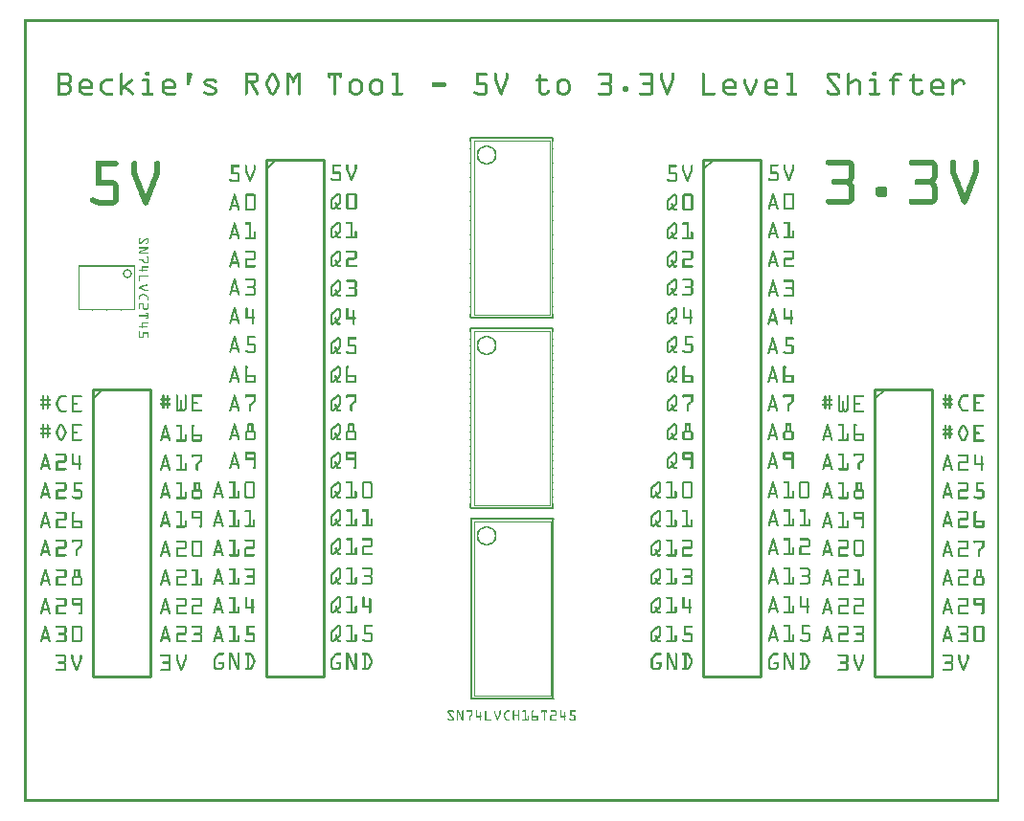
<source format=gto>
G04 MADE WITH FRITZING*
G04 WWW.FRITZING.ORG*
G04 DOUBLE SIDED*
G04 HOLES PLATED*
G04 CONTOUR ON CENTER OF CONTOUR VECTOR*
%ASAXBY*%
%FSLAX23Y23*%
%MOIN*%
%OFA0B0*%
%SFA1.0B1.0*%
%ADD10C,0.032858X0.0228584*%
%ADD11C,0.070000X0.058*%
%ADD12C,0.010000*%
%ADD13C,0.005000*%
%ADD14C,0.006000*%
%ADD15C,0.002000*%
%ADD16R,0.001000X0.001000*%
%LNSILK1*%
G90*
G70*
G54D10*
X359Y1838D03*
G54D11*
X1609Y2251D03*
X1609Y1588D03*
X1609Y925D03*
G54D12*
X2362Y2236D02*
X2362Y436D01*
D02*
X2362Y436D02*
X2562Y436D01*
D02*
X2562Y436D02*
X2562Y2236D01*
D02*
X2562Y2236D02*
X2362Y2236D01*
G54D13*
D02*
X2362Y2201D02*
X2397Y2236D01*
G54D12*
D02*
X2959Y1436D02*
X2959Y436D01*
D02*
X2959Y436D02*
X3159Y436D01*
D02*
X3159Y436D02*
X3159Y1436D01*
D02*
X3159Y1436D02*
X2959Y1436D01*
G54D13*
D02*
X2959Y1401D02*
X2994Y1436D01*
G54D12*
D02*
X237Y1436D02*
X237Y436D01*
D02*
X237Y436D02*
X437Y436D01*
D02*
X437Y436D02*
X437Y1436D01*
D02*
X437Y1436D02*
X237Y1436D01*
G54D13*
D02*
X237Y1401D02*
X272Y1436D01*
G54D12*
D02*
X840Y2236D02*
X840Y436D01*
D02*
X840Y436D02*
X1040Y436D01*
D02*
X1040Y436D02*
X1040Y2236D01*
D02*
X1040Y2236D02*
X840Y2236D01*
G54D13*
D02*
X840Y2201D02*
X875Y2236D01*
G54D14*
D02*
X1554Y1686D02*
X1839Y1686D01*
D02*
X1554Y2311D02*
X1839Y2311D01*
G54D15*
D02*
X1564Y2301D02*
X1564Y1696D01*
D02*
X1829Y1696D02*
X1564Y1696D01*
D02*
X1829Y1696D02*
X1829Y2301D01*
D02*
X1564Y2301D02*
X1829Y2301D01*
G54D14*
D02*
X1554Y1023D02*
X1839Y1023D01*
D02*
X1554Y1648D02*
X1839Y1648D01*
G54D15*
D02*
X1564Y1638D02*
X1564Y1033D01*
D02*
X1829Y1033D02*
X1564Y1033D01*
D02*
X1829Y1033D02*
X1829Y1638D01*
D02*
X1564Y1638D02*
X1829Y1638D01*
G54D14*
D02*
X1554Y360D02*
X1840Y360D01*
D02*
X1554Y985D02*
X1840Y985D01*
G54D15*
D02*
X1564Y975D02*
X1564Y370D01*
D02*
X1830Y370D02*
X1564Y370D01*
D02*
X1830Y370D02*
X1830Y975D01*
D02*
X1564Y975D02*
X1830Y975D01*
G54D16*
X0Y2724D02*
X3392Y2724D01*
X0Y2723D02*
X3392Y2723D01*
X0Y2722D02*
X3392Y2722D01*
X0Y2721D02*
X3392Y2721D01*
X0Y2720D02*
X3392Y2720D01*
X0Y2719D02*
X3392Y2719D01*
X0Y2718D02*
X3392Y2718D01*
X0Y2717D02*
X3392Y2717D01*
X0Y2716D02*
X7Y2716D01*
X3385Y2716D02*
X3392Y2716D01*
X0Y2715D02*
X7Y2715D01*
X3385Y2715D02*
X3392Y2715D01*
X0Y2714D02*
X7Y2714D01*
X3385Y2714D02*
X3392Y2714D01*
X0Y2713D02*
X7Y2713D01*
X3385Y2713D02*
X3392Y2713D01*
X0Y2712D02*
X7Y2712D01*
X3385Y2712D02*
X3392Y2712D01*
X0Y2711D02*
X7Y2711D01*
X3385Y2711D02*
X3392Y2711D01*
X0Y2710D02*
X7Y2710D01*
X3385Y2710D02*
X3392Y2710D01*
X0Y2709D02*
X7Y2709D01*
X3385Y2709D02*
X3392Y2709D01*
X0Y2708D02*
X7Y2708D01*
X3385Y2708D02*
X3392Y2708D01*
X0Y2707D02*
X7Y2707D01*
X3385Y2707D02*
X3392Y2707D01*
X0Y2706D02*
X7Y2706D01*
X3385Y2706D02*
X3392Y2706D01*
X0Y2705D02*
X7Y2705D01*
X3385Y2705D02*
X3392Y2705D01*
X0Y2704D02*
X7Y2704D01*
X3385Y2704D02*
X3392Y2704D01*
X0Y2703D02*
X7Y2703D01*
X3385Y2703D02*
X3392Y2703D01*
X0Y2702D02*
X7Y2702D01*
X3385Y2702D02*
X3392Y2702D01*
X0Y2701D02*
X7Y2701D01*
X3385Y2701D02*
X3392Y2701D01*
X0Y2700D02*
X7Y2700D01*
X3385Y2700D02*
X3392Y2700D01*
X0Y2699D02*
X7Y2699D01*
X3385Y2699D02*
X3392Y2699D01*
X0Y2698D02*
X7Y2698D01*
X3385Y2698D02*
X3392Y2698D01*
X0Y2697D02*
X7Y2697D01*
X3385Y2697D02*
X3392Y2697D01*
X0Y2696D02*
X7Y2696D01*
X3385Y2696D02*
X3392Y2696D01*
X0Y2695D02*
X7Y2695D01*
X3385Y2695D02*
X3392Y2695D01*
X0Y2694D02*
X7Y2694D01*
X3385Y2694D02*
X3392Y2694D01*
X0Y2693D02*
X7Y2693D01*
X3385Y2693D02*
X3392Y2693D01*
X0Y2692D02*
X7Y2692D01*
X3385Y2692D02*
X3392Y2692D01*
X0Y2691D02*
X7Y2691D01*
X3385Y2691D02*
X3392Y2691D01*
X0Y2690D02*
X7Y2690D01*
X3385Y2690D02*
X3392Y2690D01*
X0Y2689D02*
X7Y2689D01*
X3385Y2689D02*
X3392Y2689D01*
X0Y2688D02*
X7Y2688D01*
X3385Y2688D02*
X3392Y2688D01*
X0Y2687D02*
X7Y2687D01*
X3385Y2687D02*
X3392Y2687D01*
X0Y2686D02*
X7Y2686D01*
X3385Y2686D02*
X3392Y2686D01*
X0Y2685D02*
X7Y2685D01*
X3385Y2685D02*
X3392Y2685D01*
X0Y2684D02*
X7Y2684D01*
X3385Y2684D02*
X3392Y2684D01*
X0Y2683D02*
X7Y2683D01*
X3385Y2683D02*
X3392Y2683D01*
X0Y2682D02*
X7Y2682D01*
X3385Y2682D02*
X3392Y2682D01*
X0Y2681D02*
X7Y2681D01*
X3385Y2681D02*
X3392Y2681D01*
X0Y2680D02*
X7Y2680D01*
X3385Y2680D02*
X3392Y2680D01*
X0Y2679D02*
X7Y2679D01*
X3385Y2679D02*
X3392Y2679D01*
X0Y2678D02*
X7Y2678D01*
X3385Y2678D02*
X3392Y2678D01*
X0Y2677D02*
X7Y2677D01*
X3385Y2677D02*
X3392Y2677D01*
X0Y2676D02*
X7Y2676D01*
X3385Y2676D02*
X3392Y2676D01*
X0Y2675D02*
X7Y2675D01*
X3385Y2675D02*
X3392Y2675D01*
X0Y2674D02*
X7Y2674D01*
X3385Y2674D02*
X3392Y2674D01*
X0Y2673D02*
X7Y2673D01*
X3385Y2673D02*
X3392Y2673D01*
X0Y2672D02*
X7Y2672D01*
X3385Y2672D02*
X3392Y2672D01*
X0Y2671D02*
X7Y2671D01*
X3385Y2671D02*
X3392Y2671D01*
X0Y2670D02*
X7Y2670D01*
X3385Y2670D02*
X3392Y2670D01*
X0Y2669D02*
X7Y2669D01*
X3385Y2669D02*
X3392Y2669D01*
X0Y2668D02*
X7Y2668D01*
X3385Y2668D02*
X3392Y2668D01*
X0Y2667D02*
X7Y2667D01*
X3385Y2667D02*
X3392Y2667D01*
X0Y2666D02*
X7Y2666D01*
X3385Y2666D02*
X3392Y2666D01*
X0Y2665D02*
X7Y2665D01*
X3385Y2665D02*
X3392Y2665D01*
X0Y2664D02*
X7Y2664D01*
X3385Y2664D02*
X3392Y2664D01*
X0Y2663D02*
X7Y2663D01*
X3385Y2663D02*
X3392Y2663D01*
X0Y2662D02*
X7Y2662D01*
X3385Y2662D02*
X3392Y2662D01*
X0Y2661D02*
X7Y2661D01*
X3385Y2661D02*
X3392Y2661D01*
X0Y2660D02*
X7Y2660D01*
X3385Y2660D02*
X3392Y2660D01*
X0Y2659D02*
X7Y2659D01*
X3385Y2659D02*
X3392Y2659D01*
X0Y2658D02*
X7Y2658D01*
X3385Y2658D02*
X3392Y2658D01*
X0Y2657D02*
X7Y2657D01*
X3385Y2657D02*
X3392Y2657D01*
X0Y2656D02*
X7Y2656D01*
X3385Y2656D02*
X3392Y2656D01*
X0Y2655D02*
X7Y2655D01*
X3385Y2655D02*
X3392Y2655D01*
X0Y2654D02*
X7Y2654D01*
X3385Y2654D02*
X3392Y2654D01*
X0Y2653D02*
X7Y2653D01*
X3385Y2653D02*
X3392Y2653D01*
X0Y2652D02*
X7Y2652D01*
X3385Y2652D02*
X3392Y2652D01*
X0Y2651D02*
X7Y2651D01*
X3385Y2651D02*
X3392Y2651D01*
X0Y2650D02*
X7Y2650D01*
X3385Y2650D02*
X3392Y2650D01*
X0Y2649D02*
X7Y2649D01*
X3385Y2649D02*
X3392Y2649D01*
X0Y2648D02*
X7Y2648D01*
X3385Y2648D02*
X3392Y2648D01*
X0Y2647D02*
X7Y2647D01*
X3385Y2647D02*
X3392Y2647D01*
X0Y2646D02*
X7Y2646D01*
X3385Y2646D02*
X3392Y2646D01*
X0Y2645D02*
X7Y2645D01*
X3385Y2645D02*
X3392Y2645D01*
X0Y2644D02*
X7Y2644D01*
X3385Y2644D02*
X3392Y2644D01*
X0Y2643D02*
X7Y2643D01*
X3385Y2643D02*
X3392Y2643D01*
X0Y2642D02*
X7Y2642D01*
X3385Y2642D02*
X3392Y2642D01*
X0Y2641D02*
X7Y2641D01*
X3385Y2641D02*
X3392Y2641D01*
X0Y2640D02*
X7Y2640D01*
X3385Y2640D02*
X3392Y2640D01*
X0Y2639D02*
X7Y2639D01*
X3385Y2639D02*
X3392Y2639D01*
X0Y2638D02*
X7Y2638D01*
X3385Y2638D02*
X3392Y2638D01*
X0Y2637D02*
X7Y2637D01*
X3385Y2637D02*
X3392Y2637D01*
X0Y2636D02*
X7Y2636D01*
X3385Y2636D02*
X3392Y2636D01*
X0Y2635D02*
X7Y2635D01*
X3385Y2635D02*
X3392Y2635D01*
X0Y2634D02*
X7Y2634D01*
X3385Y2634D02*
X3392Y2634D01*
X0Y2633D02*
X7Y2633D01*
X3385Y2633D02*
X3392Y2633D01*
X0Y2632D02*
X7Y2632D01*
X3385Y2632D02*
X3392Y2632D01*
X0Y2631D02*
X7Y2631D01*
X3385Y2631D02*
X3392Y2631D01*
X0Y2630D02*
X7Y2630D01*
X3385Y2630D02*
X3392Y2630D01*
X0Y2629D02*
X7Y2629D01*
X3385Y2629D02*
X3392Y2629D01*
X0Y2628D02*
X7Y2628D01*
X3385Y2628D02*
X3392Y2628D01*
X0Y2627D02*
X7Y2627D01*
X3385Y2627D02*
X3392Y2627D01*
X0Y2626D02*
X7Y2626D01*
X3385Y2626D02*
X3392Y2626D01*
X0Y2625D02*
X7Y2625D01*
X3385Y2625D02*
X3392Y2625D01*
X0Y2624D02*
X7Y2624D01*
X3385Y2624D02*
X3392Y2624D01*
X0Y2623D02*
X7Y2623D01*
X3385Y2623D02*
X3392Y2623D01*
X0Y2622D02*
X7Y2622D01*
X3385Y2622D02*
X3392Y2622D01*
X0Y2621D02*
X7Y2621D01*
X3385Y2621D02*
X3392Y2621D01*
X0Y2620D02*
X7Y2620D01*
X3385Y2620D02*
X3392Y2620D01*
X0Y2619D02*
X7Y2619D01*
X3385Y2619D02*
X3392Y2619D01*
X0Y2618D02*
X7Y2618D01*
X3385Y2618D02*
X3392Y2618D01*
X0Y2617D02*
X7Y2617D01*
X3385Y2617D02*
X3392Y2617D01*
X0Y2616D02*
X7Y2616D01*
X3385Y2616D02*
X3392Y2616D01*
X0Y2615D02*
X7Y2615D01*
X3385Y2615D02*
X3392Y2615D01*
X0Y2614D02*
X7Y2614D01*
X3385Y2614D02*
X3392Y2614D01*
X0Y2613D02*
X7Y2613D01*
X3385Y2613D02*
X3392Y2613D01*
X0Y2612D02*
X7Y2612D01*
X3385Y2612D02*
X3392Y2612D01*
X0Y2611D02*
X7Y2611D01*
X3385Y2611D02*
X3392Y2611D01*
X0Y2610D02*
X7Y2610D01*
X3385Y2610D02*
X3392Y2610D01*
X0Y2609D02*
X7Y2609D01*
X3385Y2609D02*
X3392Y2609D01*
X0Y2608D02*
X7Y2608D01*
X3385Y2608D02*
X3392Y2608D01*
X0Y2607D02*
X7Y2607D01*
X3385Y2607D02*
X3392Y2607D01*
X0Y2606D02*
X7Y2606D01*
X3385Y2606D02*
X3392Y2606D01*
X0Y2605D02*
X7Y2605D01*
X3385Y2605D02*
X3392Y2605D01*
X0Y2604D02*
X7Y2604D01*
X3385Y2604D02*
X3392Y2604D01*
X0Y2603D02*
X7Y2603D01*
X3385Y2603D02*
X3392Y2603D01*
X0Y2602D02*
X7Y2602D01*
X3385Y2602D02*
X3392Y2602D01*
X0Y2601D02*
X7Y2601D01*
X3385Y2601D02*
X3392Y2601D01*
X0Y2600D02*
X7Y2600D01*
X3385Y2600D02*
X3392Y2600D01*
X0Y2599D02*
X7Y2599D01*
X3385Y2599D02*
X3392Y2599D01*
X0Y2598D02*
X7Y2598D01*
X3385Y2598D02*
X3392Y2598D01*
X0Y2597D02*
X7Y2597D01*
X3385Y2597D02*
X3392Y2597D01*
X0Y2596D02*
X7Y2596D01*
X3385Y2596D02*
X3392Y2596D01*
X0Y2595D02*
X7Y2595D01*
X3385Y2595D02*
X3392Y2595D01*
X0Y2594D02*
X7Y2594D01*
X3385Y2594D02*
X3392Y2594D01*
X0Y2593D02*
X7Y2593D01*
X3385Y2593D02*
X3392Y2593D01*
X0Y2592D02*
X7Y2592D01*
X3385Y2592D02*
X3392Y2592D01*
X0Y2591D02*
X7Y2591D01*
X3385Y2591D02*
X3392Y2591D01*
X0Y2590D02*
X7Y2590D01*
X3385Y2590D02*
X3392Y2590D01*
X0Y2589D02*
X7Y2589D01*
X3385Y2589D02*
X3392Y2589D01*
X0Y2588D02*
X7Y2588D01*
X3385Y2588D02*
X3392Y2588D01*
X0Y2587D02*
X7Y2587D01*
X3385Y2587D02*
X3392Y2587D01*
X0Y2586D02*
X7Y2586D01*
X3385Y2586D02*
X3392Y2586D01*
X0Y2585D02*
X7Y2585D01*
X3385Y2585D02*
X3392Y2585D01*
X0Y2584D02*
X7Y2584D01*
X3385Y2584D02*
X3392Y2584D01*
X0Y2583D02*
X7Y2583D01*
X3385Y2583D02*
X3392Y2583D01*
X0Y2582D02*
X7Y2582D01*
X3385Y2582D02*
X3392Y2582D01*
X0Y2581D02*
X7Y2581D01*
X3385Y2581D02*
X3392Y2581D01*
X0Y2580D02*
X7Y2580D01*
X3385Y2580D02*
X3392Y2580D01*
X0Y2579D02*
X7Y2579D01*
X3385Y2579D02*
X3392Y2579D01*
X0Y2578D02*
X7Y2578D01*
X3385Y2578D02*
X3392Y2578D01*
X0Y2577D02*
X7Y2577D01*
X3385Y2577D02*
X3392Y2577D01*
X0Y2576D02*
X7Y2576D01*
X3385Y2576D02*
X3392Y2576D01*
X0Y2575D02*
X7Y2575D01*
X3385Y2575D02*
X3392Y2575D01*
X0Y2574D02*
X7Y2574D01*
X3385Y2574D02*
X3392Y2574D01*
X0Y2573D02*
X7Y2573D01*
X3385Y2573D02*
X3392Y2573D01*
X0Y2572D02*
X7Y2572D01*
X3385Y2572D02*
X3392Y2572D01*
X0Y2571D02*
X7Y2571D01*
X3385Y2571D02*
X3392Y2571D01*
X0Y2570D02*
X7Y2570D01*
X3385Y2570D02*
X3392Y2570D01*
X0Y2569D02*
X7Y2569D01*
X3385Y2569D02*
X3392Y2569D01*
X0Y2568D02*
X7Y2568D01*
X3385Y2568D02*
X3392Y2568D01*
X0Y2567D02*
X7Y2567D01*
X3385Y2567D02*
X3392Y2567D01*
X0Y2566D02*
X7Y2566D01*
X3385Y2566D02*
X3392Y2566D01*
X0Y2565D02*
X7Y2565D01*
X3385Y2565D02*
X3392Y2565D01*
X0Y2564D02*
X7Y2564D01*
X3385Y2564D02*
X3392Y2564D01*
X0Y2563D02*
X7Y2563D01*
X3385Y2563D02*
X3392Y2563D01*
X0Y2562D02*
X7Y2562D01*
X3385Y2562D02*
X3392Y2562D01*
X0Y2561D02*
X7Y2561D01*
X3385Y2561D02*
X3392Y2561D01*
X0Y2560D02*
X7Y2560D01*
X3385Y2560D02*
X3392Y2560D01*
X0Y2559D02*
X7Y2559D01*
X3385Y2559D02*
X3392Y2559D01*
X0Y2558D02*
X7Y2558D01*
X3385Y2558D02*
X3392Y2558D01*
X0Y2557D02*
X7Y2557D01*
X3385Y2557D02*
X3392Y2557D01*
X0Y2556D02*
X7Y2556D01*
X3385Y2556D02*
X3392Y2556D01*
X0Y2555D02*
X7Y2555D01*
X3385Y2555D02*
X3392Y2555D01*
X0Y2554D02*
X7Y2554D01*
X3385Y2554D02*
X3392Y2554D01*
X0Y2553D02*
X7Y2553D01*
X3385Y2553D02*
X3392Y2553D01*
X0Y2552D02*
X7Y2552D01*
X3385Y2552D02*
X3392Y2552D01*
X0Y2551D02*
X7Y2551D01*
X3385Y2551D02*
X3392Y2551D01*
X0Y2550D02*
X7Y2550D01*
X3385Y2550D02*
X3392Y2550D01*
X0Y2549D02*
X7Y2549D01*
X3385Y2549D02*
X3392Y2549D01*
X0Y2548D02*
X7Y2548D01*
X3385Y2548D02*
X3392Y2548D01*
X0Y2547D02*
X7Y2547D01*
X3385Y2547D02*
X3392Y2547D01*
X0Y2546D02*
X7Y2546D01*
X3385Y2546D02*
X3392Y2546D01*
X0Y2545D02*
X7Y2545D01*
X3385Y2545D02*
X3392Y2545D01*
X0Y2544D02*
X7Y2544D01*
X3385Y2544D02*
X3392Y2544D01*
X0Y2543D02*
X7Y2543D01*
X3385Y2543D02*
X3392Y2543D01*
X0Y2542D02*
X7Y2542D01*
X422Y2542D02*
X432Y2542D01*
X2952Y2542D02*
X2962Y2542D01*
X3385Y2542D02*
X3392Y2542D01*
X0Y2541D02*
X7Y2541D01*
X421Y2541D02*
X433Y2541D01*
X2951Y2541D02*
X2963Y2541D01*
X3385Y2541D02*
X3392Y2541D01*
X0Y2540D02*
X7Y2540D01*
X421Y2540D02*
X434Y2540D01*
X2950Y2540D02*
X2963Y2540D01*
X3385Y2540D02*
X3392Y2540D01*
X0Y2539D02*
X7Y2539D01*
X420Y2539D02*
X434Y2539D01*
X2950Y2539D02*
X2964Y2539D01*
X3385Y2539D02*
X3392Y2539D01*
X0Y2538D02*
X7Y2538D01*
X116Y2538D02*
X150Y2538D01*
X336Y2538D02*
X339Y2538D01*
X420Y2538D02*
X434Y2538D01*
X567Y2538D02*
X581Y2538D01*
X767Y2538D02*
X804Y2538D01*
X860Y2538D02*
X867Y2538D01*
X911Y2538D02*
X923Y2538D01*
X948Y2538D02*
X960Y2538D01*
X1056Y2538D02*
X1105Y2538D01*
X1280Y2538D02*
X1299Y2538D01*
X1572Y2538D02*
X1608Y2538D01*
X1637Y2538D02*
X1640Y2538D01*
X1676Y2538D02*
X1680Y2538D01*
X1998Y2538D02*
X2038Y2538D01*
X2143Y2538D02*
X2182Y2538D01*
X2215Y2538D02*
X2219Y2538D01*
X2255Y2538D02*
X2258Y2538D01*
X2359Y2538D02*
X2363Y2538D01*
X2654Y2538D02*
X2672Y2538D01*
X2798Y2538D02*
X2830Y2538D01*
X2865Y2538D02*
X2869Y2538D01*
X2950Y2538D02*
X2964Y2538D01*
X3033Y2538D02*
X3051Y2538D01*
X3385Y2538D02*
X3392Y2538D01*
X0Y2537D02*
X7Y2537D01*
X116Y2537D02*
X153Y2537D01*
X334Y2537D02*
X341Y2537D01*
X420Y2537D02*
X434Y2537D01*
X566Y2537D02*
X582Y2537D01*
X767Y2537D02*
X807Y2537D01*
X857Y2537D02*
X869Y2537D01*
X911Y2537D02*
X924Y2537D01*
X947Y2537D02*
X960Y2537D01*
X1056Y2537D02*
X1105Y2537D01*
X1279Y2537D02*
X1300Y2537D01*
X1572Y2537D02*
X1609Y2537D01*
X1635Y2537D02*
X1642Y2537D01*
X1675Y2537D02*
X1681Y2537D01*
X1997Y2537D02*
X2039Y2537D01*
X2141Y2537D02*
X2184Y2537D01*
X2214Y2537D02*
X2220Y2537D01*
X2253Y2537D02*
X2260Y2537D01*
X2358Y2537D02*
X2364Y2537D01*
X2652Y2537D02*
X2673Y2537D01*
X2796Y2537D02*
X2832Y2537D01*
X2864Y2537D02*
X2870Y2537D01*
X2950Y2537D02*
X2964Y2537D01*
X3030Y2537D02*
X3052Y2537D01*
X3385Y2537D02*
X3392Y2537D01*
X0Y2536D02*
X7Y2536D01*
X116Y2536D02*
X154Y2536D01*
X334Y2536D02*
X341Y2536D01*
X420Y2536D02*
X434Y2536D01*
X565Y2536D02*
X583Y2536D01*
X767Y2536D02*
X809Y2536D01*
X856Y2536D02*
X870Y2536D01*
X911Y2536D02*
X925Y2536D01*
X946Y2536D02*
X960Y2536D01*
X1056Y2536D02*
X1105Y2536D01*
X1278Y2536D02*
X1301Y2536D01*
X1572Y2536D02*
X1610Y2536D01*
X1635Y2536D02*
X1642Y2536D01*
X1674Y2536D02*
X1682Y2536D01*
X1996Y2536D02*
X2041Y2536D01*
X2141Y2536D02*
X2185Y2536D01*
X2213Y2536D02*
X2221Y2536D01*
X2253Y2536D02*
X2260Y2536D01*
X2357Y2536D02*
X2365Y2536D01*
X2652Y2536D02*
X2674Y2536D01*
X2795Y2536D02*
X2834Y2536D01*
X2863Y2536D02*
X2871Y2536D01*
X2950Y2536D02*
X2964Y2536D01*
X3028Y2536D02*
X3053Y2536D01*
X3385Y2536D02*
X3392Y2536D01*
X0Y2535D02*
X7Y2535D01*
X116Y2535D02*
X156Y2535D01*
X333Y2535D02*
X342Y2535D01*
X420Y2535D02*
X434Y2535D01*
X565Y2535D02*
X583Y2535D01*
X767Y2535D02*
X810Y2535D01*
X855Y2535D02*
X872Y2535D01*
X911Y2535D02*
X925Y2535D01*
X946Y2535D02*
X960Y2535D01*
X1056Y2535D02*
X1105Y2535D01*
X1278Y2535D02*
X1301Y2535D01*
X1572Y2535D02*
X1610Y2535D01*
X1634Y2535D02*
X1643Y2535D01*
X1674Y2535D02*
X1683Y2535D01*
X1996Y2535D02*
X2042Y2535D01*
X2140Y2535D02*
X2186Y2535D01*
X2213Y2535D02*
X2221Y2535D01*
X2252Y2535D02*
X2261Y2535D01*
X2357Y2535D02*
X2366Y2535D01*
X2651Y2535D02*
X2675Y2535D01*
X2794Y2535D02*
X2835Y2535D01*
X2863Y2535D02*
X2872Y2535D01*
X2950Y2535D02*
X2964Y2535D01*
X3027Y2535D02*
X3053Y2535D01*
X3385Y2535D02*
X3392Y2535D01*
X0Y2534D02*
X7Y2534D01*
X116Y2534D02*
X157Y2534D01*
X333Y2534D02*
X342Y2534D01*
X420Y2534D02*
X434Y2534D01*
X565Y2534D02*
X584Y2534D01*
X767Y2534D02*
X811Y2534D01*
X854Y2534D02*
X873Y2534D01*
X911Y2534D02*
X926Y2534D01*
X945Y2534D02*
X960Y2534D01*
X1056Y2534D02*
X1105Y2534D01*
X1278Y2534D02*
X1301Y2534D01*
X1572Y2534D02*
X1610Y2534D01*
X1634Y2534D02*
X1643Y2534D01*
X1674Y2534D02*
X1683Y2534D01*
X1791Y2534D02*
X1794Y2534D01*
X1995Y2534D02*
X2043Y2534D01*
X2140Y2534D02*
X2187Y2534D01*
X2212Y2534D02*
X2221Y2534D01*
X2252Y2534D02*
X2261Y2534D01*
X2357Y2534D02*
X2366Y2534D01*
X2651Y2534D02*
X2675Y2534D01*
X2793Y2534D02*
X2836Y2534D01*
X2863Y2534D02*
X2872Y2534D01*
X2950Y2534D02*
X2964Y2534D01*
X3025Y2534D02*
X3053Y2534D01*
X3093Y2534D02*
X3096Y2534D01*
X3385Y2534D02*
X3392Y2534D01*
X0Y2533D02*
X7Y2533D01*
X116Y2533D02*
X158Y2533D01*
X333Y2533D02*
X342Y2533D01*
X420Y2533D02*
X434Y2533D01*
X565Y2533D02*
X584Y2533D01*
X767Y2533D02*
X812Y2533D01*
X853Y2533D02*
X873Y2533D01*
X911Y2533D02*
X927Y2533D01*
X944Y2533D02*
X960Y2533D01*
X1056Y2533D02*
X1105Y2533D01*
X1278Y2533D02*
X1301Y2533D01*
X1572Y2533D02*
X1610Y2533D01*
X1634Y2533D02*
X1643Y2533D01*
X1674Y2533D02*
X1683Y2533D01*
X1790Y2533D02*
X1796Y2533D01*
X1996Y2533D02*
X2043Y2533D01*
X2140Y2533D02*
X2188Y2533D01*
X2212Y2533D02*
X2221Y2533D01*
X2252Y2533D02*
X2261Y2533D01*
X2357Y2533D02*
X2366Y2533D01*
X2651Y2533D02*
X2675Y2533D01*
X2792Y2533D02*
X2837Y2533D01*
X2863Y2533D02*
X2872Y2533D01*
X2950Y2533D02*
X2964Y2533D01*
X3024Y2533D02*
X3053Y2533D01*
X3091Y2533D02*
X3097Y2533D01*
X3385Y2533D02*
X3392Y2533D01*
X0Y2532D02*
X7Y2532D01*
X116Y2532D02*
X159Y2532D01*
X333Y2532D02*
X342Y2532D01*
X420Y2532D02*
X434Y2532D01*
X565Y2532D02*
X583Y2532D01*
X767Y2532D02*
X813Y2532D01*
X852Y2532D02*
X874Y2532D01*
X911Y2532D02*
X927Y2532D01*
X944Y2532D02*
X960Y2532D01*
X1056Y2532D02*
X1105Y2532D01*
X1278Y2532D02*
X1301Y2532D01*
X1572Y2532D02*
X1610Y2532D01*
X1634Y2532D02*
X1643Y2532D01*
X1674Y2532D02*
X1683Y2532D01*
X1789Y2532D02*
X1797Y2532D01*
X1996Y2532D02*
X2044Y2532D01*
X2140Y2532D02*
X2188Y2532D01*
X2212Y2532D02*
X2221Y2532D01*
X2252Y2532D02*
X2261Y2532D01*
X2357Y2532D02*
X2366Y2532D01*
X2651Y2532D02*
X2675Y2532D01*
X2791Y2532D02*
X2837Y2532D01*
X2863Y2532D02*
X2872Y2532D01*
X2950Y2532D02*
X2964Y2532D01*
X3024Y2532D02*
X3053Y2532D01*
X3090Y2532D02*
X3098Y2532D01*
X3385Y2532D02*
X3392Y2532D01*
X0Y2531D02*
X7Y2531D01*
X116Y2531D02*
X160Y2531D01*
X333Y2531D02*
X342Y2531D01*
X421Y2531D02*
X433Y2531D01*
X565Y2531D02*
X583Y2531D01*
X767Y2531D02*
X813Y2531D01*
X852Y2531D02*
X875Y2531D01*
X911Y2531D02*
X928Y2531D01*
X943Y2531D02*
X960Y2531D01*
X1056Y2531D02*
X1105Y2531D01*
X1278Y2531D02*
X1301Y2531D01*
X1572Y2531D02*
X1610Y2531D01*
X1634Y2531D02*
X1643Y2531D01*
X1674Y2531D02*
X1683Y2531D01*
X1789Y2531D02*
X1797Y2531D01*
X1996Y2531D02*
X2044Y2531D01*
X2141Y2531D02*
X2188Y2531D01*
X2212Y2531D02*
X2221Y2531D01*
X2252Y2531D02*
X2261Y2531D01*
X2357Y2531D02*
X2366Y2531D01*
X2652Y2531D02*
X2675Y2531D01*
X2791Y2531D02*
X2838Y2531D01*
X2863Y2531D02*
X2872Y2531D01*
X2951Y2531D02*
X2963Y2531D01*
X3023Y2531D02*
X3053Y2531D01*
X3090Y2531D02*
X3098Y2531D01*
X3385Y2531D02*
X3392Y2531D01*
X0Y2530D02*
X7Y2530D01*
X116Y2530D02*
X161Y2530D01*
X333Y2530D02*
X342Y2530D01*
X422Y2530D02*
X432Y2530D01*
X565Y2530D02*
X583Y2530D01*
X767Y2530D02*
X814Y2530D01*
X851Y2530D02*
X875Y2530D01*
X911Y2530D02*
X929Y2530D01*
X942Y2530D02*
X960Y2530D01*
X1056Y2530D02*
X1105Y2530D01*
X1279Y2530D02*
X1301Y2530D01*
X1572Y2530D02*
X1609Y2530D01*
X1634Y2530D02*
X1643Y2530D01*
X1674Y2530D02*
X1683Y2530D01*
X1789Y2530D02*
X1797Y2530D01*
X1997Y2530D02*
X2044Y2530D01*
X2142Y2530D02*
X2189Y2530D01*
X2212Y2530D02*
X2221Y2530D01*
X2252Y2530D02*
X2261Y2530D01*
X2357Y2530D02*
X2366Y2530D01*
X2652Y2530D02*
X2675Y2530D01*
X2791Y2530D02*
X2838Y2530D01*
X2863Y2530D02*
X2872Y2530D01*
X2952Y2530D02*
X2962Y2530D01*
X3022Y2530D02*
X3052Y2530D01*
X3090Y2530D02*
X3099Y2530D01*
X3385Y2530D02*
X3392Y2530D01*
X0Y2529D02*
X7Y2529D01*
X116Y2529D02*
X162Y2529D01*
X333Y2529D02*
X342Y2529D01*
X423Y2529D02*
X431Y2529D01*
X565Y2529D02*
X583Y2529D01*
X767Y2529D02*
X814Y2529D01*
X851Y2529D02*
X876Y2529D01*
X911Y2529D02*
X930Y2529D01*
X942Y2529D02*
X960Y2529D01*
X1056Y2529D02*
X1105Y2529D01*
X1281Y2529D02*
X1301Y2529D01*
X1572Y2529D02*
X1607Y2529D01*
X1634Y2529D02*
X1643Y2529D01*
X1674Y2529D02*
X1683Y2529D01*
X1788Y2529D02*
X1798Y2529D01*
X1998Y2529D02*
X2044Y2529D01*
X2143Y2529D02*
X2189Y2529D01*
X2212Y2529D02*
X2221Y2529D01*
X2252Y2529D02*
X2261Y2529D01*
X2357Y2529D02*
X2366Y2529D01*
X2654Y2529D02*
X2675Y2529D01*
X2791Y2529D02*
X2839Y2529D01*
X2863Y2529D02*
X2872Y2529D01*
X2953Y2529D02*
X2961Y2529D01*
X3022Y2529D02*
X3051Y2529D01*
X3090Y2529D02*
X3099Y2529D01*
X3385Y2529D02*
X3392Y2529D01*
X0Y2528D02*
X7Y2528D01*
X116Y2528D02*
X125Y2528D01*
X149Y2528D02*
X162Y2528D01*
X333Y2528D02*
X342Y2528D01*
X565Y2528D02*
X582Y2528D01*
X767Y2528D02*
X776Y2528D01*
X803Y2528D02*
X815Y2528D01*
X850Y2528D02*
X861Y2528D01*
X865Y2528D02*
X876Y2528D01*
X911Y2528D02*
X930Y2528D01*
X941Y2528D02*
X960Y2528D01*
X1056Y2528D02*
X1065Y2528D01*
X1076Y2528D02*
X1085Y2528D01*
X1095Y2528D02*
X1105Y2528D01*
X1292Y2528D02*
X1301Y2528D01*
X1572Y2528D02*
X1581Y2528D01*
X1634Y2528D02*
X1643Y2528D01*
X1674Y2528D02*
X1683Y2528D01*
X1788Y2528D02*
X1798Y2528D01*
X2035Y2528D02*
X2044Y2528D01*
X2180Y2528D02*
X2189Y2528D01*
X2212Y2528D02*
X2221Y2528D01*
X2252Y2528D02*
X2261Y2528D01*
X2357Y2528D02*
X2366Y2528D01*
X2666Y2528D02*
X2675Y2528D01*
X2791Y2528D02*
X2800Y2528D01*
X2828Y2528D02*
X2839Y2528D01*
X2863Y2528D02*
X2872Y2528D01*
X3021Y2528D02*
X3034Y2528D01*
X3090Y2528D02*
X3099Y2528D01*
X3385Y2528D02*
X3392Y2528D01*
X0Y2527D02*
X7Y2527D01*
X116Y2527D02*
X125Y2527D01*
X151Y2527D02*
X163Y2527D01*
X333Y2527D02*
X342Y2527D01*
X565Y2527D02*
X582Y2527D01*
X767Y2527D02*
X776Y2527D01*
X805Y2527D02*
X815Y2527D01*
X850Y2527D02*
X860Y2527D01*
X866Y2527D02*
X877Y2527D01*
X911Y2527D02*
X931Y2527D01*
X940Y2527D02*
X960Y2527D01*
X1056Y2527D02*
X1065Y2527D01*
X1076Y2527D02*
X1085Y2527D01*
X1095Y2527D02*
X1105Y2527D01*
X1292Y2527D02*
X1301Y2527D01*
X1572Y2527D02*
X1581Y2527D01*
X1634Y2527D02*
X1643Y2527D01*
X1674Y2527D02*
X1683Y2527D01*
X1788Y2527D02*
X1798Y2527D01*
X2035Y2527D02*
X2044Y2527D01*
X2180Y2527D02*
X2189Y2527D01*
X2212Y2527D02*
X2221Y2527D01*
X2252Y2527D02*
X2261Y2527D01*
X2357Y2527D02*
X2366Y2527D01*
X2666Y2527D02*
X2675Y2527D01*
X2791Y2527D02*
X2800Y2527D01*
X2830Y2527D02*
X2839Y2527D01*
X2863Y2527D02*
X2872Y2527D01*
X3021Y2527D02*
X3032Y2527D01*
X3090Y2527D02*
X3099Y2527D01*
X3385Y2527D02*
X3392Y2527D01*
X0Y2526D02*
X7Y2526D01*
X116Y2526D02*
X125Y2526D01*
X152Y2526D02*
X163Y2526D01*
X333Y2526D02*
X342Y2526D01*
X565Y2526D02*
X582Y2526D01*
X767Y2526D02*
X776Y2526D01*
X805Y2526D02*
X815Y2526D01*
X849Y2526D02*
X860Y2526D01*
X867Y2526D02*
X877Y2526D01*
X911Y2526D02*
X932Y2526D01*
X939Y2526D02*
X960Y2526D01*
X1056Y2526D02*
X1065Y2526D01*
X1076Y2526D02*
X1085Y2526D01*
X1095Y2526D02*
X1105Y2526D01*
X1292Y2526D02*
X1301Y2526D01*
X1572Y2526D02*
X1581Y2526D01*
X1634Y2526D02*
X1643Y2526D01*
X1674Y2526D02*
X1683Y2526D01*
X1788Y2526D02*
X1798Y2526D01*
X2035Y2526D02*
X2044Y2526D01*
X2180Y2526D02*
X2189Y2526D01*
X2212Y2526D02*
X2221Y2526D01*
X2252Y2526D02*
X2261Y2526D01*
X2357Y2526D02*
X2366Y2526D01*
X2666Y2526D02*
X2675Y2526D01*
X2791Y2526D02*
X2800Y2526D01*
X2830Y2526D02*
X2839Y2526D01*
X2863Y2526D02*
X2872Y2526D01*
X3020Y2526D02*
X3031Y2526D01*
X3090Y2526D02*
X3099Y2526D01*
X3385Y2526D02*
X3392Y2526D01*
X0Y2525D02*
X7Y2525D01*
X116Y2525D02*
X125Y2525D01*
X153Y2525D02*
X164Y2525D01*
X333Y2525D02*
X342Y2525D01*
X565Y2525D02*
X581Y2525D01*
X767Y2525D02*
X776Y2525D01*
X806Y2525D02*
X815Y2525D01*
X849Y2525D02*
X859Y2525D01*
X867Y2525D02*
X878Y2525D01*
X911Y2525D02*
X932Y2525D01*
X939Y2525D02*
X960Y2525D01*
X1056Y2525D02*
X1065Y2525D01*
X1076Y2525D02*
X1085Y2525D01*
X1095Y2525D02*
X1104Y2525D01*
X1292Y2525D02*
X1301Y2525D01*
X1572Y2525D02*
X1581Y2525D01*
X1634Y2525D02*
X1643Y2525D01*
X1674Y2525D02*
X1683Y2525D01*
X1788Y2525D02*
X1798Y2525D01*
X2035Y2525D02*
X2044Y2525D01*
X2180Y2525D02*
X2189Y2525D01*
X2212Y2525D02*
X2221Y2525D01*
X2252Y2525D02*
X2261Y2525D01*
X2357Y2525D02*
X2366Y2525D01*
X2666Y2525D02*
X2675Y2525D01*
X2791Y2525D02*
X2801Y2525D01*
X2830Y2525D02*
X2839Y2525D01*
X2863Y2525D02*
X2872Y2525D01*
X3020Y2525D02*
X3030Y2525D01*
X3090Y2525D02*
X3099Y2525D01*
X3385Y2525D02*
X3392Y2525D01*
X0Y2524D02*
X7Y2524D01*
X116Y2524D02*
X125Y2524D01*
X154Y2524D02*
X164Y2524D01*
X333Y2524D02*
X342Y2524D01*
X565Y2524D02*
X581Y2524D01*
X767Y2524D02*
X776Y2524D01*
X806Y2524D02*
X815Y2524D01*
X848Y2524D02*
X859Y2524D01*
X868Y2524D02*
X878Y2524D01*
X911Y2524D02*
X933Y2524D01*
X938Y2524D02*
X949Y2524D01*
X951Y2524D02*
X960Y2524D01*
X1056Y2524D02*
X1065Y2524D01*
X1076Y2524D02*
X1085Y2524D01*
X1096Y2524D02*
X1104Y2524D01*
X1292Y2524D02*
X1301Y2524D01*
X1572Y2524D02*
X1581Y2524D01*
X1634Y2524D02*
X1643Y2524D01*
X1674Y2524D02*
X1683Y2524D01*
X1788Y2524D02*
X1798Y2524D01*
X2035Y2524D02*
X2044Y2524D01*
X2180Y2524D02*
X2189Y2524D01*
X2212Y2524D02*
X2221Y2524D01*
X2252Y2524D02*
X2261Y2524D01*
X2357Y2524D02*
X2366Y2524D01*
X2666Y2524D02*
X2675Y2524D01*
X2791Y2524D02*
X2802Y2524D01*
X2830Y2524D02*
X2839Y2524D01*
X2863Y2524D02*
X2872Y2524D01*
X3020Y2524D02*
X3029Y2524D01*
X3090Y2524D02*
X3099Y2524D01*
X3385Y2524D02*
X3392Y2524D01*
X0Y2523D02*
X7Y2523D01*
X116Y2523D02*
X125Y2523D01*
X155Y2523D02*
X164Y2523D01*
X333Y2523D02*
X342Y2523D01*
X565Y2523D02*
X581Y2523D01*
X767Y2523D02*
X776Y2523D01*
X806Y2523D02*
X815Y2523D01*
X848Y2523D02*
X858Y2523D01*
X868Y2523D02*
X879Y2523D01*
X911Y2523D02*
X920Y2523D01*
X922Y2523D02*
X934Y2523D01*
X937Y2523D02*
X949Y2523D01*
X951Y2523D02*
X960Y2523D01*
X1056Y2523D02*
X1064Y2523D01*
X1076Y2523D02*
X1085Y2523D01*
X1096Y2523D02*
X1104Y2523D01*
X1292Y2523D02*
X1301Y2523D01*
X1572Y2523D02*
X1581Y2523D01*
X1634Y2523D02*
X1643Y2523D01*
X1674Y2523D02*
X1683Y2523D01*
X1788Y2523D02*
X1798Y2523D01*
X2035Y2523D02*
X2044Y2523D01*
X2180Y2523D02*
X2189Y2523D01*
X2212Y2523D02*
X2221Y2523D01*
X2252Y2523D02*
X2261Y2523D01*
X2357Y2523D02*
X2366Y2523D01*
X2666Y2523D02*
X2675Y2523D01*
X2791Y2523D02*
X2803Y2523D01*
X2831Y2523D02*
X2839Y2523D01*
X2863Y2523D02*
X2872Y2523D01*
X3020Y2523D02*
X3029Y2523D01*
X3090Y2523D02*
X3099Y2523D01*
X3385Y2523D02*
X3392Y2523D01*
X0Y2522D02*
X7Y2522D01*
X116Y2522D02*
X125Y2522D01*
X155Y2522D02*
X165Y2522D01*
X333Y2522D02*
X342Y2522D01*
X565Y2522D02*
X580Y2522D01*
X767Y2522D02*
X776Y2522D01*
X806Y2522D02*
X815Y2522D01*
X847Y2522D02*
X858Y2522D01*
X869Y2522D02*
X879Y2522D01*
X911Y2522D02*
X920Y2522D01*
X923Y2522D02*
X934Y2522D01*
X937Y2522D02*
X948Y2522D01*
X951Y2522D02*
X960Y2522D01*
X1057Y2522D02*
X1064Y2522D01*
X1076Y2522D02*
X1085Y2522D01*
X1097Y2522D02*
X1103Y2522D01*
X1292Y2522D02*
X1301Y2522D01*
X1572Y2522D02*
X1581Y2522D01*
X1634Y2522D02*
X1643Y2522D01*
X1674Y2522D02*
X1683Y2522D01*
X1788Y2522D02*
X1798Y2522D01*
X2035Y2522D02*
X2044Y2522D01*
X2180Y2522D02*
X2189Y2522D01*
X2212Y2522D02*
X2221Y2522D01*
X2252Y2522D02*
X2261Y2522D01*
X2357Y2522D02*
X2366Y2522D01*
X2666Y2522D02*
X2675Y2522D01*
X2792Y2522D02*
X2803Y2522D01*
X2831Y2522D02*
X2838Y2522D01*
X2863Y2522D02*
X2872Y2522D01*
X3020Y2522D02*
X3029Y2522D01*
X3090Y2522D02*
X3099Y2522D01*
X3385Y2522D02*
X3392Y2522D01*
X0Y2521D02*
X7Y2521D01*
X116Y2521D02*
X125Y2521D01*
X155Y2521D02*
X165Y2521D01*
X333Y2521D02*
X342Y2521D01*
X565Y2521D02*
X580Y2521D01*
X767Y2521D02*
X776Y2521D01*
X806Y2521D02*
X815Y2521D01*
X847Y2521D02*
X857Y2521D01*
X869Y2521D02*
X880Y2521D01*
X911Y2521D02*
X920Y2521D01*
X924Y2521D02*
X947Y2521D01*
X951Y2521D02*
X960Y2521D01*
X1058Y2521D02*
X1063Y2521D01*
X1076Y2521D02*
X1085Y2521D01*
X1098Y2521D02*
X1102Y2521D01*
X1292Y2521D02*
X1301Y2521D01*
X1572Y2521D02*
X1581Y2521D01*
X1634Y2521D02*
X1643Y2521D01*
X1674Y2521D02*
X1683Y2521D01*
X1788Y2521D02*
X1798Y2521D01*
X2035Y2521D02*
X2044Y2521D01*
X2180Y2521D02*
X2189Y2521D01*
X2212Y2521D02*
X2221Y2521D01*
X2252Y2521D02*
X2261Y2521D01*
X2357Y2521D02*
X2366Y2521D01*
X2666Y2521D02*
X2675Y2521D01*
X2792Y2521D02*
X2804Y2521D01*
X2832Y2521D02*
X2837Y2521D01*
X2863Y2521D02*
X2872Y2521D01*
X3020Y2521D02*
X3029Y2521D01*
X3090Y2521D02*
X3099Y2521D01*
X3385Y2521D02*
X3392Y2521D01*
X0Y2520D02*
X7Y2520D01*
X116Y2520D02*
X125Y2520D01*
X156Y2520D02*
X165Y2520D01*
X333Y2520D02*
X342Y2520D01*
X565Y2520D02*
X580Y2520D01*
X767Y2520D02*
X776Y2520D01*
X806Y2520D02*
X815Y2520D01*
X846Y2520D02*
X857Y2520D01*
X870Y2520D02*
X880Y2520D01*
X911Y2520D02*
X920Y2520D01*
X924Y2520D02*
X947Y2520D01*
X951Y2520D02*
X960Y2520D01*
X1076Y2520D02*
X1085Y2520D01*
X1292Y2520D02*
X1301Y2520D01*
X1572Y2520D02*
X1581Y2520D01*
X1634Y2520D02*
X1643Y2520D01*
X1674Y2520D02*
X1683Y2520D01*
X1788Y2520D02*
X1798Y2520D01*
X2035Y2520D02*
X2044Y2520D01*
X2180Y2520D02*
X2189Y2520D01*
X2212Y2520D02*
X2221Y2520D01*
X2252Y2520D02*
X2261Y2520D01*
X2357Y2520D02*
X2366Y2520D01*
X2666Y2520D02*
X2675Y2520D01*
X2793Y2520D02*
X2805Y2520D01*
X2863Y2520D02*
X2872Y2520D01*
X3020Y2520D02*
X3029Y2520D01*
X3090Y2520D02*
X3099Y2520D01*
X3385Y2520D02*
X3392Y2520D01*
X0Y2519D02*
X7Y2519D01*
X116Y2519D02*
X125Y2519D01*
X156Y2519D02*
X165Y2519D01*
X333Y2519D02*
X342Y2519D01*
X565Y2519D02*
X580Y2519D01*
X767Y2519D02*
X776Y2519D01*
X806Y2519D02*
X815Y2519D01*
X846Y2519D02*
X856Y2519D01*
X870Y2519D02*
X881Y2519D01*
X911Y2519D02*
X920Y2519D01*
X925Y2519D02*
X946Y2519D01*
X951Y2519D02*
X960Y2519D01*
X1076Y2519D02*
X1085Y2519D01*
X1292Y2519D02*
X1301Y2519D01*
X1572Y2519D02*
X1581Y2519D01*
X1634Y2519D02*
X1643Y2519D01*
X1674Y2519D02*
X1683Y2519D01*
X1788Y2519D02*
X1798Y2519D01*
X2035Y2519D02*
X2044Y2519D01*
X2180Y2519D02*
X2189Y2519D01*
X2212Y2519D02*
X2221Y2519D01*
X2252Y2519D02*
X2261Y2519D01*
X2357Y2519D02*
X2366Y2519D01*
X2666Y2519D02*
X2675Y2519D01*
X2794Y2519D02*
X2806Y2519D01*
X2863Y2519D02*
X2872Y2519D01*
X3020Y2519D02*
X3029Y2519D01*
X3090Y2519D02*
X3099Y2519D01*
X3385Y2519D02*
X3392Y2519D01*
X0Y2518D02*
X7Y2518D01*
X116Y2518D02*
X125Y2518D01*
X156Y2518D02*
X165Y2518D01*
X333Y2518D02*
X342Y2518D01*
X565Y2518D02*
X579Y2518D01*
X767Y2518D02*
X776Y2518D01*
X806Y2518D02*
X815Y2518D01*
X845Y2518D02*
X856Y2518D01*
X871Y2518D02*
X881Y2518D01*
X911Y2518D02*
X920Y2518D01*
X926Y2518D02*
X945Y2518D01*
X951Y2518D02*
X960Y2518D01*
X1076Y2518D02*
X1085Y2518D01*
X1292Y2518D02*
X1301Y2518D01*
X1572Y2518D02*
X1581Y2518D01*
X1634Y2518D02*
X1643Y2518D01*
X1674Y2518D02*
X1683Y2518D01*
X1788Y2518D02*
X1798Y2518D01*
X2035Y2518D02*
X2044Y2518D01*
X2180Y2518D02*
X2189Y2518D01*
X2212Y2518D02*
X2221Y2518D01*
X2252Y2518D02*
X2261Y2518D01*
X2357Y2518D02*
X2366Y2518D01*
X2666Y2518D02*
X2675Y2518D01*
X2795Y2518D02*
X2806Y2518D01*
X2863Y2518D02*
X2872Y2518D01*
X3020Y2518D02*
X3029Y2518D01*
X3090Y2518D02*
X3099Y2518D01*
X3385Y2518D02*
X3392Y2518D01*
X0Y2517D02*
X7Y2517D01*
X116Y2517D02*
X125Y2517D01*
X156Y2517D02*
X165Y2517D01*
X203Y2517D02*
X222Y2517D01*
X281Y2517D02*
X306Y2517D01*
X333Y2517D02*
X342Y2517D01*
X371Y2517D02*
X374Y2517D01*
X413Y2517D02*
X431Y2517D01*
X493Y2517D02*
X511Y2517D01*
X565Y2517D02*
X579Y2517D01*
X633Y2517D02*
X660Y2517D01*
X767Y2517D02*
X776Y2517D01*
X806Y2517D02*
X815Y2517D01*
X845Y2517D02*
X855Y2517D01*
X871Y2517D02*
X882Y2517D01*
X911Y2517D02*
X920Y2517D01*
X927Y2517D02*
X944Y2517D01*
X951Y2517D02*
X960Y2517D01*
X1076Y2517D02*
X1085Y2517D01*
X1143Y2517D02*
X1162Y2517D01*
X1215Y2517D02*
X1234Y2517D01*
X1292Y2517D02*
X1301Y2517D01*
X1572Y2517D02*
X1581Y2517D01*
X1634Y2517D02*
X1643Y2517D01*
X1673Y2517D02*
X1683Y2517D01*
X1782Y2517D02*
X1819Y2517D01*
X1866Y2517D02*
X1884Y2517D01*
X2035Y2517D02*
X2044Y2517D01*
X2180Y2517D02*
X2189Y2517D01*
X2212Y2517D02*
X2222Y2517D01*
X2252Y2517D02*
X2261Y2517D01*
X2357Y2517D02*
X2366Y2517D01*
X2444Y2517D02*
X2463Y2517D01*
X2504Y2517D02*
X2507Y2517D01*
X2544Y2517D02*
X2547Y2517D01*
X2589Y2517D02*
X2607Y2517D01*
X2666Y2517D02*
X2675Y2517D01*
X2795Y2517D02*
X2807Y2517D01*
X2863Y2517D02*
X2872Y2517D01*
X2887Y2517D02*
X2899Y2517D01*
X2943Y2517D02*
X2961Y2517D01*
X3013Y2517D02*
X3041Y2517D01*
X3083Y2517D02*
X3120Y2517D01*
X3167Y2517D02*
X3186Y2517D01*
X3227Y2517D02*
X3230Y2517D01*
X3247Y2517D02*
X3262Y2517D01*
X3385Y2517D02*
X3392Y2517D01*
X0Y2516D02*
X7Y2516D01*
X116Y2516D02*
X125Y2516D01*
X156Y2516D02*
X165Y2516D01*
X201Y2516D02*
X225Y2516D01*
X278Y2516D02*
X308Y2516D01*
X333Y2516D02*
X342Y2516D01*
X369Y2516D02*
X375Y2516D01*
X412Y2516D02*
X432Y2516D01*
X490Y2516D02*
X514Y2516D01*
X565Y2516D02*
X579Y2516D01*
X630Y2516D02*
X663Y2516D01*
X767Y2516D02*
X776Y2516D01*
X806Y2516D02*
X815Y2516D01*
X844Y2516D02*
X855Y2516D01*
X872Y2516D02*
X882Y2516D01*
X911Y2516D02*
X920Y2516D01*
X927Y2516D02*
X944Y2516D01*
X951Y2516D02*
X960Y2516D01*
X1076Y2516D02*
X1085Y2516D01*
X1140Y2516D02*
X1164Y2516D01*
X1213Y2516D02*
X1237Y2516D01*
X1292Y2516D02*
X1301Y2516D01*
X1572Y2516D02*
X1581Y2516D01*
X1634Y2516D02*
X1644Y2516D01*
X1673Y2516D02*
X1683Y2516D01*
X1780Y2516D02*
X1821Y2516D01*
X1863Y2516D02*
X1887Y2516D01*
X2035Y2516D02*
X2044Y2516D01*
X2180Y2516D02*
X2189Y2516D01*
X2212Y2516D02*
X2222Y2516D01*
X2251Y2516D02*
X2261Y2516D01*
X2357Y2516D02*
X2366Y2516D01*
X2441Y2516D02*
X2466Y2516D01*
X2503Y2516D02*
X2509Y2516D01*
X2543Y2516D02*
X2549Y2516D01*
X2586Y2516D02*
X2610Y2516D01*
X2666Y2516D02*
X2675Y2516D01*
X2796Y2516D02*
X2808Y2516D01*
X2863Y2516D02*
X2872Y2516D01*
X2884Y2516D02*
X2902Y2516D01*
X2942Y2516D02*
X2962Y2516D01*
X3011Y2516D02*
X3042Y2516D01*
X3081Y2516D02*
X3122Y2516D01*
X3164Y2516D02*
X3188Y2516D01*
X3226Y2516D02*
X3232Y2516D01*
X3245Y2516D02*
X3264Y2516D01*
X3385Y2516D02*
X3392Y2516D01*
X0Y2515D02*
X7Y2515D01*
X116Y2515D02*
X125Y2515D01*
X156Y2515D02*
X165Y2515D01*
X199Y2515D02*
X227Y2515D01*
X276Y2515D02*
X309Y2515D01*
X333Y2515D02*
X342Y2515D01*
X368Y2515D02*
X376Y2515D01*
X411Y2515D02*
X433Y2515D01*
X488Y2515D02*
X516Y2515D01*
X565Y2515D02*
X578Y2515D01*
X629Y2515D02*
X665Y2515D01*
X767Y2515D02*
X776Y2515D01*
X805Y2515D02*
X815Y2515D01*
X844Y2515D02*
X854Y2515D01*
X872Y2515D02*
X883Y2515D01*
X911Y2515D02*
X920Y2515D01*
X928Y2515D02*
X943Y2515D01*
X951Y2515D02*
X960Y2515D01*
X1076Y2515D02*
X1085Y2515D01*
X1138Y2515D02*
X1166Y2515D01*
X1211Y2515D02*
X1238Y2515D01*
X1292Y2515D02*
X1301Y2515D01*
X1572Y2515D02*
X1581Y2515D01*
X1634Y2515D02*
X1644Y2515D01*
X1673Y2515D02*
X1683Y2515D01*
X1779Y2515D02*
X1821Y2515D01*
X1861Y2515D02*
X1889Y2515D01*
X2035Y2515D02*
X2044Y2515D01*
X2180Y2515D02*
X2189Y2515D01*
X2212Y2515D02*
X2222Y2515D01*
X2251Y2515D02*
X2261Y2515D01*
X2357Y2515D02*
X2366Y2515D01*
X2440Y2515D02*
X2467Y2515D01*
X2502Y2515D02*
X2510Y2515D01*
X2542Y2515D02*
X2549Y2515D01*
X2584Y2515D02*
X2612Y2515D01*
X2666Y2515D02*
X2675Y2515D01*
X2797Y2515D02*
X2809Y2515D01*
X2863Y2515D02*
X2872Y2515D01*
X2882Y2515D02*
X2903Y2515D01*
X2941Y2515D02*
X2963Y2515D01*
X3011Y2515D02*
X3043Y2515D01*
X3080Y2515D02*
X3123Y2515D01*
X3162Y2515D02*
X3190Y2515D01*
X3225Y2515D02*
X3232Y2515D01*
X3244Y2515D02*
X3266Y2515D01*
X3385Y2515D02*
X3392Y2515D01*
X0Y2514D02*
X7Y2514D01*
X116Y2514D02*
X125Y2514D01*
X156Y2514D02*
X165Y2514D01*
X197Y2514D02*
X228Y2514D01*
X274Y2514D02*
X309Y2514D01*
X333Y2514D02*
X342Y2514D01*
X367Y2514D02*
X376Y2514D01*
X410Y2514D02*
X434Y2514D01*
X487Y2514D02*
X517Y2514D01*
X565Y2514D02*
X578Y2514D01*
X627Y2514D02*
X666Y2514D01*
X767Y2514D02*
X776Y2514D01*
X804Y2514D02*
X815Y2514D01*
X843Y2514D02*
X854Y2514D01*
X873Y2514D02*
X883Y2514D01*
X911Y2514D02*
X920Y2514D01*
X929Y2514D02*
X942Y2514D01*
X951Y2514D02*
X960Y2514D01*
X1076Y2514D02*
X1085Y2514D01*
X1137Y2514D02*
X1168Y2514D01*
X1209Y2514D02*
X1240Y2514D01*
X1292Y2514D02*
X1301Y2514D01*
X1572Y2514D02*
X1581Y2514D01*
X1635Y2514D02*
X1644Y2514D01*
X1672Y2514D02*
X1682Y2514D01*
X1779Y2514D02*
X1822Y2514D01*
X1860Y2514D02*
X1890Y2514D01*
X2035Y2514D02*
X2044Y2514D01*
X2180Y2514D02*
X2189Y2514D01*
X2213Y2514D02*
X2223Y2514D01*
X2251Y2514D02*
X2260Y2514D01*
X2357Y2514D02*
X2366Y2514D01*
X2438Y2514D02*
X2469Y2514D01*
X2502Y2514D02*
X2510Y2514D01*
X2541Y2514D02*
X2550Y2514D01*
X2583Y2514D02*
X2613Y2514D01*
X2666Y2514D02*
X2675Y2514D01*
X2798Y2514D02*
X2810Y2514D01*
X2863Y2514D02*
X2872Y2514D01*
X2881Y2514D02*
X2905Y2514D01*
X2940Y2514D02*
X2964Y2514D01*
X3010Y2514D02*
X3043Y2514D01*
X3080Y2514D02*
X3123Y2514D01*
X3161Y2514D02*
X3192Y2514D01*
X3225Y2514D02*
X3233Y2514D01*
X3243Y2514D02*
X3267Y2514D01*
X3385Y2514D02*
X3392Y2514D01*
X0Y2513D02*
X7Y2513D01*
X116Y2513D02*
X125Y2513D01*
X156Y2513D02*
X165Y2513D01*
X196Y2513D02*
X229Y2513D01*
X273Y2513D02*
X309Y2513D01*
X333Y2513D02*
X342Y2513D01*
X366Y2513D02*
X377Y2513D01*
X410Y2513D02*
X434Y2513D01*
X485Y2513D02*
X518Y2513D01*
X565Y2513D02*
X578Y2513D01*
X626Y2513D02*
X667Y2513D01*
X767Y2513D02*
X814Y2513D01*
X843Y2513D02*
X853Y2513D01*
X873Y2513D02*
X884Y2513D01*
X911Y2513D02*
X920Y2513D01*
X929Y2513D02*
X942Y2513D01*
X951Y2513D02*
X960Y2513D01*
X1076Y2513D02*
X1085Y2513D01*
X1136Y2513D02*
X1169Y2513D01*
X1208Y2513D02*
X1241Y2513D01*
X1292Y2513D02*
X1301Y2513D01*
X1572Y2513D02*
X1581Y2513D01*
X1635Y2513D02*
X1645Y2513D01*
X1672Y2513D02*
X1682Y2513D01*
X1779Y2513D02*
X1822Y2513D01*
X1859Y2513D02*
X1892Y2513D01*
X2035Y2513D02*
X2044Y2513D01*
X2180Y2513D02*
X2189Y2513D01*
X2213Y2513D02*
X2223Y2513D01*
X2250Y2513D02*
X2260Y2513D01*
X2357Y2513D02*
X2366Y2513D01*
X2437Y2513D02*
X2470Y2513D01*
X2501Y2513D02*
X2510Y2513D01*
X2541Y2513D02*
X2550Y2513D01*
X2582Y2513D02*
X2615Y2513D01*
X2666Y2513D02*
X2675Y2513D01*
X2798Y2513D02*
X2810Y2513D01*
X2863Y2513D02*
X2872Y2513D01*
X2879Y2513D02*
X2906Y2513D01*
X2940Y2513D02*
X2964Y2513D01*
X3010Y2513D02*
X3044Y2513D01*
X3080Y2513D02*
X3123Y2513D01*
X3160Y2513D02*
X3193Y2513D01*
X3224Y2513D02*
X3233Y2513D01*
X3242Y2513D02*
X3269Y2513D01*
X3385Y2513D02*
X3392Y2513D01*
X0Y2512D02*
X7Y2512D01*
X116Y2512D02*
X125Y2512D01*
X155Y2512D02*
X165Y2512D01*
X195Y2512D02*
X230Y2512D01*
X272Y2512D02*
X309Y2512D01*
X333Y2512D02*
X342Y2512D01*
X364Y2512D02*
X377Y2512D01*
X410Y2512D02*
X434Y2512D01*
X484Y2512D02*
X520Y2512D01*
X565Y2512D02*
X578Y2512D01*
X626Y2512D02*
X668Y2512D01*
X767Y2512D02*
X814Y2512D01*
X842Y2512D02*
X853Y2512D01*
X874Y2512D02*
X884Y2512D01*
X911Y2512D02*
X920Y2512D01*
X930Y2512D02*
X941Y2512D01*
X951Y2512D02*
X960Y2512D01*
X1076Y2512D02*
X1085Y2512D01*
X1135Y2512D02*
X1170Y2512D01*
X1207Y2512D02*
X1242Y2512D01*
X1292Y2512D02*
X1301Y2512D01*
X1572Y2512D02*
X1581Y2512D01*
X1635Y2512D02*
X1645Y2512D01*
X1672Y2512D02*
X1681Y2512D01*
X1779Y2512D02*
X1822Y2512D01*
X1858Y2512D02*
X1893Y2512D01*
X2035Y2512D02*
X2044Y2512D01*
X2180Y2512D02*
X2189Y2512D01*
X2214Y2512D02*
X2224Y2512D01*
X2250Y2512D02*
X2260Y2512D01*
X2357Y2512D02*
X2366Y2512D01*
X2436Y2512D02*
X2471Y2512D01*
X2501Y2512D02*
X2510Y2512D01*
X2541Y2512D02*
X2550Y2512D01*
X2580Y2512D02*
X2616Y2512D01*
X2666Y2512D02*
X2675Y2512D01*
X2799Y2512D02*
X2811Y2512D01*
X2863Y2512D02*
X2872Y2512D01*
X2878Y2512D02*
X2907Y2512D01*
X2940Y2512D02*
X2964Y2512D01*
X3010Y2512D02*
X3044Y2512D01*
X3080Y2512D02*
X3123Y2512D01*
X3159Y2512D02*
X3194Y2512D01*
X3224Y2512D02*
X3233Y2512D01*
X3241Y2512D02*
X3269Y2512D01*
X3385Y2512D02*
X3392Y2512D01*
X0Y2511D02*
X7Y2511D01*
X116Y2511D02*
X125Y2511D01*
X155Y2511D02*
X165Y2511D01*
X194Y2511D02*
X232Y2511D01*
X271Y2511D02*
X309Y2511D01*
X333Y2511D02*
X342Y2511D01*
X363Y2511D02*
X377Y2511D01*
X410Y2511D02*
X434Y2511D01*
X483Y2511D02*
X521Y2511D01*
X565Y2511D02*
X577Y2511D01*
X625Y2511D02*
X669Y2511D01*
X767Y2511D02*
X813Y2511D01*
X842Y2511D02*
X852Y2511D01*
X874Y2511D02*
X885Y2511D01*
X911Y2511D02*
X920Y2511D01*
X931Y2511D02*
X940Y2511D01*
X951Y2511D02*
X960Y2511D01*
X1076Y2511D02*
X1085Y2511D01*
X1134Y2511D02*
X1171Y2511D01*
X1206Y2511D02*
X1244Y2511D01*
X1292Y2511D02*
X1301Y2511D01*
X1572Y2511D02*
X1581Y2511D01*
X1636Y2511D02*
X1646Y2511D01*
X1671Y2511D02*
X1681Y2511D01*
X1779Y2511D02*
X1822Y2511D01*
X1856Y2511D02*
X1894Y2511D01*
X2035Y2511D02*
X2044Y2511D01*
X2180Y2511D02*
X2189Y2511D01*
X2214Y2511D02*
X2224Y2511D01*
X2249Y2511D02*
X2259Y2511D01*
X2357Y2511D02*
X2366Y2511D01*
X2435Y2511D02*
X2472Y2511D01*
X2501Y2511D02*
X2510Y2511D01*
X2541Y2511D02*
X2550Y2511D01*
X2579Y2511D02*
X2617Y2511D01*
X2666Y2511D02*
X2675Y2511D01*
X2800Y2511D02*
X2812Y2511D01*
X2863Y2511D02*
X2872Y2511D01*
X2876Y2511D02*
X2908Y2511D01*
X2940Y2511D02*
X2964Y2511D01*
X3010Y2511D02*
X3043Y2511D01*
X3080Y2511D02*
X3123Y2511D01*
X3158Y2511D02*
X3195Y2511D01*
X3224Y2511D02*
X3233Y2511D01*
X3240Y2511D02*
X3270Y2511D01*
X3385Y2511D02*
X3392Y2511D01*
X0Y2510D02*
X7Y2510D01*
X116Y2510D02*
X125Y2510D01*
X154Y2510D02*
X164Y2510D01*
X193Y2510D02*
X233Y2510D01*
X270Y2510D02*
X309Y2510D01*
X333Y2510D02*
X342Y2510D01*
X362Y2510D02*
X376Y2510D01*
X411Y2510D02*
X434Y2510D01*
X482Y2510D02*
X522Y2510D01*
X565Y2510D02*
X577Y2510D01*
X624Y2510D02*
X669Y2510D01*
X767Y2510D02*
X813Y2510D01*
X841Y2510D02*
X852Y2510D01*
X875Y2510D02*
X885Y2510D01*
X911Y2510D02*
X920Y2510D01*
X931Y2510D02*
X940Y2510D01*
X951Y2510D02*
X960Y2510D01*
X1076Y2510D02*
X1085Y2510D01*
X1133Y2510D02*
X1172Y2510D01*
X1205Y2510D02*
X1245Y2510D01*
X1292Y2510D02*
X1301Y2510D01*
X1572Y2510D02*
X1581Y2510D01*
X1636Y2510D02*
X1646Y2510D01*
X1671Y2510D02*
X1681Y2510D01*
X1779Y2510D02*
X1822Y2510D01*
X1855Y2510D02*
X1895Y2510D01*
X2035Y2510D02*
X2044Y2510D01*
X2180Y2510D02*
X2189Y2510D01*
X2214Y2510D02*
X2224Y2510D01*
X2249Y2510D02*
X2259Y2510D01*
X2357Y2510D02*
X2366Y2510D01*
X2434Y2510D02*
X2473Y2510D01*
X2501Y2510D02*
X2510Y2510D01*
X2541Y2510D02*
X2550Y2510D01*
X2578Y2510D02*
X2618Y2510D01*
X2666Y2510D02*
X2675Y2510D01*
X2801Y2510D02*
X2813Y2510D01*
X2863Y2510D02*
X2872Y2510D01*
X2875Y2510D02*
X2908Y2510D01*
X2941Y2510D02*
X2964Y2510D01*
X3010Y2510D02*
X3043Y2510D01*
X3080Y2510D02*
X3123Y2510D01*
X3156Y2510D02*
X3196Y2510D01*
X3224Y2510D02*
X3233Y2510D01*
X3238Y2510D02*
X3271Y2510D01*
X3385Y2510D02*
X3392Y2510D01*
X0Y2509D02*
X7Y2509D01*
X116Y2509D02*
X125Y2509D01*
X154Y2509D02*
X164Y2509D01*
X192Y2509D02*
X234Y2509D01*
X269Y2509D02*
X308Y2509D01*
X333Y2509D02*
X342Y2509D01*
X361Y2509D02*
X375Y2509D01*
X411Y2509D02*
X434Y2509D01*
X481Y2509D02*
X523Y2509D01*
X565Y2509D02*
X577Y2509D01*
X624Y2509D02*
X670Y2509D01*
X767Y2509D02*
X812Y2509D01*
X841Y2509D02*
X851Y2509D01*
X875Y2509D02*
X886Y2509D01*
X911Y2509D02*
X920Y2509D01*
X931Y2509D02*
X940Y2509D01*
X951Y2509D02*
X960Y2509D01*
X1076Y2509D02*
X1085Y2509D01*
X1132Y2509D02*
X1173Y2509D01*
X1204Y2509D02*
X1245Y2509D01*
X1292Y2509D02*
X1301Y2509D01*
X1572Y2509D02*
X1581Y2509D01*
X1637Y2509D02*
X1646Y2509D01*
X1670Y2509D02*
X1680Y2509D01*
X1780Y2509D02*
X1821Y2509D01*
X1854Y2509D02*
X1896Y2509D01*
X2035Y2509D02*
X2044Y2509D01*
X2180Y2509D02*
X2189Y2509D01*
X2215Y2509D02*
X2225Y2509D01*
X2249Y2509D02*
X2258Y2509D01*
X2357Y2509D02*
X2366Y2509D01*
X2433Y2509D02*
X2474Y2509D01*
X2501Y2509D02*
X2510Y2509D01*
X2541Y2509D02*
X2550Y2509D01*
X2577Y2509D02*
X2619Y2509D01*
X2666Y2509D02*
X2675Y2509D01*
X2802Y2509D02*
X2813Y2509D01*
X2863Y2509D02*
X2909Y2509D01*
X2941Y2509D02*
X2964Y2509D01*
X3011Y2509D02*
X3042Y2509D01*
X3081Y2509D02*
X3122Y2509D01*
X3156Y2509D02*
X3197Y2509D01*
X3224Y2509D02*
X3233Y2509D01*
X3237Y2509D02*
X3271Y2509D01*
X3385Y2509D02*
X3392Y2509D01*
X0Y2508D02*
X7Y2508D01*
X116Y2508D02*
X125Y2508D01*
X153Y2508D02*
X164Y2508D01*
X191Y2508D02*
X234Y2508D01*
X268Y2508D02*
X307Y2508D01*
X333Y2508D02*
X342Y2508D01*
X360Y2508D02*
X374Y2508D01*
X413Y2508D02*
X434Y2508D01*
X480Y2508D02*
X523Y2508D01*
X565Y2508D02*
X576Y2508D01*
X624Y2508D02*
X670Y2508D01*
X767Y2508D02*
X811Y2508D01*
X840Y2508D02*
X851Y2508D01*
X876Y2508D02*
X886Y2508D01*
X911Y2508D02*
X920Y2508D01*
X931Y2508D02*
X940Y2508D01*
X951Y2508D02*
X960Y2508D01*
X1076Y2508D02*
X1085Y2508D01*
X1131Y2508D02*
X1174Y2508D01*
X1203Y2508D02*
X1246Y2508D01*
X1292Y2508D02*
X1301Y2508D01*
X1572Y2508D02*
X1581Y2508D01*
X1637Y2508D02*
X1647Y2508D01*
X1670Y2508D02*
X1680Y2508D01*
X1781Y2508D02*
X1820Y2508D01*
X1854Y2508D02*
X1897Y2508D01*
X2035Y2508D02*
X2044Y2508D01*
X2179Y2508D02*
X2189Y2508D01*
X2215Y2508D02*
X2225Y2508D01*
X2248Y2508D02*
X2258Y2508D01*
X2357Y2508D02*
X2366Y2508D01*
X2432Y2508D02*
X2475Y2508D01*
X2501Y2508D02*
X2510Y2508D01*
X2541Y2508D02*
X2550Y2508D01*
X2577Y2508D02*
X2620Y2508D01*
X2666Y2508D02*
X2675Y2508D01*
X2802Y2508D02*
X2814Y2508D01*
X2863Y2508D02*
X2909Y2508D01*
X2943Y2508D02*
X2964Y2508D01*
X3012Y2508D02*
X3041Y2508D01*
X3082Y2508D02*
X3121Y2508D01*
X3155Y2508D02*
X3198Y2508D01*
X3224Y2508D02*
X3233Y2508D01*
X3236Y2508D02*
X3272Y2508D01*
X3385Y2508D02*
X3392Y2508D01*
X0Y2507D02*
X7Y2507D01*
X116Y2507D02*
X125Y2507D01*
X152Y2507D02*
X163Y2507D01*
X191Y2507D02*
X204Y2507D01*
X221Y2507D02*
X235Y2507D01*
X266Y2507D02*
X281Y2507D01*
X333Y2507D02*
X342Y2507D01*
X359Y2507D02*
X373Y2507D01*
X425Y2507D02*
X434Y2507D01*
X480Y2507D02*
X493Y2507D01*
X510Y2507D02*
X524Y2507D01*
X565Y2507D02*
X576Y2507D01*
X623Y2507D02*
X634Y2507D01*
X659Y2507D02*
X670Y2507D01*
X767Y2507D02*
X810Y2507D01*
X840Y2507D02*
X850Y2507D01*
X876Y2507D02*
X886Y2507D01*
X911Y2507D02*
X920Y2507D01*
X931Y2507D02*
X940Y2507D01*
X951Y2507D02*
X960Y2507D01*
X1076Y2507D02*
X1085Y2507D01*
X1130Y2507D02*
X1144Y2507D01*
X1161Y2507D02*
X1175Y2507D01*
X1203Y2507D02*
X1216Y2507D01*
X1233Y2507D02*
X1247Y2507D01*
X1292Y2507D02*
X1301Y2507D01*
X1572Y2507D02*
X1581Y2507D01*
X1637Y2507D02*
X1647Y2507D01*
X1670Y2507D02*
X1679Y2507D01*
X1788Y2507D02*
X1798Y2507D01*
X1853Y2507D02*
X1867Y2507D01*
X1884Y2507D02*
X1897Y2507D01*
X2034Y2507D02*
X2044Y2507D01*
X2179Y2507D02*
X2189Y2507D01*
X2216Y2507D02*
X2225Y2507D01*
X2248Y2507D02*
X2258Y2507D01*
X2357Y2507D02*
X2366Y2507D01*
X2431Y2507D02*
X2445Y2507D01*
X2462Y2507D02*
X2476Y2507D01*
X2501Y2507D02*
X2510Y2507D01*
X2541Y2507D02*
X2550Y2507D01*
X2576Y2507D02*
X2589Y2507D01*
X2607Y2507D02*
X2620Y2507D01*
X2666Y2507D02*
X2675Y2507D01*
X2803Y2507D02*
X2815Y2507D01*
X2863Y2507D02*
X2888Y2507D01*
X2898Y2507D02*
X2910Y2507D01*
X2955Y2507D02*
X2964Y2507D01*
X3020Y2507D02*
X3029Y2507D01*
X3089Y2507D02*
X3099Y2507D01*
X3154Y2507D02*
X3168Y2507D01*
X3185Y2507D02*
X3199Y2507D01*
X3224Y2507D02*
X3233Y2507D01*
X3235Y2507D02*
X3250Y2507D01*
X3261Y2507D02*
X3272Y2507D01*
X3385Y2507D02*
X3392Y2507D01*
X0Y2506D02*
X7Y2506D01*
X116Y2506D02*
X125Y2506D01*
X150Y2506D02*
X163Y2506D01*
X190Y2506D02*
X203Y2506D01*
X223Y2506D02*
X236Y2506D01*
X265Y2506D02*
X280Y2506D01*
X333Y2506D02*
X342Y2506D01*
X357Y2506D02*
X372Y2506D01*
X425Y2506D02*
X434Y2506D01*
X479Y2506D02*
X492Y2506D01*
X512Y2506D02*
X525Y2506D01*
X565Y2506D02*
X576Y2506D01*
X623Y2506D02*
X633Y2506D01*
X661Y2506D02*
X669Y2506D01*
X767Y2506D02*
X809Y2506D01*
X840Y2506D02*
X850Y2506D01*
X877Y2506D02*
X887Y2506D01*
X911Y2506D02*
X920Y2506D01*
X931Y2506D02*
X940Y2506D01*
X951Y2506D02*
X960Y2506D01*
X1076Y2506D02*
X1085Y2506D01*
X1130Y2506D02*
X1142Y2506D01*
X1163Y2506D02*
X1175Y2506D01*
X1202Y2506D02*
X1214Y2506D01*
X1235Y2506D02*
X1248Y2506D01*
X1292Y2506D02*
X1301Y2506D01*
X1572Y2506D02*
X1581Y2506D01*
X1638Y2506D02*
X1648Y2506D01*
X1669Y2506D02*
X1679Y2506D01*
X1788Y2506D02*
X1798Y2506D01*
X1853Y2506D02*
X1865Y2506D01*
X1886Y2506D02*
X1898Y2506D01*
X2033Y2506D02*
X2044Y2506D01*
X2178Y2506D02*
X2188Y2506D01*
X2216Y2506D02*
X2226Y2506D01*
X2247Y2506D02*
X2257Y2506D01*
X2357Y2506D02*
X2366Y2506D01*
X2431Y2506D02*
X2443Y2506D01*
X2464Y2506D02*
X2476Y2506D01*
X2501Y2506D02*
X2510Y2506D01*
X2541Y2506D02*
X2550Y2506D01*
X2575Y2506D02*
X2588Y2506D01*
X2608Y2506D02*
X2621Y2506D01*
X2666Y2506D02*
X2675Y2506D01*
X2804Y2506D02*
X2816Y2506D01*
X2863Y2506D02*
X2886Y2506D01*
X2899Y2506D02*
X2910Y2506D01*
X2955Y2506D02*
X2964Y2506D01*
X3020Y2506D02*
X3029Y2506D01*
X3090Y2506D02*
X3099Y2506D01*
X3154Y2506D02*
X3166Y2506D01*
X3187Y2506D02*
X3199Y2506D01*
X3224Y2506D02*
X3248Y2506D01*
X3262Y2506D02*
X3273Y2506D01*
X3385Y2506D02*
X3392Y2506D01*
X0Y2505D02*
X7Y2505D01*
X116Y2505D02*
X125Y2505D01*
X148Y2505D02*
X162Y2505D01*
X190Y2505D02*
X201Y2505D01*
X225Y2505D02*
X236Y2505D01*
X264Y2505D02*
X279Y2505D01*
X333Y2505D02*
X342Y2505D01*
X356Y2505D02*
X371Y2505D01*
X425Y2505D02*
X434Y2505D01*
X479Y2505D02*
X490Y2505D01*
X514Y2505D02*
X525Y2505D01*
X565Y2505D02*
X575Y2505D01*
X623Y2505D02*
X632Y2505D01*
X662Y2505D02*
X669Y2505D01*
X767Y2505D02*
X807Y2505D01*
X840Y2505D02*
X849Y2505D01*
X877Y2505D02*
X887Y2505D01*
X911Y2505D02*
X920Y2505D01*
X932Y2505D02*
X939Y2505D01*
X951Y2505D02*
X960Y2505D01*
X1076Y2505D02*
X1085Y2505D01*
X1129Y2505D02*
X1141Y2505D01*
X1164Y2505D02*
X1176Y2505D01*
X1202Y2505D02*
X1213Y2505D01*
X1237Y2505D02*
X1248Y2505D01*
X1292Y2505D02*
X1301Y2505D01*
X1572Y2505D02*
X1581Y2505D01*
X1638Y2505D02*
X1648Y2505D01*
X1669Y2505D02*
X1679Y2505D01*
X1788Y2505D02*
X1798Y2505D01*
X1852Y2505D02*
X1864Y2505D01*
X1887Y2505D02*
X1899Y2505D01*
X2031Y2505D02*
X2043Y2505D01*
X2176Y2505D02*
X2188Y2505D01*
X2216Y2505D02*
X2226Y2505D01*
X2247Y2505D02*
X2257Y2505D01*
X2357Y2505D02*
X2366Y2505D01*
X2430Y2505D02*
X2442Y2505D01*
X2465Y2505D02*
X2477Y2505D01*
X2501Y2505D02*
X2511Y2505D01*
X2541Y2505D02*
X2550Y2505D01*
X2575Y2505D02*
X2587Y2505D01*
X2610Y2505D02*
X2621Y2505D01*
X2666Y2505D02*
X2675Y2505D01*
X2805Y2505D02*
X2817Y2505D01*
X2863Y2505D02*
X2885Y2505D01*
X2900Y2505D02*
X2910Y2505D01*
X2955Y2505D02*
X2964Y2505D01*
X3020Y2505D02*
X3029Y2505D01*
X3090Y2505D02*
X3099Y2505D01*
X3153Y2505D02*
X3165Y2505D01*
X3188Y2505D02*
X3200Y2505D01*
X3224Y2505D02*
X3247Y2505D01*
X3263Y2505D02*
X3273Y2505D01*
X3385Y2505D02*
X3392Y2505D01*
X0Y2504D02*
X7Y2504D01*
X116Y2504D02*
X162Y2504D01*
X189Y2504D02*
X200Y2504D01*
X226Y2504D02*
X236Y2504D01*
X264Y2504D02*
X278Y2504D01*
X333Y2504D02*
X342Y2504D01*
X355Y2504D02*
X370Y2504D01*
X425Y2504D02*
X434Y2504D01*
X478Y2504D02*
X489Y2504D01*
X515Y2504D02*
X525Y2504D01*
X565Y2504D02*
X575Y2504D01*
X623Y2504D02*
X632Y2504D01*
X663Y2504D02*
X667Y2504D01*
X767Y2504D02*
X805Y2504D01*
X839Y2504D02*
X849Y2504D01*
X878Y2504D02*
X887Y2504D01*
X911Y2504D02*
X920Y2504D01*
X933Y2504D02*
X938Y2504D01*
X951Y2504D02*
X960Y2504D01*
X1076Y2504D02*
X1085Y2504D01*
X1129Y2504D02*
X1140Y2504D01*
X1165Y2504D02*
X1176Y2504D01*
X1201Y2504D02*
X1212Y2504D01*
X1238Y2504D02*
X1248Y2504D01*
X1292Y2504D02*
X1301Y2504D01*
X1420Y2504D02*
X1463Y2504D01*
X1572Y2504D02*
X1604Y2504D01*
X1638Y2504D02*
X1648Y2504D01*
X1668Y2504D02*
X1678Y2504D01*
X1788Y2504D02*
X1798Y2504D01*
X1852Y2504D02*
X1863Y2504D01*
X1888Y2504D02*
X1899Y2504D01*
X2008Y2504D02*
X2043Y2504D01*
X2152Y2504D02*
X2188Y2504D01*
X2217Y2504D02*
X2227Y2504D01*
X2247Y2504D02*
X2257Y2504D01*
X2357Y2504D02*
X2366Y2504D01*
X2430Y2504D02*
X2441Y2504D01*
X2466Y2504D02*
X2477Y2504D01*
X2501Y2504D02*
X2511Y2504D01*
X2541Y2504D02*
X2550Y2504D01*
X2575Y2504D02*
X2585Y2504D01*
X2611Y2504D02*
X2622Y2504D01*
X2666Y2504D02*
X2675Y2504D01*
X2805Y2504D02*
X2817Y2504D01*
X2863Y2504D02*
X2883Y2504D01*
X2901Y2504D02*
X2910Y2504D01*
X2955Y2504D02*
X2964Y2504D01*
X3020Y2504D02*
X3029Y2504D01*
X3090Y2504D02*
X3099Y2504D01*
X3153Y2504D02*
X3164Y2504D01*
X3189Y2504D02*
X3200Y2504D01*
X3224Y2504D02*
X3246Y2504D01*
X3264Y2504D02*
X3273Y2504D01*
X3385Y2504D02*
X3392Y2504D01*
X0Y2503D02*
X7Y2503D01*
X116Y2503D02*
X161Y2503D01*
X189Y2503D02*
X199Y2503D01*
X227Y2503D02*
X237Y2503D01*
X263Y2503D02*
X276Y2503D01*
X333Y2503D02*
X342Y2503D01*
X354Y2503D02*
X368Y2503D01*
X425Y2503D02*
X434Y2503D01*
X478Y2503D02*
X488Y2503D01*
X516Y2503D02*
X526Y2503D01*
X565Y2503D02*
X575Y2503D01*
X623Y2503D02*
X633Y2503D01*
X767Y2503D02*
X776Y2503D01*
X783Y2503D02*
X795Y2503D01*
X839Y2503D02*
X848Y2503D01*
X878Y2503D02*
X887Y2503D01*
X911Y2503D02*
X920Y2503D01*
X951Y2503D02*
X960Y2503D01*
X1076Y2503D02*
X1085Y2503D01*
X1129Y2503D02*
X1139Y2503D01*
X1166Y2503D02*
X1176Y2503D01*
X1201Y2503D02*
X1211Y2503D01*
X1239Y2503D02*
X1249Y2503D01*
X1292Y2503D02*
X1301Y2503D01*
X1418Y2503D02*
X1465Y2503D01*
X1572Y2503D02*
X1606Y2503D01*
X1639Y2503D02*
X1649Y2503D01*
X1668Y2503D02*
X1678Y2503D01*
X1788Y2503D02*
X1798Y2503D01*
X1851Y2503D02*
X1862Y2503D01*
X1889Y2503D02*
X1899Y2503D01*
X2007Y2503D02*
X2043Y2503D01*
X2151Y2503D02*
X2187Y2503D01*
X2217Y2503D02*
X2227Y2503D01*
X2246Y2503D02*
X2256Y2503D01*
X2357Y2503D02*
X2366Y2503D01*
X2430Y2503D02*
X2440Y2503D01*
X2467Y2503D02*
X2477Y2503D01*
X2501Y2503D02*
X2511Y2503D01*
X2540Y2503D02*
X2550Y2503D01*
X2574Y2503D02*
X2584Y2503D01*
X2612Y2503D02*
X2622Y2503D01*
X2666Y2503D02*
X2675Y2503D01*
X2806Y2503D02*
X2818Y2503D01*
X2863Y2503D02*
X2881Y2503D01*
X2901Y2503D02*
X2910Y2503D01*
X2955Y2503D02*
X2964Y2503D01*
X3020Y2503D02*
X3029Y2503D01*
X3090Y2503D02*
X3099Y2503D01*
X3152Y2503D02*
X3163Y2503D01*
X3190Y2503D02*
X3200Y2503D01*
X3224Y2503D02*
X3245Y2503D01*
X3264Y2503D02*
X3273Y2503D01*
X3385Y2503D02*
X3392Y2503D01*
X0Y2502D02*
X7Y2502D01*
X116Y2502D02*
X160Y2502D01*
X189Y2502D02*
X198Y2502D01*
X227Y2502D02*
X237Y2502D01*
X262Y2502D02*
X275Y2502D01*
X333Y2502D02*
X342Y2502D01*
X353Y2502D02*
X367Y2502D01*
X425Y2502D02*
X434Y2502D01*
X478Y2502D02*
X487Y2502D01*
X516Y2502D02*
X526Y2502D01*
X565Y2502D02*
X575Y2502D01*
X624Y2502D02*
X634Y2502D01*
X767Y2502D02*
X776Y2502D01*
X784Y2502D02*
X795Y2502D01*
X839Y2502D02*
X848Y2502D01*
X878Y2502D02*
X888Y2502D01*
X911Y2502D02*
X920Y2502D01*
X951Y2502D02*
X960Y2502D01*
X1076Y2502D02*
X1085Y2502D01*
X1128Y2502D02*
X1138Y2502D01*
X1167Y2502D02*
X1177Y2502D01*
X1201Y2502D02*
X1210Y2502D01*
X1239Y2502D02*
X1249Y2502D01*
X1292Y2502D02*
X1301Y2502D01*
X1418Y2502D02*
X1465Y2502D01*
X1572Y2502D02*
X1607Y2502D01*
X1639Y2502D02*
X1649Y2502D01*
X1668Y2502D02*
X1677Y2502D01*
X1788Y2502D02*
X1798Y2502D01*
X1851Y2502D02*
X1861Y2502D01*
X1890Y2502D02*
X1899Y2502D01*
X2006Y2502D02*
X2042Y2502D01*
X2150Y2502D02*
X2187Y2502D01*
X2218Y2502D02*
X2227Y2502D01*
X2246Y2502D02*
X2256Y2502D01*
X2357Y2502D02*
X2366Y2502D01*
X2429Y2502D02*
X2439Y2502D01*
X2468Y2502D02*
X2478Y2502D01*
X2502Y2502D02*
X2512Y2502D01*
X2540Y2502D02*
X2550Y2502D01*
X2574Y2502D02*
X2584Y2502D01*
X2613Y2502D02*
X2622Y2502D01*
X2666Y2502D02*
X2675Y2502D01*
X2807Y2502D02*
X2819Y2502D01*
X2863Y2502D02*
X2880Y2502D01*
X2901Y2502D02*
X2910Y2502D01*
X2955Y2502D02*
X2964Y2502D01*
X3020Y2502D02*
X3029Y2502D01*
X3090Y2502D02*
X3099Y2502D01*
X3152Y2502D02*
X3162Y2502D01*
X3191Y2502D02*
X3200Y2502D01*
X3224Y2502D02*
X3244Y2502D01*
X3264Y2502D02*
X3273Y2502D01*
X3385Y2502D02*
X3392Y2502D01*
X0Y2501D02*
X7Y2501D01*
X116Y2501D02*
X159Y2501D01*
X189Y2501D02*
X198Y2501D01*
X228Y2501D02*
X237Y2501D01*
X262Y2501D02*
X274Y2501D01*
X333Y2501D02*
X342Y2501D01*
X352Y2501D02*
X366Y2501D01*
X425Y2501D02*
X434Y2501D01*
X478Y2501D02*
X487Y2501D01*
X517Y2501D02*
X526Y2501D01*
X565Y2501D02*
X574Y2501D01*
X624Y2501D02*
X636Y2501D01*
X767Y2501D02*
X776Y2501D01*
X785Y2501D02*
X796Y2501D01*
X839Y2501D02*
X848Y2501D01*
X878Y2501D02*
X888Y2501D01*
X911Y2501D02*
X920Y2501D01*
X951Y2501D02*
X960Y2501D01*
X1076Y2501D02*
X1085Y2501D01*
X1128Y2501D02*
X1137Y2501D01*
X1167Y2501D02*
X1177Y2501D01*
X1200Y2501D02*
X1210Y2501D01*
X1240Y2501D02*
X1249Y2501D01*
X1292Y2501D02*
X1301Y2501D01*
X1417Y2501D02*
X1466Y2501D01*
X1572Y2501D02*
X1608Y2501D01*
X1640Y2501D02*
X1650Y2501D01*
X1667Y2501D02*
X1677Y2501D01*
X1788Y2501D02*
X1798Y2501D01*
X1851Y2501D02*
X1860Y2501D01*
X1890Y2501D02*
X1899Y2501D01*
X2006Y2501D02*
X2041Y2501D01*
X2150Y2501D02*
X2186Y2501D01*
X2218Y2501D02*
X2228Y2501D01*
X2245Y2501D02*
X2255Y2501D01*
X2357Y2501D02*
X2366Y2501D01*
X2429Y2501D02*
X2438Y2501D01*
X2468Y2501D02*
X2478Y2501D01*
X2502Y2501D02*
X2512Y2501D01*
X2539Y2501D02*
X2549Y2501D01*
X2574Y2501D02*
X2583Y2501D01*
X2613Y2501D02*
X2622Y2501D01*
X2666Y2501D02*
X2675Y2501D01*
X2808Y2501D02*
X2820Y2501D01*
X2863Y2501D02*
X2878Y2501D01*
X2901Y2501D02*
X2910Y2501D01*
X2955Y2501D02*
X2964Y2501D01*
X3020Y2501D02*
X3029Y2501D01*
X3090Y2501D02*
X3099Y2501D01*
X3152Y2501D02*
X3161Y2501D01*
X3191Y2501D02*
X3201Y2501D01*
X3224Y2501D02*
X3243Y2501D01*
X3264Y2501D02*
X3273Y2501D01*
X3385Y2501D02*
X3392Y2501D01*
X0Y2500D02*
X7Y2500D01*
X116Y2500D02*
X158Y2500D01*
X188Y2500D02*
X198Y2500D01*
X228Y2500D02*
X237Y2500D01*
X261Y2500D02*
X273Y2500D01*
X333Y2500D02*
X342Y2500D01*
X350Y2500D02*
X365Y2500D01*
X425Y2500D02*
X434Y2500D01*
X478Y2500D02*
X487Y2500D01*
X517Y2500D02*
X526Y2500D01*
X565Y2500D02*
X574Y2500D01*
X624Y2500D02*
X639Y2500D01*
X767Y2500D02*
X776Y2500D01*
X785Y2500D02*
X796Y2500D01*
X839Y2500D02*
X848Y2500D01*
X879Y2500D02*
X888Y2500D01*
X911Y2500D02*
X920Y2500D01*
X951Y2500D02*
X960Y2500D01*
X1076Y2500D02*
X1085Y2500D01*
X1128Y2500D02*
X1137Y2500D01*
X1168Y2500D02*
X1177Y2500D01*
X1200Y2500D02*
X1209Y2500D01*
X1240Y2500D02*
X1249Y2500D01*
X1292Y2500D02*
X1301Y2500D01*
X1417Y2500D02*
X1466Y2500D01*
X1572Y2500D02*
X1609Y2500D01*
X1640Y2500D02*
X1650Y2500D01*
X1667Y2500D02*
X1677Y2500D01*
X1788Y2500D02*
X1798Y2500D01*
X1851Y2500D02*
X1860Y2500D01*
X1890Y2500D02*
X1900Y2500D01*
X2005Y2500D02*
X2040Y2500D01*
X2150Y2500D02*
X2185Y2500D01*
X2218Y2500D02*
X2228Y2500D01*
X2245Y2500D02*
X2255Y2500D01*
X2357Y2500D02*
X2366Y2500D01*
X2429Y2500D02*
X2438Y2500D01*
X2469Y2500D02*
X2478Y2500D01*
X2503Y2500D02*
X2513Y2500D01*
X2539Y2500D02*
X2549Y2500D01*
X2574Y2500D02*
X2583Y2500D01*
X2613Y2500D02*
X2622Y2500D01*
X2666Y2500D02*
X2675Y2500D01*
X2809Y2500D02*
X2821Y2500D01*
X2863Y2500D02*
X2877Y2500D01*
X2901Y2500D02*
X2910Y2500D01*
X2955Y2500D02*
X2964Y2500D01*
X3020Y2500D02*
X3029Y2500D01*
X3090Y2500D02*
X3099Y2500D01*
X3152Y2500D02*
X3161Y2500D01*
X3192Y2500D02*
X3201Y2500D01*
X3224Y2500D02*
X3241Y2500D01*
X3264Y2500D02*
X3273Y2500D01*
X3385Y2500D02*
X3392Y2500D01*
X0Y2499D02*
X7Y2499D01*
X116Y2499D02*
X158Y2499D01*
X188Y2499D02*
X197Y2499D01*
X228Y2499D02*
X237Y2499D01*
X261Y2499D02*
X272Y2499D01*
X333Y2499D02*
X342Y2499D01*
X349Y2499D02*
X364Y2499D01*
X425Y2499D02*
X434Y2499D01*
X477Y2499D02*
X487Y2499D01*
X517Y2499D02*
X526Y2499D01*
X565Y2499D02*
X574Y2499D01*
X625Y2499D02*
X641Y2499D01*
X767Y2499D02*
X776Y2499D01*
X786Y2499D02*
X797Y2499D01*
X839Y2499D02*
X848Y2499D01*
X878Y2499D02*
X888Y2499D01*
X911Y2499D02*
X920Y2499D01*
X951Y2499D02*
X960Y2499D01*
X1076Y2499D02*
X1085Y2499D01*
X1128Y2499D02*
X1137Y2499D01*
X1168Y2499D02*
X1177Y2499D01*
X1200Y2499D02*
X1209Y2499D01*
X1240Y2499D02*
X1249Y2499D01*
X1292Y2499D02*
X1301Y2499D01*
X1417Y2499D02*
X1466Y2499D01*
X1572Y2499D02*
X1609Y2499D01*
X1640Y2499D02*
X1650Y2499D01*
X1666Y2499D02*
X1676Y2499D01*
X1788Y2499D02*
X1798Y2499D01*
X1851Y2499D02*
X1860Y2499D01*
X1891Y2499D02*
X1900Y2499D01*
X2005Y2499D02*
X2041Y2499D01*
X2150Y2499D02*
X2185Y2499D01*
X2219Y2499D02*
X2229Y2499D01*
X2245Y2499D02*
X2255Y2499D01*
X2357Y2499D02*
X2366Y2499D01*
X2429Y2499D02*
X2438Y2499D01*
X2469Y2499D02*
X2478Y2499D01*
X2503Y2499D02*
X2513Y2499D01*
X2538Y2499D02*
X2548Y2499D01*
X2574Y2499D02*
X2583Y2499D01*
X2613Y2499D02*
X2622Y2499D01*
X2666Y2499D02*
X2675Y2499D01*
X2809Y2499D02*
X2821Y2499D01*
X2863Y2499D02*
X2875Y2499D01*
X2901Y2499D02*
X2910Y2499D01*
X2955Y2499D02*
X2964Y2499D01*
X3020Y2499D02*
X3029Y2499D01*
X3090Y2499D02*
X3099Y2499D01*
X3152Y2499D02*
X3161Y2499D01*
X3192Y2499D02*
X3201Y2499D01*
X3224Y2499D02*
X3240Y2499D01*
X3264Y2499D02*
X3273Y2499D01*
X3385Y2499D02*
X3392Y2499D01*
X0Y2498D02*
X7Y2498D01*
X116Y2498D02*
X159Y2498D01*
X188Y2498D02*
X197Y2498D01*
X228Y2498D02*
X237Y2498D01*
X261Y2498D02*
X271Y2498D01*
X333Y2498D02*
X342Y2498D01*
X348Y2498D02*
X363Y2498D01*
X425Y2498D02*
X434Y2498D01*
X477Y2498D02*
X487Y2498D01*
X517Y2498D02*
X526Y2498D01*
X565Y2498D02*
X573Y2498D01*
X625Y2498D02*
X643Y2498D01*
X767Y2498D02*
X776Y2498D01*
X787Y2498D02*
X797Y2498D01*
X839Y2498D02*
X848Y2498D01*
X878Y2498D02*
X888Y2498D01*
X911Y2498D02*
X920Y2498D01*
X951Y2498D02*
X960Y2498D01*
X1076Y2498D02*
X1085Y2498D01*
X1128Y2498D02*
X1137Y2498D01*
X1168Y2498D02*
X1177Y2498D01*
X1200Y2498D02*
X1209Y2498D01*
X1240Y2498D02*
X1249Y2498D01*
X1292Y2498D02*
X1301Y2498D01*
X1417Y2498D02*
X1466Y2498D01*
X1572Y2498D02*
X1610Y2498D01*
X1641Y2498D02*
X1651Y2498D01*
X1666Y2498D02*
X1676Y2498D01*
X1788Y2498D02*
X1798Y2498D01*
X1851Y2498D02*
X1860Y2498D01*
X1891Y2498D02*
X1900Y2498D01*
X2006Y2498D02*
X2041Y2498D01*
X2150Y2498D02*
X2186Y2498D01*
X2219Y2498D02*
X2229Y2498D01*
X2244Y2498D02*
X2254Y2498D01*
X2357Y2498D02*
X2366Y2498D01*
X2429Y2498D02*
X2438Y2498D01*
X2469Y2498D02*
X2478Y2498D01*
X2503Y2498D02*
X2513Y2498D01*
X2538Y2498D02*
X2548Y2498D01*
X2574Y2498D02*
X2583Y2498D01*
X2613Y2498D02*
X2622Y2498D01*
X2666Y2498D02*
X2675Y2498D01*
X2810Y2498D02*
X2822Y2498D01*
X2863Y2498D02*
X2874Y2498D01*
X2901Y2498D02*
X2910Y2498D01*
X2955Y2498D02*
X2964Y2498D01*
X3020Y2498D02*
X3029Y2498D01*
X3090Y2498D02*
X3099Y2498D01*
X3152Y2498D02*
X3161Y2498D01*
X3192Y2498D02*
X3201Y2498D01*
X3224Y2498D02*
X3239Y2498D01*
X3264Y2498D02*
X3273Y2498D01*
X3385Y2498D02*
X3392Y2498D01*
X0Y2497D02*
X7Y2497D01*
X116Y2497D02*
X160Y2497D01*
X188Y2497D02*
X197Y2497D01*
X228Y2497D02*
X237Y2497D01*
X261Y2497D02*
X270Y2497D01*
X333Y2497D02*
X342Y2497D01*
X347Y2497D02*
X361Y2497D01*
X425Y2497D02*
X434Y2497D01*
X477Y2497D02*
X487Y2497D01*
X517Y2497D02*
X526Y2497D01*
X565Y2497D02*
X573Y2497D01*
X626Y2497D02*
X646Y2497D01*
X767Y2497D02*
X776Y2497D01*
X787Y2497D02*
X798Y2497D01*
X839Y2497D02*
X848Y2497D01*
X878Y2497D02*
X888Y2497D01*
X911Y2497D02*
X920Y2497D01*
X951Y2497D02*
X960Y2497D01*
X1076Y2497D02*
X1085Y2497D01*
X1128Y2497D02*
X1137Y2497D01*
X1168Y2497D02*
X1177Y2497D01*
X1200Y2497D02*
X1209Y2497D01*
X1240Y2497D02*
X1249Y2497D01*
X1292Y2497D02*
X1301Y2497D01*
X1417Y2497D02*
X1466Y2497D01*
X1572Y2497D02*
X1610Y2497D01*
X1641Y2497D02*
X1651Y2497D01*
X1666Y2497D02*
X1676Y2497D01*
X1788Y2497D02*
X1798Y2497D01*
X1851Y2497D02*
X1860Y2497D01*
X1891Y2497D02*
X1900Y2497D01*
X2006Y2497D02*
X2042Y2497D01*
X2151Y2497D02*
X2187Y2497D01*
X2219Y2497D02*
X2229Y2497D01*
X2244Y2497D02*
X2254Y2497D01*
X2357Y2497D02*
X2366Y2497D01*
X2429Y2497D02*
X2438Y2497D01*
X2469Y2497D02*
X2478Y2497D01*
X2504Y2497D02*
X2514Y2497D01*
X2538Y2497D02*
X2548Y2497D01*
X2574Y2497D02*
X2583Y2497D01*
X2613Y2497D02*
X2622Y2497D01*
X2666Y2497D02*
X2675Y2497D01*
X2811Y2497D02*
X2823Y2497D01*
X2863Y2497D02*
X2872Y2497D01*
X2901Y2497D02*
X2910Y2497D01*
X2955Y2497D02*
X2964Y2497D01*
X3020Y2497D02*
X3029Y2497D01*
X3090Y2497D02*
X3099Y2497D01*
X3152Y2497D02*
X3161Y2497D01*
X3192Y2497D02*
X3201Y2497D01*
X3224Y2497D02*
X3238Y2497D01*
X3265Y2497D02*
X3272Y2497D01*
X3385Y2497D02*
X3392Y2497D01*
X0Y2496D02*
X7Y2496D01*
X116Y2496D02*
X161Y2496D01*
X188Y2496D02*
X197Y2496D01*
X228Y2496D02*
X237Y2496D01*
X261Y2496D02*
X270Y2496D01*
X333Y2496D02*
X342Y2496D01*
X346Y2496D02*
X360Y2496D01*
X425Y2496D02*
X434Y2496D01*
X477Y2496D02*
X487Y2496D01*
X517Y2496D02*
X526Y2496D01*
X566Y2496D02*
X572Y2496D01*
X627Y2496D02*
X648Y2496D01*
X767Y2496D02*
X776Y2496D01*
X788Y2496D02*
X799Y2496D01*
X839Y2496D02*
X849Y2496D01*
X878Y2496D02*
X887Y2496D01*
X911Y2496D02*
X920Y2496D01*
X951Y2496D02*
X960Y2496D01*
X1076Y2496D02*
X1085Y2496D01*
X1128Y2496D02*
X1137Y2496D01*
X1168Y2496D02*
X1177Y2496D01*
X1200Y2496D02*
X1209Y2496D01*
X1240Y2496D02*
X1249Y2496D01*
X1292Y2496D02*
X1301Y2496D01*
X1417Y2496D02*
X1466Y2496D01*
X1572Y2496D02*
X1610Y2496D01*
X1642Y2496D02*
X1652Y2496D01*
X1665Y2496D02*
X1675Y2496D01*
X1788Y2496D02*
X1798Y2496D01*
X1851Y2496D02*
X1860Y2496D01*
X1891Y2496D02*
X1900Y2496D01*
X2007Y2496D02*
X2043Y2496D01*
X2152Y2496D02*
X2187Y2496D01*
X2220Y2496D02*
X2230Y2496D01*
X2243Y2496D02*
X2253Y2496D01*
X2357Y2496D02*
X2366Y2496D01*
X2429Y2496D02*
X2438Y2496D01*
X2469Y2496D02*
X2478Y2496D01*
X2504Y2496D02*
X2514Y2496D01*
X2537Y2496D02*
X2547Y2496D01*
X2574Y2496D02*
X2583Y2496D01*
X2613Y2496D02*
X2622Y2496D01*
X2666Y2496D02*
X2675Y2496D01*
X2812Y2496D02*
X2824Y2496D01*
X2863Y2496D02*
X2872Y2496D01*
X2901Y2496D02*
X2911Y2496D01*
X2955Y2496D02*
X2964Y2496D01*
X3020Y2496D02*
X3029Y2496D01*
X3090Y2496D02*
X3099Y2496D01*
X3152Y2496D02*
X3161Y2496D01*
X3192Y2496D02*
X3201Y2496D01*
X3224Y2496D02*
X3237Y2496D01*
X3266Y2496D02*
X3271Y2496D01*
X3385Y2496D02*
X3392Y2496D01*
X0Y2495D02*
X7Y2495D01*
X116Y2495D02*
X162Y2495D01*
X188Y2495D02*
X197Y2495D01*
X228Y2495D02*
X237Y2495D01*
X261Y2495D02*
X270Y2495D01*
X333Y2495D02*
X342Y2495D01*
X344Y2495D02*
X359Y2495D01*
X425Y2495D02*
X434Y2495D01*
X477Y2495D02*
X487Y2495D01*
X517Y2495D02*
X526Y2495D01*
X568Y2495D02*
X570Y2495D01*
X628Y2495D02*
X650Y2495D01*
X767Y2495D02*
X776Y2495D01*
X788Y2495D02*
X799Y2495D01*
X839Y2495D02*
X849Y2495D01*
X878Y2495D02*
X887Y2495D01*
X911Y2495D02*
X920Y2495D01*
X951Y2495D02*
X960Y2495D01*
X1076Y2495D02*
X1085Y2495D01*
X1128Y2495D02*
X1137Y2495D01*
X1168Y2495D02*
X1177Y2495D01*
X1200Y2495D02*
X1209Y2495D01*
X1240Y2495D02*
X1249Y2495D01*
X1292Y2495D02*
X1301Y2495D01*
X1417Y2495D02*
X1466Y2495D01*
X1572Y2495D02*
X1610Y2495D01*
X1642Y2495D02*
X1652Y2495D01*
X1665Y2495D02*
X1675Y2495D01*
X1788Y2495D02*
X1798Y2495D01*
X1851Y2495D02*
X1860Y2495D01*
X1891Y2495D02*
X1900Y2495D01*
X2009Y2495D02*
X2043Y2495D01*
X2153Y2495D02*
X2188Y2495D01*
X2220Y2495D02*
X2230Y2495D01*
X2243Y2495D02*
X2253Y2495D01*
X2357Y2495D02*
X2366Y2495D01*
X2429Y2495D02*
X2438Y2495D01*
X2469Y2495D02*
X2478Y2495D01*
X2505Y2495D02*
X2515Y2495D01*
X2537Y2495D02*
X2547Y2495D01*
X2574Y2495D02*
X2583Y2495D01*
X2613Y2495D02*
X2622Y2495D01*
X2666Y2495D02*
X2675Y2495D01*
X2812Y2495D02*
X2824Y2495D01*
X2863Y2495D02*
X2872Y2495D01*
X2901Y2495D02*
X2911Y2495D01*
X2955Y2495D02*
X2964Y2495D01*
X3020Y2495D02*
X3029Y2495D01*
X3090Y2495D02*
X3099Y2495D01*
X3152Y2495D02*
X3161Y2495D01*
X3192Y2495D02*
X3201Y2495D01*
X3224Y2495D02*
X3236Y2495D01*
X3267Y2495D02*
X3270Y2495D01*
X3385Y2495D02*
X3392Y2495D01*
X0Y2494D02*
X7Y2494D01*
X116Y2494D02*
X125Y2494D01*
X149Y2494D02*
X162Y2494D01*
X188Y2494D02*
X197Y2494D01*
X228Y2494D02*
X237Y2494D01*
X261Y2494D02*
X270Y2494D01*
X333Y2494D02*
X358Y2494D01*
X425Y2494D02*
X434Y2494D01*
X477Y2494D02*
X487Y2494D01*
X517Y2494D02*
X526Y2494D01*
X629Y2494D02*
X652Y2494D01*
X767Y2494D02*
X776Y2494D01*
X789Y2494D02*
X800Y2494D01*
X840Y2494D02*
X849Y2494D01*
X877Y2494D02*
X887Y2494D01*
X911Y2494D02*
X920Y2494D01*
X951Y2494D02*
X960Y2494D01*
X1076Y2494D02*
X1085Y2494D01*
X1128Y2494D02*
X1137Y2494D01*
X1168Y2494D02*
X1177Y2494D01*
X1200Y2494D02*
X1209Y2494D01*
X1240Y2494D02*
X1249Y2494D01*
X1292Y2494D02*
X1301Y2494D01*
X1417Y2494D02*
X1466Y2494D01*
X1601Y2494D02*
X1611Y2494D01*
X1642Y2494D02*
X1652Y2494D01*
X1664Y2494D02*
X1674Y2494D01*
X1788Y2494D02*
X1798Y2494D01*
X1851Y2494D02*
X1860Y2494D01*
X1891Y2494D02*
X1900Y2494D01*
X2032Y2494D02*
X2043Y2494D01*
X2177Y2494D02*
X2188Y2494D01*
X2221Y2494D02*
X2231Y2494D01*
X2243Y2494D02*
X2253Y2494D01*
X2357Y2494D02*
X2366Y2494D01*
X2429Y2494D02*
X2438Y2494D01*
X2469Y2494D02*
X2478Y2494D01*
X2505Y2494D02*
X2515Y2494D01*
X2536Y2494D02*
X2546Y2494D01*
X2574Y2494D02*
X2583Y2494D01*
X2613Y2494D02*
X2622Y2494D01*
X2666Y2494D02*
X2675Y2494D01*
X2813Y2494D02*
X2825Y2494D01*
X2863Y2494D02*
X2872Y2494D01*
X2901Y2494D02*
X2911Y2494D01*
X2955Y2494D02*
X2964Y2494D01*
X3020Y2494D02*
X3029Y2494D01*
X3090Y2494D02*
X3099Y2494D01*
X3152Y2494D02*
X3161Y2494D01*
X3192Y2494D02*
X3201Y2494D01*
X3224Y2494D02*
X3234Y2494D01*
X3385Y2494D02*
X3392Y2494D01*
X0Y2493D02*
X7Y2493D01*
X116Y2493D02*
X125Y2493D01*
X151Y2493D02*
X163Y2493D01*
X188Y2493D02*
X197Y2493D01*
X228Y2493D02*
X237Y2493D01*
X261Y2493D02*
X270Y2493D01*
X333Y2493D02*
X357Y2493D01*
X425Y2493D02*
X434Y2493D01*
X477Y2493D02*
X487Y2493D01*
X517Y2493D02*
X526Y2493D01*
X631Y2493D02*
X655Y2493D01*
X767Y2493D02*
X776Y2493D01*
X789Y2493D02*
X800Y2493D01*
X840Y2493D02*
X850Y2493D01*
X877Y2493D02*
X887Y2493D01*
X911Y2493D02*
X920Y2493D01*
X951Y2493D02*
X960Y2493D01*
X1076Y2493D02*
X1085Y2493D01*
X1128Y2493D02*
X1137Y2493D01*
X1168Y2493D02*
X1177Y2493D01*
X1200Y2493D02*
X1209Y2493D01*
X1240Y2493D02*
X1249Y2493D01*
X1292Y2493D02*
X1301Y2493D01*
X1418Y2493D02*
X1465Y2493D01*
X1601Y2493D02*
X1611Y2493D01*
X1643Y2493D02*
X1653Y2493D01*
X1664Y2493D02*
X1674Y2493D01*
X1788Y2493D02*
X1798Y2493D01*
X1851Y2493D02*
X1860Y2493D01*
X1891Y2493D02*
X1900Y2493D01*
X2034Y2493D02*
X2044Y2493D01*
X2178Y2493D02*
X2188Y2493D01*
X2221Y2493D02*
X2231Y2493D01*
X2242Y2493D02*
X2252Y2493D01*
X2357Y2493D02*
X2366Y2493D01*
X2429Y2493D02*
X2438Y2493D01*
X2469Y2493D02*
X2478Y2493D01*
X2506Y2493D02*
X2516Y2493D01*
X2536Y2493D02*
X2546Y2493D01*
X2574Y2493D02*
X2583Y2493D01*
X2613Y2493D02*
X2622Y2493D01*
X2666Y2493D02*
X2675Y2493D01*
X2814Y2493D02*
X2826Y2493D01*
X2863Y2493D02*
X2872Y2493D01*
X2902Y2493D02*
X2911Y2493D01*
X2955Y2493D02*
X2964Y2493D01*
X3020Y2493D02*
X3029Y2493D01*
X3090Y2493D02*
X3099Y2493D01*
X3152Y2493D02*
X3161Y2493D01*
X3192Y2493D02*
X3201Y2493D01*
X3224Y2493D02*
X3233Y2493D01*
X3385Y2493D02*
X3392Y2493D01*
X0Y2492D02*
X7Y2492D01*
X116Y2492D02*
X125Y2492D01*
X152Y2492D02*
X163Y2492D01*
X188Y2492D02*
X198Y2492D01*
X228Y2492D02*
X237Y2492D01*
X261Y2492D02*
X270Y2492D01*
X333Y2492D02*
X356Y2492D01*
X425Y2492D02*
X434Y2492D01*
X477Y2492D02*
X487Y2492D01*
X517Y2492D02*
X526Y2492D01*
X633Y2492D02*
X657Y2492D01*
X767Y2492D02*
X776Y2492D01*
X790Y2492D02*
X801Y2492D01*
X840Y2492D02*
X850Y2492D01*
X876Y2492D02*
X886Y2492D01*
X911Y2492D02*
X920Y2492D01*
X951Y2492D02*
X960Y2492D01*
X1076Y2492D02*
X1085Y2492D01*
X1128Y2492D02*
X1137Y2492D01*
X1168Y2492D02*
X1177Y2492D01*
X1200Y2492D02*
X1209Y2492D01*
X1240Y2492D02*
X1249Y2492D01*
X1292Y2492D02*
X1301Y2492D01*
X1419Y2492D02*
X1464Y2492D01*
X1601Y2492D02*
X1611Y2492D01*
X1643Y2492D02*
X1653Y2492D01*
X1664Y2492D02*
X1674Y2492D01*
X1788Y2492D02*
X1798Y2492D01*
X1851Y2492D02*
X1860Y2492D01*
X1891Y2492D02*
X1900Y2492D01*
X2034Y2492D02*
X2044Y2492D01*
X2179Y2492D02*
X2189Y2492D01*
X2221Y2492D02*
X2231Y2492D01*
X2242Y2492D02*
X2252Y2492D01*
X2357Y2492D02*
X2366Y2492D01*
X2429Y2492D02*
X2439Y2492D01*
X2468Y2492D02*
X2478Y2492D01*
X2506Y2492D02*
X2516Y2492D01*
X2535Y2492D02*
X2545Y2492D01*
X2574Y2492D02*
X2583Y2492D01*
X2613Y2492D02*
X2622Y2492D01*
X2666Y2492D02*
X2675Y2492D01*
X2815Y2492D02*
X2827Y2492D01*
X2863Y2492D02*
X2872Y2492D01*
X2902Y2492D02*
X2911Y2492D01*
X2955Y2492D02*
X2964Y2492D01*
X3020Y2492D02*
X3029Y2492D01*
X3090Y2492D02*
X3099Y2492D01*
X3152Y2492D02*
X3161Y2492D01*
X3191Y2492D02*
X3201Y2492D01*
X3224Y2492D02*
X3233Y2492D01*
X3385Y2492D02*
X3392Y2492D01*
X0Y2491D02*
X7Y2491D01*
X116Y2491D02*
X125Y2491D01*
X153Y2491D02*
X164Y2491D01*
X188Y2491D02*
X237Y2491D01*
X261Y2491D02*
X270Y2491D01*
X333Y2491D02*
X355Y2491D01*
X425Y2491D02*
X434Y2491D01*
X477Y2491D02*
X526Y2491D01*
X635Y2491D02*
X659Y2491D01*
X767Y2491D02*
X776Y2491D01*
X791Y2491D02*
X801Y2491D01*
X841Y2491D02*
X851Y2491D01*
X876Y2491D02*
X886Y2491D01*
X911Y2491D02*
X920Y2491D01*
X951Y2491D02*
X960Y2491D01*
X1076Y2491D02*
X1085Y2491D01*
X1128Y2491D02*
X1137Y2491D01*
X1168Y2491D02*
X1177Y2491D01*
X1200Y2491D02*
X1209Y2491D01*
X1240Y2491D02*
X1249Y2491D01*
X1292Y2491D02*
X1301Y2491D01*
X1420Y2491D02*
X1463Y2491D01*
X1601Y2491D02*
X1611Y2491D01*
X1644Y2491D02*
X1653Y2491D01*
X1663Y2491D02*
X1673Y2491D01*
X1788Y2491D02*
X1798Y2491D01*
X1851Y2491D02*
X1860Y2491D01*
X1891Y2491D02*
X1900Y2491D01*
X2035Y2491D02*
X2044Y2491D01*
X2085Y2491D02*
X2099Y2491D01*
X2179Y2491D02*
X2189Y2491D01*
X2222Y2491D02*
X2232Y2491D01*
X2242Y2491D02*
X2251Y2491D01*
X2357Y2491D02*
X2366Y2491D01*
X2429Y2491D02*
X2478Y2491D01*
X2507Y2491D02*
X2517Y2491D01*
X2535Y2491D02*
X2545Y2491D01*
X2574Y2491D02*
X2622Y2491D01*
X2666Y2491D02*
X2675Y2491D01*
X2816Y2491D02*
X2828Y2491D01*
X2863Y2491D02*
X2872Y2491D01*
X2902Y2491D02*
X2911Y2491D01*
X2955Y2491D02*
X2964Y2491D01*
X3020Y2491D02*
X3029Y2491D01*
X3090Y2491D02*
X3099Y2491D01*
X3152Y2491D02*
X3201Y2491D01*
X3224Y2491D02*
X3233Y2491D01*
X3385Y2491D02*
X3392Y2491D01*
X0Y2490D02*
X7Y2490D01*
X116Y2490D02*
X125Y2490D01*
X154Y2490D02*
X164Y2490D01*
X188Y2490D02*
X237Y2490D01*
X261Y2490D02*
X270Y2490D01*
X333Y2490D02*
X356Y2490D01*
X425Y2490D02*
X434Y2490D01*
X477Y2490D02*
X526Y2490D01*
X637Y2490D02*
X662Y2490D01*
X767Y2490D02*
X776Y2490D01*
X791Y2490D02*
X802Y2490D01*
X841Y2490D02*
X851Y2490D01*
X875Y2490D02*
X885Y2490D01*
X911Y2490D02*
X920Y2490D01*
X951Y2490D02*
X960Y2490D01*
X1076Y2490D02*
X1085Y2490D01*
X1128Y2490D02*
X1137Y2490D01*
X1168Y2490D02*
X1177Y2490D01*
X1200Y2490D02*
X1209Y2490D01*
X1240Y2490D02*
X1249Y2490D01*
X1292Y2490D02*
X1301Y2490D01*
X1601Y2490D02*
X1611Y2490D01*
X1644Y2490D02*
X1654Y2490D01*
X1663Y2490D02*
X1673Y2490D01*
X1788Y2490D02*
X1798Y2490D01*
X1851Y2490D02*
X1860Y2490D01*
X1891Y2490D02*
X1900Y2490D01*
X2035Y2490D02*
X2044Y2490D01*
X2084Y2490D02*
X2100Y2490D01*
X2180Y2490D02*
X2189Y2490D01*
X2222Y2490D02*
X2232Y2490D01*
X2241Y2490D02*
X2251Y2490D01*
X2357Y2490D02*
X2366Y2490D01*
X2429Y2490D02*
X2478Y2490D01*
X2507Y2490D02*
X2517Y2490D01*
X2534Y2490D02*
X2544Y2490D01*
X2574Y2490D02*
X2622Y2490D01*
X2666Y2490D02*
X2675Y2490D01*
X2816Y2490D02*
X2828Y2490D01*
X2863Y2490D02*
X2872Y2490D01*
X2902Y2490D02*
X2911Y2490D01*
X2955Y2490D02*
X2964Y2490D01*
X3020Y2490D02*
X3029Y2490D01*
X3090Y2490D02*
X3099Y2490D01*
X3152Y2490D02*
X3201Y2490D01*
X3224Y2490D02*
X3233Y2490D01*
X3385Y2490D02*
X3392Y2490D01*
X0Y2489D02*
X7Y2489D01*
X116Y2489D02*
X125Y2489D01*
X155Y2489D02*
X164Y2489D01*
X188Y2489D02*
X237Y2489D01*
X261Y2489D02*
X270Y2489D01*
X333Y2489D02*
X357Y2489D01*
X425Y2489D02*
X434Y2489D01*
X477Y2489D02*
X526Y2489D01*
X640Y2489D02*
X664Y2489D01*
X767Y2489D02*
X776Y2489D01*
X792Y2489D02*
X803Y2489D01*
X841Y2489D02*
X852Y2489D01*
X875Y2489D02*
X885Y2489D01*
X911Y2489D02*
X920Y2489D01*
X951Y2489D02*
X960Y2489D01*
X1076Y2489D02*
X1085Y2489D01*
X1128Y2489D02*
X1137Y2489D01*
X1168Y2489D02*
X1177Y2489D01*
X1200Y2489D02*
X1209Y2489D01*
X1240Y2489D02*
X1249Y2489D01*
X1292Y2489D02*
X1301Y2489D01*
X1601Y2489D02*
X1611Y2489D01*
X1644Y2489D02*
X1654Y2489D01*
X1663Y2489D02*
X1672Y2489D01*
X1788Y2489D02*
X1798Y2489D01*
X1851Y2489D02*
X1860Y2489D01*
X1891Y2489D02*
X1900Y2489D01*
X2035Y2489D02*
X2044Y2489D01*
X2083Y2489D02*
X2101Y2489D01*
X2180Y2489D02*
X2189Y2489D01*
X2223Y2489D02*
X2233Y2489D01*
X2241Y2489D02*
X2251Y2489D01*
X2357Y2489D02*
X2366Y2489D01*
X2429Y2489D02*
X2478Y2489D01*
X2507Y2489D02*
X2517Y2489D01*
X2534Y2489D02*
X2544Y2489D01*
X2574Y2489D02*
X2622Y2489D01*
X2666Y2489D02*
X2675Y2489D01*
X2817Y2489D02*
X2829Y2489D01*
X2863Y2489D02*
X2872Y2489D01*
X2902Y2489D02*
X2911Y2489D01*
X2955Y2489D02*
X2964Y2489D01*
X3020Y2489D02*
X3029Y2489D01*
X3090Y2489D02*
X3099Y2489D01*
X3152Y2489D02*
X3201Y2489D01*
X3224Y2489D02*
X3233Y2489D01*
X3385Y2489D02*
X3392Y2489D01*
X0Y2488D02*
X7Y2488D01*
X116Y2488D02*
X125Y2488D01*
X155Y2488D02*
X165Y2488D01*
X188Y2488D02*
X237Y2488D01*
X261Y2488D02*
X270Y2488D01*
X333Y2488D02*
X358Y2488D01*
X425Y2488D02*
X434Y2488D01*
X477Y2488D02*
X526Y2488D01*
X642Y2488D02*
X665Y2488D01*
X767Y2488D02*
X776Y2488D01*
X792Y2488D02*
X803Y2488D01*
X842Y2488D02*
X852Y2488D01*
X874Y2488D02*
X885Y2488D01*
X911Y2488D02*
X920Y2488D01*
X951Y2488D02*
X960Y2488D01*
X1076Y2488D02*
X1085Y2488D01*
X1128Y2488D02*
X1137Y2488D01*
X1168Y2488D02*
X1177Y2488D01*
X1200Y2488D02*
X1209Y2488D01*
X1240Y2488D02*
X1249Y2488D01*
X1292Y2488D02*
X1301Y2488D01*
X1601Y2488D02*
X1611Y2488D01*
X1645Y2488D02*
X1655Y2488D01*
X1662Y2488D02*
X1672Y2488D01*
X1788Y2488D02*
X1798Y2488D01*
X1851Y2488D02*
X1860Y2488D01*
X1891Y2488D02*
X1900Y2488D01*
X2035Y2488D02*
X2044Y2488D01*
X2083Y2488D02*
X2101Y2488D01*
X2180Y2488D02*
X2189Y2488D01*
X2223Y2488D02*
X2233Y2488D01*
X2240Y2488D02*
X2250Y2488D01*
X2357Y2488D02*
X2366Y2488D01*
X2429Y2488D02*
X2478Y2488D01*
X2508Y2488D02*
X2518Y2488D01*
X2534Y2488D02*
X2544Y2488D01*
X2574Y2488D02*
X2622Y2488D01*
X2666Y2488D02*
X2675Y2488D01*
X2818Y2488D02*
X2830Y2488D01*
X2863Y2488D02*
X2872Y2488D01*
X2902Y2488D02*
X2911Y2488D01*
X2955Y2488D02*
X2964Y2488D01*
X3020Y2488D02*
X3029Y2488D01*
X3090Y2488D02*
X3099Y2488D01*
X3152Y2488D02*
X3201Y2488D01*
X3224Y2488D02*
X3233Y2488D01*
X3385Y2488D02*
X3392Y2488D01*
X0Y2487D02*
X7Y2487D01*
X116Y2487D02*
X125Y2487D01*
X155Y2487D02*
X165Y2487D01*
X188Y2487D02*
X237Y2487D01*
X261Y2487D02*
X270Y2487D01*
X333Y2487D02*
X359Y2487D01*
X425Y2487D02*
X434Y2487D01*
X477Y2487D02*
X526Y2487D01*
X644Y2487D02*
X666Y2487D01*
X767Y2487D02*
X776Y2487D01*
X793Y2487D02*
X804Y2487D01*
X842Y2487D02*
X853Y2487D01*
X874Y2487D02*
X884Y2487D01*
X911Y2487D02*
X920Y2487D01*
X951Y2487D02*
X960Y2487D01*
X1076Y2487D02*
X1085Y2487D01*
X1128Y2487D02*
X1137Y2487D01*
X1168Y2487D02*
X1177Y2487D01*
X1200Y2487D02*
X1209Y2487D01*
X1240Y2487D02*
X1249Y2487D01*
X1292Y2487D02*
X1301Y2487D01*
X1601Y2487D02*
X1611Y2487D01*
X1645Y2487D02*
X1655Y2487D01*
X1662Y2487D02*
X1672Y2487D01*
X1788Y2487D02*
X1798Y2487D01*
X1851Y2487D02*
X1860Y2487D01*
X1891Y2487D02*
X1900Y2487D01*
X2035Y2487D02*
X2044Y2487D01*
X2083Y2487D02*
X2102Y2487D01*
X2180Y2487D02*
X2189Y2487D01*
X2223Y2487D02*
X2233Y2487D01*
X2240Y2487D02*
X2250Y2487D01*
X2357Y2487D02*
X2366Y2487D01*
X2429Y2487D02*
X2478Y2487D01*
X2508Y2487D02*
X2518Y2487D01*
X2533Y2487D02*
X2543Y2487D01*
X2574Y2487D02*
X2622Y2487D01*
X2666Y2487D02*
X2675Y2487D01*
X2819Y2487D02*
X2831Y2487D01*
X2863Y2487D02*
X2872Y2487D01*
X2902Y2487D02*
X2911Y2487D01*
X2955Y2487D02*
X2964Y2487D01*
X3020Y2487D02*
X3029Y2487D01*
X3090Y2487D02*
X3099Y2487D01*
X3152Y2487D02*
X3201Y2487D01*
X3224Y2487D02*
X3233Y2487D01*
X3385Y2487D02*
X3392Y2487D01*
X0Y2486D02*
X7Y2486D01*
X116Y2486D02*
X125Y2486D01*
X156Y2486D02*
X165Y2486D01*
X188Y2486D02*
X237Y2486D01*
X261Y2486D02*
X270Y2486D01*
X333Y2486D02*
X361Y2486D01*
X425Y2486D02*
X434Y2486D01*
X477Y2486D02*
X526Y2486D01*
X647Y2486D02*
X667Y2486D01*
X767Y2486D02*
X776Y2486D01*
X794Y2486D02*
X804Y2486D01*
X843Y2486D02*
X853Y2486D01*
X873Y2486D02*
X884Y2486D01*
X911Y2486D02*
X920Y2486D01*
X951Y2486D02*
X960Y2486D01*
X1076Y2486D02*
X1085Y2486D01*
X1128Y2486D02*
X1137Y2486D01*
X1168Y2486D02*
X1177Y2486D01*
X1200Y2486D02*
X1209Y2486D01*
X1240Y2486D02*
X1249Y2486D01*
X1292Y2486D02*
X1301Y2486D01*
X1601Y2486D02*
X1611Y2486D01*
X1645Y2486D02*
X1655Y2486D01*
X1661Y2486D02*
X1671Y2486D01*
X1788Y2486D02*
X1798Y2486D01*
X1851Y2486D02*
X1860Y2486D01*
X1891Y2486D02*
X1900Y2486D01*
X2035Y2486D02*
X2044Y2486D01*
X2082Y2486D02*
X2102Y2486D01*
X2180Y2486D02*
X2189Y2486D01*
X2224Y2486D02*
X2234Y2486D01*
X2240Y2486D02*
X2249Y2486D01*
X2357Y2486D02*
X2366Y2486D01*
X2429Y2486D02*
X2478Y2486D01*
X2509Y2486D02*
X2519Y2486D01*
X2533Y2486D02*
X2543Y2486D01*
X2574Y2486D02*
X2622Y2486D01*
X2666Y2486D02*
X2675Y2486D01*
X2819Y2486D02*
X2831Y2486D01*
X2863Y2486D02*
X2872Y2486D01*
X2902Y2486D02*
X2911Y2486D01*
X2955Y2486D02*
X2964Y2486D01*
X3020Y2486D02*
X3029Y2486D01*
X3090Y2486D02*
X3099Y2486D01*
X3152Y2486D02*
X3201Y2486D01*
X3224Y2486D02*
X3233Y2486D01*
X3385Y2486D02*
X3392Y2486D01*
X0Y2485D02*
X7Y2485D01*
X116Y2485D02*
X125Y2485D01*
X156Y2485D02*
X165Y2485D01*
X188Y2485D02*
X237Y2485D01*
X261Y2485D02*
X270Y2485D01*
X333Y2485D02*
X362Y2485D01*
X425Y2485D02*
X434Y2485D01*
X477Y2485D02*
X526Y2485D01*
X649Y2485D02*
X668Y2485D01*
X767Y2485D02*
X776Y2485D01*
X794Y2485D02*
X805Y2485D01*
X843Y2485D02*
X854Y2485D01*
X873Y2485D02*
X883Y2485D01*
X911Y2485D02*
X920Y2485D01*
X951Y2485D02*
X960Y2485D01*
X1076Y2485D02*
X1085Y2485D01*
X1128Y2485D02*
X1137Y2485D01*
X1168Y2485D02*
X1177Y2485D01*
X1200Y2485D02*
X1209Y2485D01*
X1240Y2485D02*
X1249Y2485D01*
X1292Y2485D02*
X1301Y2485D01*
X1601Y2485D02*
X1611Y2485D01*
X1646Y2485D02*
X1656Y2485D01*
X1661Y2485D02*
X1671Y2485D01*
X1788Y2485D02*
X1798Y2485D01*
X1851Y2485D02*
X1860Y2485D01*
X1891Y2485D02*
X1900Y2485D01*
X2035Y2485D02*
X2044Y2485D01*
X2082Y2485D02*
X2102Y2485D01*
X2180Y2485D02*
X2189Y2485D01*
X2224Y2485D02*
X2234Y2485D01*
X2239Y2485D02*
X2249Y2485D01*
X2357Y2485D02*
X2366Y2485D01*
X2429Y2485D02*
X2477Y2485D01*
X2509Y2485D02*
X2519Y2485D01*
X2532Y2485D02*
X2542Y2485D01*
X2574Y2485D02*
X2622Y2485D01*
X2666Y2485D02*
X2675Y2485D01*
X2820Y2485D02*
X2832Y2485D01*
X2863Y2485D02*
X2872Y2485D01*
X2902Y2485D02*
X2911Y2485D01*
X2955Y2485D02*
X2964Y2485D01*
X3020Y2485D02*
X3029Y2485D01*
X3090Y2485D02*
X3099Y2485D01*
X3152Y2485D02*
X3200Y2485D01*
X3224Y2485D02*
X3233Y2485D01*
X3385Y2485D02*
X3392Y2485D01*
X0Y2484D02*
X7Y2484D01*
X116Y2484D02*
X125Y2484D01*
X156Y2484D02*
X165Y2484D01*
X188Y2484D02*
X236Y2484D01*
X261Y2484D02*
X270Y2484D01*
X333Y2484D02*
X346Y2484D01*
X348Y2484D02*
X363Y2484D01*
X425Y2484D02*
X434Y2484D01*
X477Y2484D02*
X525Y2484D01*
X651Y2484D02*
X668Y2484D01*
X767Y2484D02*
X776Y2484D01*
X795Y2484D02*
X806Y2484D01*
X844Y2484D02*
X854Y2484D01*
X872Y2484D02*
X883Y2484D01*
X911Y2484D02*
X920Y2484D01*
X951Y2484D02*
X960Y2484D01*
X1076Y2484D02*
X1085Y2484D01*
X1128Y2484D02*
X1137Y2484D01*
X1168Y2484D02*
X1177Y2484D01*
X1200Y2484D02*
X1209Y2484D01*
X1240Y2484D02*
X1249Y2484D01*
X1292Y2484D02*
X1301Y2484D01*
X1601Y2484D02*
X1611Y2484D01*
X1646Y2484D02*
X1656Y2484D01*
X1661Y2484D02*
X1670Y2484D01*
X1788Y2484D02*
X1798Y2484D01*
X1851Y2484D02*
X1860Y2484D01*
X1891Y2484D02*
X1900Y2484D01*
X2035Y2484D02*
X2044Y2484D01*
X2082Y2484D02*
X2102Y2484D01*
X2180Y2484D02*
X2189Y2484D01*
X2225Y2484D02*
X2234Y2484D01*
X2239Y2484D02*
X2249Y2484D01*
X2357Y2484D02*
X2366Y2484D01*
X2429Y2484D02*
X2477Y2484D01*
X2510Y2484D02*
X2520Y2484D01*
X2532Y2484D02*
X2542Y2484D01*
X2574Y2484D02*
X2621Y2484D01*
X2666Y2484D02*
X2675Y2484D01*
X2821Y2484D02*
X2833Y2484D01*
X2863Y2484D02*
X2872Y2484D01*
X2902Y2484D02*
X2911Y2484D01*
X2955Y2484D02*
X2964Y2484D01*
X3020Y2484D02*
X3029Y2484D01*
X3090Y2484D02*
X3099Y2484D01*
X3152Y2484D02*
X3200Y2484D01*
X3224Y2484D02*
X3233Y2484D01*
X3385Y2484D02*
X3392Y2484D01*
X0Y2483D02*
X7Y2483D01*
X116Y2483D02*
X125Y2483D01*
X156Y2483D02*
X165Y2483D01*
X188Y2483D02*
X235Y2483D01*
X261Y2483D02*
X270Y2483D01*
X333Y2483D02*
X345Y2483D01*
X350Y2483D02*
X364Y2483D01*
X425Y2483D02*
X434Y2483D01*
X477Y2483D02*
X524Y2483D01*
X654Y2483D02*
X669Y2483D01*
X767Y2483D02*
X776Y2483D01*
X795Y2483D02*
X806Y2483D01*
X844Y2483D02*
X855Y2483D01*
X872Y2483D02*
X882Y2483D01*
X911Y2483D02*
X920Y2483D01*
X951Y2483D02*
X960Y2483D01*
X1076Y2483D02*
X1085Y2483D01*
X1128Y2483D02*
X1137Y2483D01*
X1168Y2483D02*
X1177Y2483D01*
X1200Y2483D02*
X1209Y2483D01*
X1240Y2483D02*
X1249Y2483D01*
X1292Y2483D02*
X1301Y2483D01*
X1601Y2483D02*
X1611Y2483D01*
X1647Y2483D02*
X1657Y2483D01*
X1660Y2483D02*
X1670Y2483D01*
X1788Y2483D02*
X1798Y2483D01*
X1851Y2483D02*
X1860Y2483D01*
X1891Y2483D02*
X1900Y2483D01*
X2035Y2483D02*
X2044Y2483D01*
X2082Y2483D02*
X2102Y2483D01*
X2180Y2483D02*
X2189Y2483D01*
X2225Y2483D02*
X2235Y2483D01*
X2238Y2483D02*
X2248Y2483D01*
X2357Y2483D02*
X2366Y2483D01*
X2429Y2483D02*
X2476Y2483D01*
X2510Y2483D02*
X2520Y2483D01*
X2531Y2483D02*
X2541Y2483D01*
X2574Y2483D02*
X2620Y2483D01*
X2666Y2483D02*
X2675Y2483D01*
X2822Y2483D02*
X2834Y2483D01*
X2863Y2483D02*
X2872Y2483D01*
X2902Y2483D02*
X2911Y2483D01*
X2955Y2483D02*
X2964Y2483D01*
X3020Y2483D02*
X3029Y2483D01*
X3090Y2483D02*
X3099Y2483D01*
X3152Y2483D02*
X3199Y2483D01*
X3224Y2483D02*
X3233Y2483D01*
X3385Y2483D02*
X3392Y2483D01*
X0Y2482D02*
X7Y2482D01*
X116Y2482D02*
X125Y2482D01*
X156Y2482D02*
X165Y2482D01*
X188Y2482D02*
X233Y2482D01*
X261Y2482D02*
X270Y2482D01*
X333Y2482D02*
X344Y2482D01*
X351Y2482D02*
X365Y2482D01*
X425Y2482D02*
X434Y2482D01*
X477Y2482D02*
X522Y2482D01*
X656Y2482D02*
X669Y2482D01*
X767Y2482D02*
X776Y2482D01*
X796Y2482D02*
X807Y2482D01*
X845Y2482D02*
X855Y2482D01*
X871Y2482D02*
X882Y2482D01*
X911Y2482D02*
X920Y2482D01*
X951Y2482D02*
X960Y2482D01*
X1076Y2482D02*
X1085Y2482D01*
X1128Y2482D02*
X1137Y2482D01*
X1168Y2482D02*
X1177Y2482D01*
X1200Y2482D02*
X1209Y2482D01*
X1240Y2482D02*
X1249Y2482D01*
X1292Y2482D02*
X1301Y2482D01*
X1601Y2482D02*
X1611Y2482D01*
X1647Y2482D02*
X1657Y2482D01*
X1660Y2482D02*
X1670Y2482D01*
X1788Y2482D02*
X1798Y2482D01*
X1851Y2482D02*
X1860Y2482D01*
X1891Y2482D02*
X1900Y2482D01*
X2035Y2482D02*
X2044Y2482D01*
X2082Y2482D02*
X2102Y2482D01*
X2180Y2482D02*
X2189Y2482D01*
X2225Y2482D02*
X2235Y2482D01*
X2238Y2482D02*
X2248Y2482D01*
X2357Y2482D02*
X2366Y2482D01*
X2429Y2482D02*
X2474Y2482D01*
X2510Y2482D02*
X2520Y2482D01*
X2531Y2482D02*
X2541Y2482D01*
X2574Y2482D02*
X2618Y2482D01*
X2666Y2482D02*
X2675Y2482D01*
X2822Y2482D02*
X2835Y2482D01*
X2863Y2482D02*
X2872Y2482D01*
X2902Y2482D02*
X2911Y2482D01*
X2955Y2482D02*
X2964Y2482D01*
X3020Y2482D02*
X3029Y2482D01*
X3090Y2482D02*
X3099Y2482D01*
X3152Y2482D02*
X3196Y2482D01*
X3224Y2482D02*
X3233Y2482D01*
X3385Y2482D02*
X3392Y2482D01*
X0Y2481D02*
X7Y2481D01*
X116Y2481D02*
X125Y2481D01*
X156Y2481D02*
X165Y2481D01*
X188Y2481D02*
X197Y2481D01*
X261Y2481D02*
X270Y2481D01*
X333Y2481D02*
X343Y2481D01*
X352Y2481D02*
X367Y2481D01*
X425Y2481D02*
X434Y2481D01*
X477Y2481D02*
X487Y2481D01*
X658Y2481D02*
X670Y2481D01*
X767Y2481D02*
X776Y2481D01*
X796Y2481D02*
X807Y2481D01*
X845Y2481D02*
X856Y2481D01*
X871Y2481D02*
X881Y2481D01*
X911Y2481D02*
X920Y2481D01*
X951Y2481D02*
X960Y2481D01*
X1076Y2481D02*
X1085Y2481D01*
X1128Y2481D02*
X1137Y2481D01*
X1168Y2481D02*
X1177Y2481D01*
X1200Y2481D02*
X1209Y2481D01*
X1240Y2481D02*
X1249Y2481D01*
X1292Y2481D02*
X1301Y2481D01*
X1601Y2481D02*
X1611Y2481D01*
X1647Y2481D02*
X1657Y2481D01*
X1659Y2481D02*
X1669Y2481D01*
X1788Y2481D02*
X1798Y2481D01*
X1851Y2481D02*
X1860Y2481D01*
X1891Y2481D02*
X1900Y2481D01*
X2035Y2481D02*
X2044Y2481D01*
X2082Y2481D02*
X2102Y2481D01*
X2180Y2481D02*
X2189Y2481D01*
X2226Y2481D02*
X2236Y2481D01*
X2238Y2481D02*
X2248Y2481D01*
X2357Y2481D02*
X2366Y2481D01*
X2429Y2481D02*
X2438Y2481D01*
X2511Y2481D02*
X2521Y2481D01*
X2531Y2481D02*
X2541Y2481D01*
X2574Y2481D02*
X2583Y2481D01*
X2666Y2481D02*
X2675Y2481D01*
X2823Y2481D02*
X2835Y2481D01*
X2863Y2481D02*
X2872Y2481D01*
X2902Y2481D02*
X2911Y2481D01*
X2955Y2481D02*
X2964Y2481D01*
X3020Y2481D02*
X3029Y2481D01*
X3090Y2481D02*
X3099Y2481D01*
X3152Y2481D02*
X3161Y2481D01*
X3224Y2481D02*
X3233Y2481D01*
X3385Y2481D02*
X3392Y2481D01*
X0Y2480D02*
X7Y2480D01*
X116Y2480D02*
X125Y2480D01*
X156Y2480D02*
X165Y2480D01*
X188Y2480D02*
X197Y2480D01*
X261Y2480D02*
X271Y2480D01*
X333Y2480D02*
X342Y2480D01*
X353Y2480D02*
X368Y2480D01*
X425Y2480D02*
X434Y2480D01*
X477Y2480D02*
X487Y2480D01*
X660Y2480D02*
X670Y2480D01*
X767Y2480D02*
X776Y2480D01*
X797Y2480D02*
X808Y2480D01*
X846Y2480D02*
X856Y2480D01*
X870Y2480D02*
X881Y2480D01*
X911Y2480D02*
X920Y2480D01*
X951Y2480D02*
X960Y2480D01*
X1076Y2480D02*
X1085Y2480D01*
X1128Y2480D02*
X1137Y2480D01*
X1168Y2480D02*
X1177Y2480D01*
X1200Y2480D02*
X1209Y2480D01*
X1240Y2480D02*
X1249Y2480D01*
X1292Y2480D02*
X1301Y2480D01*
X1601Y2480D02*
X1611Y2480D01*
X1648Y2480D02*
X1669Y2480D01*
X1788Y2480D02*
X1798Y2480D01*
X1851Y2480D02*
X1860Y2480D01*
X1891Y2480D02*
X1900Y2480D01*
X2035Y2480D02*
X2044Y2480D01*
X2082Y2480D02*
X2102Y2480D01*
X2180Y2480D02*
X2189Y2480D01*
X2226Y2480D02*
X2247Y2480D01*
X2357Y2480D02*
X2366Y2480D01*
X2429Y2480D02*
X2438Y2480D01*
X2511Y2480D02*
X2521Y2480D01*
X2530Y2480D02*
X2540Y2480D01*
X2574Y2480D02*
X2583Y2480D01*
X2666Y2480D02*
X2675Y2480D01*
X2824Y2480D02*
X2836Y2480D01*
X2863Y2480D02*
X2872Y2480D01*
X2902Y2480D02*
X2911Y2480D01*
X2955Y2480D02*
X2964Y2480D01*
X3020Y2480D02*
X3029Y2480D01*
X3090Y2480D02*
X3099Y2480D01*
X3152Y2480D02*
X3161Y2480D01*
X3224Y2480D02*
X3233Y2480D01*
X3385Y2480D02*
X3392Y2480D01*
X0Y2479D02*
X7Y2479D01*
X116Y2479D02*
X125Y2479D01*
X156Y2479D02*
X165Y2479D01*
X188Y2479D02*
X197Y2479D01*
X261Y2479D02*
X272Y2479D01*
X333Y2479D02*
X342Y2479D01*
X354Y2479D02*
X369Y2479D01*
X425Y2479D02*
X434Y2479D01*
X477Y2479D02*
X487Y2479D01*
X661Y2479D02*
X670Y2479D01*
X767Y2479D02*
X776Y2479D01*
X798Y2479D02*
X808Y2479D01*
X846Y2479D02*
X857Y2479D01*
X870Y2479D02*
X880Y2479D01*
X911Y2479D02*
X920Y2479D01*
X951Y2479D02*
X960Y2479D01*
X1076Y2479D02*
X1085Y2479D01*
X1128Y2479D02*
X1137Y2479D01*
X1168Y2479D02*
X1177Y2479D01*
X1200Y2479D02*
X1209Y2479D01*
X1240Y2479D02*
X1249Y2479D01*
X1292Y2479D02*
X1301Y2479D01*
X1601Y2479D02*
X1611Y2479D01*
X1648Y2479D02*
X1668Y2479D01*
X1788Y2479D02*
X1798Y2479D01*
X1822Y2479D02*
X1824Y2479D01*
X1851Y2479D02*
X1860Y2479D01*
X1891Y2479D02*
X1900Y2479D01*
X2035Y2479D02*
X2044Y2479D01*
X2082Y2479D02*
X2102Y2479D01*
X2180Y2479D02*
X2189Y2479D01*
X2226Y2479D02*
X2247Y2479D01*
X2357Y2479D02*
X2366Y2479D01*
X2429Y2479D02*
X2438Y2479D01*
X2512Y2479D02*
X2522Y2479D01*
X2530Y2479D02*
X2540Y2479D01*
X2574Y2479D02*
X2583Y2479D01*
X2666Y2479D02*
X2675Y2479D01*
X2794Y2479D02*
X2796Y2479D01*
X2825Y2479D02*
X2837Y2479D01*
X2863Y2479D02*
X2872Y2479D01*
X2902Y2479D02*
X2911Y2479D01*
X2955Y2479D02*
X2964Y2479D01*
X3020Y2479D02*
X3029Y2479D01*
X3090Y2479D02*
X3099Y2479D01*
X3123Y2479D02*
X3125Y2479D01*
X3152Y2479D02*
X3161Y2479D01*
X3224Y2479D02*
X3233Y2479D01*
X3385Y2479D02*
X3392Y2479D01*
X0Y2478D02*
X7Y2478D01*
X116Y2478D02*
X125Y2478D01*
X155Y2478D02*
X165Y2478D01*
X188Y2478D02*
X198Y2478D01*
X262Y2478D02*
X273Y2478D01*
X333Y2478D02*
X342Y2478D01*
X355Y2478D02*
X370Y2478D01*
X425Y2478D02*
X434Y2478D01*
X478Y2478D02*
X487Y2478D01*
X661Y2478D02*
X671Y2478D01*
X767Y2478D02*
X776Y2478D01*
X798Y2478D02*
X809Y2478D01*
X847Y2478D02*
X857Y2478D01*
X869Y2478D02*
X880Y2478D01*
X911Y2478D02*
X920Y2478D01*
X951Y2478D02*
X960Y2478D01*
X1076Y2478D02*
X1085Y2478D01*
X1128Y2478D02*
X1137Y2478D01*
X1168Y2478D02*
X1177Y2478D01*
X1200Y2478D02*
X1209Y2478D01*
X1240Y2478D02*
X1249Y2478D01*
X1292Y2478D02*
X1301Y2478D01*
X1601Y2478D02*
X1611Y2478D01*
X1649Y2478D02*
X1668Y2478D01*
X1788Y2478D02*
X1798Y2478D01*
X1820Y2478D02*
X1825Y2478D01*
X1851Y2478D02*
X1860Y2478D01*
X1890Y2478D02*
X1900Y2478D01*
X2035Y2478D02*
X2044Y2478D01*
X2083Y2478D02*
X2101Y2478D01*
X2180Y2478D02*
X2189Y2478D01*
X2227Y2478D02*
X2246Y2478D01*
X2357Y2478D02*
X2366Y2478D01*
X2429Y2478D02*
X2438Y2478D01*
X2512Y2478D02*
X2522Y2478D01*
X2529Y2478D02*
X2539Y2478D01*
X2574Y2478D02*
X2583Y2478D01*
X2666Y2478D02*
X2675Y2478D01*
X2792Y2478D02*
X2798Y2478D01*
X2826Y2478D02*
X2838Y2478D01*
X2863Y2478D02*
X2872Y2478D01*
X2902Y2478D02*
X2911Y2478D01*
X2955Y2478D02*
X2964Y2478D01*
X3020Y2478D02*
X3029Y2478D01*
X3090Y2478D02*
X3099Y2478D01*
X3121Y2478D02*
X3127Y2478D01*
X3152Y2478D02*
X3161Y2478D01*
X3224Y2478D02*
X3233Y2478D01*
X3385Y2478D02*
X3392Y2478D01*
X0Y2477D02*
X7Y2477D01*
X116Y2477D02*
X125Y2477D01*
X155Y2477D02*
X164Y2477D01*
X189Y2477D02*
X198Y2477D01*
X262Y2477D02*
X274Y2477D01*
X333Y2477D02*
X342Y2477D01*
X357Y2477D02*
X371Y2477D01*
X425Y2477D02*
X434Y2477D01*
X478Y2477D02*
X487Y2477D01*
X661Y2477D02*
X671Y2477D01*
X767Y2477D02*
X776Y2477D01*
X799Y2477D02*
X810Y2477D01*
X847Y2477D02*
X858Y2477D01*
X869Y2477D02*
X879Y2477D01*
X911Y2477D02*
X920Y2477D01*
X951Y2477D02*
X960Y2477D01*
X1076Y2477D02*
X1085Y2477D01*
X1128Y2477D02*
X1138Y2477D01*
X1167Y2477D02*
X1177Y2477D01*
X1200Y2477D02*
X1210Y2477D01*
X1240Y2477D02*
X1249Y2477D01*
X1292Y2477D02*
X1301Y2477D01*
X1601Y2477D02*
X1611Y2477D01*
X1649Y2477D02*
X1668Y2477D01*
X1788Y2477D02*
X1798Y2477D01*
X1819Y2477D02*
X1826Y2477D01*
X1851Y2477D02*
X1860Y2477D01*
X1890Y2477D02*
X1900Y2477D01*
X2035Y2477D02*
X2044Y2477D01*
X2083Y2477D02*
X2101Y2477D01*
X2180Y2477D02*
X2189Y2477D01*
X2227Y2477D02*
X2246Y2477D01*
X2357Y2477D02*
X2366Y2477D01*
X2429Y2477D02*
X2439Y2477D01*
X2513Y2477D02*
X2523Y2477D01*
X2529Y2477D02*
X2539Y2477D01*
X2574Y2477D02*
X2583Y2477D01*
X2666Y2477D02*
X2675Y2477D01*
X2791Y2477D02*
X2799Y2477D01*
X2826Y2477D02*
X2838Y2477D01*
X2863Y2477D02*
X2872Y2477D01*
X2902Y2477D02*
X2911Y2477D01*
X2955Y2477D02*
X2964Y2477D01*
X3020Y2477D02*
X3029Y2477D01*
X3090Y2477D02*
X3099Y2477D01*
X3120Y2477D02*
X3127Y2477D01*
X3152Y2477D02*
X3161Y2477D01*
X3224Y2477D02*
X3233Y2477D01*
X3385Y2477D02*
X3392Y2477D01*
X0Y2476D02*
X7Y2476D01*
X116Y2476D02*
X125Y2476D01*
X154Y2476D02*
X164Y2476D01*
X189Y2476D02*
X198Y2476D01*
X262Y2476D02*
X275Y2476D01*
X333Y2476D02*
X342Y2476D01*
X358Y2476D02*
X372Y2476D01*
X425Y2476D02*
X434Y2476D01*
X478Y2476D02*
X488Y2476D01*
X661Y2476D02*
X671Y2476D01*
X767Y2476D02*
X776Y2476D01*
X799Y2476D02*
X810Y2476D01*
X848Y2476D02*
X858Y2476D01*
X868Y2476D02*
X879Y2476D01*
X911Y2476D02*
X920Y2476D01*
X951Y2476D02*
X960Y2476D01*
X1076Y2476D02*
X1085Y2476D01*
X1128Y2476D02*
X1138Y2476D01*
X1167Y2476D02*
X1177Y2476D01*
X1201Y2476D02*
X1210Y2476D01*
X1239Y2476D02*
X1249Y2476D01*
X1292Y2476D02*
X1301Y2476D01*
X1601Y2476D02*
X1611Y2476D01*
X1649Y2476D02*
X1667Y2476D01*
X1788Y2476D02*
X1798Y2476D01*
X1819Y2476D02*
X1827Y2476D01*
X1851Y2476D02*
X1861Y2476D01*
X1890Y2476D02*
X1899Y2476D01*
X2035Y2476D02*
X2044Y2476D01*
X2083Y2476D02*
X2101Y2476D01*
X2180Y2476D02*
X2189Y2476D01*
X2228Y2476D02*
X2246Y2476D01*
X2357Y2476D02*
X2366Y2476D01*
X2429Y2476D02*
X2439Y2476D01*
X2513Y2476D02*
X2523Y2476D01*
X2528Y2476D02*
X2538Y2476D01*
X2574Y2476D02*
X2584Y2476D01*
X2666Y2476D02*
X2675Y2476D01*
X2791Y2476D02*
X2799Y2476D01*
X2827Y2476D02*
X2839Y2476D01*
X2863Y2476D02*
X2872Y2476D01*
X2902Y2476D02*
X2911Y2476D01*
X2955Y2476D02*
X2964Y2476D01*
X3020Y2476D02*
X3029Y2476D01*
X3090Y2476D02*
X3099Y2476D01*
X3120Y2476D02*
X3128Y2476D01*
X3152Y2476D02*
X3162Y2476D01*
X3224Y2476D02*
X3233Y2476D01*
X3385Y2476D02*
X3392Y2476D01*
X0Y2475D02*
X7Y2475D01*
X116Y2475D02*
X125Y2475D01*
X154Y2475D02*
X164Y2475D01*
X189Y2475D02*
X199Y2475D01*
X263Y2475D02*
X276Y2475D01*
X333Y2475D02*
X342Y2475D01*
X359Y2475D02*
X374Y2475D01*
X425Y2475D02*
X434Y2475D01*
X478Y2475D02*
X488Y2475D01*
X661Y2475D02*
X671Y2475D01*
X767Y2475D02*
X776Y2475D01*
X800Y2475D02*
X811Y2475D01*
X848Y2475D02*
X859Y2475D01*
X868Y2475D02*
X878Y2475D01*
X911Y2475D02*
X920Y2475D01*
X951Y2475D02*
X960Y2475D01*
X1076Y2475D02*
X1085Y2475D01*
X1128Y2475D02*
X1139Y2475D01*
X1166Y2475D02*
X1176Y2475D01*
X1201Y2475D02*
X1211Y2475D01*
X1238Y2475D02*
X1249Y2475D01*
X1292Y2475D02*
X1301Y2475D01*
X1601Y2475D02*
X1611Y2475D01*
X1650Y2475D02*
X1667Y2475D01*
X1789Y2475D02*
X1798Y2475D01*
X1818Y2475D02*
X1827Y2475D01*
X1851Y2475D02*
X1862Y2475D01*
X1889Y2475D02*
X1899Y2475D01*
X2035Y2475D02*
X2044Y2475D01*
X2084Y2475D02*
X2100Y2475D01*
X2180Y2475D02*
X2189Y2475D01*
X2228Y2475D02*
X2245Y2475D01*
X2357Y2475D02*
X2366Y2475D01*
X2430Y2475D02*
X2440Y2475D01*
X2514Y2475D02*
X2523Y2475D01*
X2528Y2475D02*
X2538Y2475D01*
X2574Y2475D02*
X2584Y2475D01*
X2666Y2475D02*
X2675Y2475D01*
X2791Y2475D02*
X2799Y2475D01*
X2828Y2475D02*
X2839Y2475D01*
X2863Y2475D02*
X2872Y2475D01*
X2902Y2475D02*
X2911Y2475D01*
X2955Y2475D02*
X2964Y2475D01*
X3020Y2475D02*
X3029Y2475D01*
X3090Y2475D02*
X3099Y2475D01*
X3119Y2475D02*
X3128Y2475D01*
X3152Y2475D02*
X3163Y2475D01*
X3224Y2475D02*
X3233Y2475D01*
X3385Y2475D02*
X3392Y2475D01*
X0Y2474D02*
X7Y2474D01*
X116Y2474D02*
X125Y2474D01*
X153Y2474D02*
X164Y2474D01*
X189Y2474D02*
X200Y2474D01*
X264Y2474D02*
X278Y2474D01*
X333Y2474D02*
X342Y2474D01*
X360Y2474D02*
X375Y2474D01*
X425Y2474D02*
X434Y2474D01*
X478Y2474D02*
X489Y2474D01*
X624Y2474D02*
X629Y2474D01*
X661Y2474D02*
X671Y2474D01*
X767Y2474D02*
X776Y2474D01*
X801Y2474D02*
X811Y2474D01*
X849Y2474D02*
X859Y2474D01*
X867Y2474D02*
X878Y2474D01*
X911Y2474D02*
X920Y2474D01*
X951Y2474D02*
X960Y2474D01*
X1076Y2474D02*
X1085Y2474D01*
X1129Y2474D02*
X1140Y2474D01*
X1165Y2474D02*
X1176Y2474D01*
X1201Y2474D02*
X1212Y2474D01*
X1237Y2474D02*
X1248Y2474D01*
X1292Y2474D02*
X1301Y2474D01*
X1564Y2474D02*
X1569Y2474D01*
X1601Y2474D02*
X1611Y2474D01*
X1650Y2474D02*
X1667Y2474D01*
X1789Y2474D02*
X1798Y2474D01*
X1818Y2474D02*
X1827Y2474D01*
X1852Y2474D02*
X1863Y2474D01*
X1888Y2474D02*
X1899Y2474D01*
X2035Y2474D02*
X2044Y2474D01*
X2085Y2474D02*
X2099Y2474D01*
X2180Y2474D02*
X2189Y2474D01*
X2228Y2474D02*
X2245Y2474D01*
X2357Y2474D02*
X2366Y2474D01*
X2430Y2474D02*
X2441Y2474D01*
X2514Y2474D02*
X2524Y2474D01*
X2527Y2474D02*
X2537Y2474D01*
X2574Y2474D02*
X2586Y2474D01*
X2666Y2474D02*
X2675Y2474D01*
X2791Y2474D02*
X2800Y2474D01*
X2829Y2474D02*
X2839Y2474D01*
X2863Y2474D02*
X2872Y2474D01*
X2902Y2474D02*
X2911Y2474D01*
X2955Y2474D02*
X2964Y2474D01*
X3020Y2474D02*
X3029Y2474D01*
X3090Y2474D02*
X3099Y2474D01*
X3119Y2474D02*
X3128Y2474D01*
X3153Y2474D02*
X3164Y2474D01*
X3224Y2474D02*
X3233Y2474D01*
X3385Y2474D02*
X3392Y2474D01*
X0Y2473D02*
X7Y2473D01*
X116Y2473D02*
X125Y2473D01*
X152Y2473D02*
X163Y2473D01*
X189Y2473D02*
X201Y2473D01*
X265Y2473D02*
X279Y2473D01*
X333Y2473D02*
X342Y2473D01*
X361Y2473D02*
X376Y2473D01*
X425Y2473D02*
X434Y2473D01*
X479Y2473D02*
X491Y2473D01*
X623Y2473D02*
X630Y2473D01*
X660Y2473D02*
X670Y2473D01*
X767Y2473D02*
X776Y2473D01*
X801Y2473D02*
X812Y2473D01*
X849Y2473D02*
X860Y2473D01*
X867Y2473D02*
X877Y2473D01*
X911Y2473D02*
X920Y2473D01*
X951Y2473D02*
X960Y2473D01*
X1076Y2473D02*
X1085Y2473D01*
X1129Y2473D02*
X1141Y2473D01*
X1164Y2473D02*
X1176Y2473D01*
X1201Y2473D02*
X1213Y2473D01*
X1236Y2473D02*
X1248Y2473D01*
X1292Y2473D02*
X1301Y2473D01*
X1563Y2473D02*
X1571Y2473D01*
X1601Y2473D02*
X1611Y2473D01*
X1651Y2473D02*
X1666Y2473D01*
X1789Y2473D02*
X1798Y2473D01*
X1817Y2473D02*
X1827Y2473D01*
X1852Y2473D02*
X1864Y2473D01*
X1886Y2473D02*
X1898Y2473D01*
X2035Y2473D02*
X2044Y2473D01*
X2180Y2473D02*
X2189Y2473D01*
X2229Y2473D02*
X2244Y2473D01*
X2357Y2473D02*
X2366Y2473D01*
X2430Y2473D02*
X2442Y2473D01*
X2514Y2473D02*
X2524Y2473D01*
X2527Y2473D02*
X2537Y2473D01*
X2575Y2473D02*
X2587Y2473D01*
X2666Y2473D02*
X2675Y2473D01*
X2791Y2473D02*
X2800Y2473D01*
X2829Y2473D02*
X2839Y2473D01*
X2863Y2473D02*
X2872Y2473D01*
X2902Y2473D02*
X2911Y2473D01*
X2955Y2473D02*
X2964Y2473D01*
X3020Y2473D02*
X3029Y2473D01*
X3090Y2473D02*
X3100Y2473D01*
X3118Y2473D02*
X3128Y2473D01*
X3153Y2473D02*
X3165Y2473D01*
X3224Y2473D02*
X3233Y2473D01*
X3385Y2473D02*
X3392Y2473D01*
X0Y2472D02*
X7Y2472D01*
X116Y2472D02*
X125Y2472D01*
X150Y2472D02*
X163Y2472D01*
X190Y2472D02*
X203Y2472D01*
X266Y2472D02*
X280Y2472D01*
X333Y2472D02*
X342Y2472D01*
X362Y2472D02*
X377Y2472D01*
X425Y2472D02*
X434Y2472D01*
X479Y2472D02*
X492Y2472D01*
X622Y2472D02*
X632Y2472D01*
X660Y2472D02*
X670Y2472D01*
X767Y2472D02*
X776Y2472D01*
X802Y2472D02*
X813Y2472D01*
X850Y2472D02*
X860Y2472D01*
X866Y2472D02*
X877Y2472D01*
X911Y2472D02*
X920Y2472D01*
X951Y2472D02*
X960Y2472D01*
X1076Y2472D02*
X1085Y2472D01*
X1130Y2472D02*
X1142Y2472D01*
X1162Y2472D02*
X1175Y2472D01*
X1202Y2472D02*
X1215Y2472D01*
X1235Y2472D02*
X1247Y2472D01*
X1292Y2472D02*
X1301Y2472D01*
X1562Y2472D02*
X1574Y2472D01*
X1601Y2472D02*
X1611Y2472D01*
X1651Y2472D02*
X1666Y2472D01*
X1789Y2472D02*
X1799Y2472D01*
X1816Y2472D02*
X1827Y2472D01*
X1852Y2472D02*
X1865Y2472D01*
X1885Y2472D02*
X1898Y2472D01*
X2035Y2472D02*
X2044Y2472D01*
X2180Y2472D02*
X2189Y2472D01*
X2229Y2472D02*
X2244Y2472D01*
X2357Y2472D02*
X2366Y2472D01*
X2431Y2472D02*
X2443Y2472D01*
X2515Y2472D02*
X2525Y2472D01*
X2527Y2472D02*
X2537Y2472D01*
X2575Y2472D02*
X2588Y2472D01*
X2666Y2472D02*
X2675Y2472D01*
X2791Y2472D02*
X2800Y2472D01*
X2830Y2472D02*
X2839Y2472D01*
X2863Y2472D02*
X2872Y2472D01*
X2902Y2472D02*
X2911Y2472D01*
X2955Y2472D02*
X2964Y2472D01*
X3020Y2472D02*
X3029Y2472D01*
X3090Y2472D02*
X3100Y2472D01*
X3117Y2472D02*
X3128Y2472D01*
X3153Y2472D02*
X3166Y2472D01*
X3224Y2472D02*
X3233Y2472D01*
X3385Y2472D02*
X3392Y2472D01*
X0Y2471D02*
X7Y2471D01*
X116Y2471D02*
X125Y2471D01*
X148Y2471D02*
X162Y2471D01*
X190Y2471D02*
X205Y2471D01*
X267Y2471D02*
X282Y2471D01*
X333Y2471D02*
X342Y2471D01*
X364Y2471D02*
X378Y2471D01*
X425Y2471D02*
X434Y2471D01*
X480Y2471D02*
X494Y2471D01*
X622Y2471D02*
X634Y2471D01*
X658Y2471D02*
X670Y2471D01*
X767Y2471D02*
X776Y2471D01*
X802Y2471D02*
X813Y2471D01*
X850Y2471D02*
X862Y2471D01*
X865Y2471D02*
X876Y2471D01*
X911Y2471D02*
X920Y2471D01*
X951Y2471D02*
X960Y2471D01*
X1076Y2471D02*
X1085Y2471D01*
X1130Y2471D02*
X1144Y2471D01*
X1161Y2471D02*
X1175Y2471D01*
X1202Y2471D02*
X1217Y2471D01*
X1233Y2471D02*
X1247Y2471D01*
X1292Y2471D02*
X1302Y2471D01*
X1562Y2471D02*
X1576Y2471D01*
X1601Y2471D02*
X1611Y2471D01*
X1651Y2471D02*
X1665Y2471D01*
X1789Y2471D02*
X1801Y2471D01*
X1815Y2471D02*
X1827Y2471D01*
X1853Y2471D02*
X1867Y2471D01*
X1883Y2471D02*
X1897Y2471D01*
X2035Y2471D02*
X2044Y2471D01*
X2179Y2471D02*
X2189Y2471D01*
X2230Y2471D02*
X2244Y2471D01*
X2357Y2471D02*
X2366Y2471D01*
X2431Y2471D02*
X2445Y2471D01*
X2515Y2471D02*
X2536Y2471D01*
X2576Y2471D02*
X2590Y2471D01*
X2666Y2471D02*
X2675Y2471D01*
X2791Y2471D02*
X2802Y2471D01*
X2830Y2471D02*
X2839Y2471D01*
X2863Y2471D02*
X2872Y2471D01*
X2902Y2471D02*
X2911Y2471D01*
X2955Y2471D02*
X2964Y2471D01*
X3020Y2471D02*
X3029Y2471D01*
X3090Y2471D02*
X3102Y2471D01*
X3116Y2471D02*
X3128Y2471D01*
X3154Y2471D02*
X3168Y2471D01*
X3224Y2471D02*
X3233Y2471D01*
X3385Y2471D02*
X3392Y2471D01*
X0Y2470D02*
X7Y2470D01*
X116Y2470D02*
X162Y2470D01*
X191Y2470D02*
X235Y2470D01*
X268Y2470D02*
X307Y2470D01*
X333Y2470D02*
X342Y2470D01*
X365Y2470D02*
X379Y2470D01*
X413Y2470D02*
X446Y2470D01*
X480Y2470D02*
X524Y2470D01*
X622Y2470D02*
X669Y2470D01*
X767Y2470D02*
X776Y2470D01*
X803Y2470D02*
X814Y2470D01*
X851Y2470D02*
X876Y2470D01*
X911Y2470D02*
X920Y2470D01*
X951Y2470D02*
X960Y2470D01*
X1076Y2470D02*
X1085Y2470D01*
X1131Y2470D02*
X1174Y2470D01*
X1203Y2470D02*
X1246Y2470D01*
X1280Y2470D02*
X1314Y2470D01*
X1562Y2470D02*
X1610Y2470D01*
X1652Y2470D02*
X1665Y2470D01*
X1790Y2470D02*
X1826Y2470D01*
X1854Y2470D02*
X1897Y2470D01*
X1998Y2470D02*
X2044Y2470D01*
X2142Y2470D02*
X2189Y2470D01*
X2230Y2470D02*
X2243Y2470D01*
X2357Y2470D02*
X2403Y2470D01*
X2432Y2470D02*
X2475Y2470D01*
X2516Y2470D02*
X2536Y2470D01*
X2576Y2470D02*
X2620Y2470D01*
X2653Y2470D02*
X2687Y2470D01*
X2791Y2470D02*
X2839Y2470D01*
X2863Y2470D02*
X2872Y2470D01*
X2902Y2470D02*
X2911Y2470D01*
X2943Y2470D02*
X2976Y2470D01*
X3020Y2470D02*
X3029Y2470D01*
X3091Y2470D02*
X3127Y2470D01*
X3155Y2470D02*
X3198Y2470D01*
X3224Y2470D02*
X3233Y2470D01*
X3385Y2470D02*
X3392Y2470D01*
X0Y2469D02*
X7Y2469D01*
X116Y2469D02*
X161Y2469D01*
X192Y2469D02*
X236Y2469D01*
X269Y2469D02*
X308Y2469D01*
X333Y2469D02*
X342Y2469D01*
X366Y2469D02*
X380Y2469D01*
X411Y2469D02*
X448Y2469D01*
X481Y2469D02*
X525Y2469D01*
X622Y2469D02*
X669Y2469D01*
X767Y2469D02*
X776Y2469D01*
X803Y2469D02*
X814Y2469D01*
X851Y2469D02*
X875Y2469D01*
X911Y2469D02*
X920Y2469D01*
X951Y2469D02*
X960Y2469D01*
X1076Y2469D02*
X1085Y2469D01*
X1132Y2469D02*
X1173Y2469D01*
X1204Y2469D02*
X1245Y2469D01*
X1279Y2469D02*
X1315Y2469D01*
X1562Y2469D02*
X1610Y2469D01*
X1652Y2469D02*
X1665Y2469D01*
X1790Y2469D02*
X1826Y2469D01*
X1854Y2469D02*
X1896Y2469D01*
X1997Y2469D02*
X2044Y2469D01*
X2141Y2469D02*
X2189Y2469D01*
X2230Y2469D02*
X2243Y2469D01*
X2357Y2469D02*
X2404Y2469D01*
X2433Y2469D02*
X2477Y2469D01*
X2516Y2469D02*
X2535Y2469D01*
X2577Y2469D02*
X2621Y2469D01*
X2652Y2469D02*
X2688Y2469D01*
X2792Y2469D02*
X2839Y2469D01*
X2863Y2469D02*
X2872Y2469D01*
X2902Y2469D02*
X2911Y2469D01*
X2941Y2469D02*
X2978Y2469D01*
X3020Y2469D02*
X3029Y2469D01*
X3091Y2469D02*
X3127Y2469D01*
X3156Y2469D02*
X3199Y2469D01*
X3224Y2469D02*
X3233Y2469D01*
X3385Y2469D02*
X3392Y2469D01*
X0Y2468D02*
X7Y2468D01*
X116Y2468D02*
X160Y2468D01*
X193Y2468D02*
X237Y2468D01*
X270Y2468D02*
X309Y2468D01*
X333Y2468D02*
X342Y2468D01*
X367Y2468D02*
X381Y2468D01*
X411Y2468D02*
X448Y2468D01*
X482Y2468D02*
X526Y2468D01*
X622Y2468D02*
X668Y2468D01*
X767Y2468D02*
X776Y2468D01*
X804Y2468D02*
X815Y2468D01*
X852Y2468D02*
X875Y2468D01*
X911Y2468D02*
X920Y2468D01*
X951Y2468D02*
X960Y2468D01*
X1076Y2468D02*
X1085Y2468D01*
X1133Y2468D02*
X1172Y2468D01*
X1205Y2468D02*
X1244Y2468D01*
X1278Y2468D02*
X1316Y2468D01*
X1562Y2468D02*
X1610Y2468D01*
X1652Y2468D02*
X1664Y2468D01*
X1791Y2468D02*
X1825Y2468D01*
X1855Y2468D02*
X1895Y2468D01*
X1996Y2468D02*
X2044Y2468D01*
X2141Y2468D02*
X2188Y2468D01*
X2231Y2468D02*
X2242Y2468D01*
X2357Y2468D02*
X2405Y2468D01*
X2434Y2468D02*
X2477Y2468D01*
X2517Y2468D02*
X2535Y2468D01*
X2578Y2468D02*
X2622Y2468D01*
X2651Y2468D02*
X2689Y2468D01*
X2792Y2468D02*
X2838Y2468D01*
X2863Y2468D02*
X2872Y2468D01*
X2902Y2468D02*
X2911Y2468D01*
X2941Y2468D02*
X2978Y2468D01*
X3020Y2468D02*
X3029Y2468D01*
X3092Y2468D02*
X3126Y2468D01*
X3156Y2468D02*
X3200Y2468D01*
X3224Y2468D02*
X3233Y2468D01*
X3385Y2468D02*
X3392Y2468D01*
X0Y2467D02*
X7Y2467D01*
X116Y2467D02*
X159Y2467D01*
X194Y2467D02*
X237Y2467D01*
X271Y2467D02*
X309Y2467D01*
X333Y2467D02*
X342Y2467D01*
X368Y2467D02*
X382Y2467D01*
X410Y2467D02*
X449Y2467D01*
X483Y2467D02*
X526Y2467D01*
X623Y2467D02*
X668Y2467D01*
X767Y2467D02*
X776Y2467D01*
X805Y2467D02*
X815Y2467D01*
X853Y2467D02*
X874Y2467D01*
X911Y2467D02*
X920Y2467D01*
X951Y2467D02*
X960Y2467D01*
X1076Y2467D02*
X1085Y2467D01*
X1134Y2467D02*
X1171Y2467D01*
X1206Y2467D02*
X1243Y2467D01*
X1278Y2467D02*
X1316Y2467D01*
X1563Y2467D02*
X1610Y2467D01*
X1653Y2467D02*
X1664Y2467D01*
X1791Y2467D02*
X1824Y2467D01*
X1856Y2467D02*
X1894Y2467D01*
X1996Y2467D02*
X2043Y2467D01*
X2140Y2467D02*
X2188Y2467D01*
X2231Y2467D02*
X2242Y2467D01*
X2357Y2467D02*
X2405Y2467D01*
X2435Y2467D02*
X2478Y2467D01*
X2517Y2467D02*
X2534Y2467D01*
X2579Y2467D02*
X2622Y2467D01*
X2651Y2467D02*
X2689Y2467D01*
X2793Y2467D02*
X2838Y2467D01*
X2863Y2467D02*
X2872Y2467D01*
X2902Y2467D02*
X2911Y2467D01*
X2940Y2467D02*
X2979Y2467D01*
X3020Y2467D02*
X3029Y2467D01*
X3092Y2467D02*
X3126Y2467D01*
X3158Y2467D02*
X3200Y2467D01*
X3224Y2467D02*
X3233Y2467D01*
X3385Y2467D02*
X3392Y2467D01*
X0Y2466D02*
X7Y2466D01*
X116Y2466D02*
X158Y2466D01*
X195Y2466D02*
X237Y2466D01*
X272Y2466D02*
X309Y2466D01*
X333Y2466D02*
X342Y2466D01*
X369Y2466D02*
X382Y2466D01*
X410Y2466D02*
X449Y2466D01*
X484Y2466D02*
X526Y2466D01*
X624Y2466D02*
X667Y2466D01*
X767Y2466D02*
X776Y2466D01*
X805Y2466D02*
X815Y2466D01*
X853Y2466D02*
X873Y2466D01*
X911Y2466D02*
X920Y2466D01*
X951Y2466D02*
X960Y2466D01*
X1076Y2466D02*
X1085Y2466D01*
X1135Y2466D02*
X1170Y2466D01*
X1207Y2466D02*
X1242Y2466D01*
X1278Y2466D02*
X1316Y2466D01*
X1564Y2466D02*
X1609Y2466D01*
X1653Y2466D02*
X1663Y2466D01*
X1792Y2466D02*
X1824Y2466D01*
X1858Y2466D02*
X1893Y2466D01*
X1995Y2466D02*
X2043Y2466D01*
X2140Y2466D02*
X2187Y2466D01*
X2232Y2466D02*
X2242Y2466D01*
X2357Y2466D02*
X2406Y2466D01*
X2436Y2466D02*
X2478Y2466D01*
X2517Y2466D02*
X2534Y2466D01*
X2580Y2466D02*
X2622Y2466D01*
X2651Y2466D02*
X2690Y2466D01*
X2793Y2466D02*
X2837Y2466D01*
X2863Y2466D02*
X2872Y2466D01*
X2902Y2466D02*
X2911Y2466D01*
X2940Y2466D02*
X2979Y2466D01*
X3020Y2466D02*
X3029Y2466D01*
X3093Y2466D02*
X3125Y2466D01*
X3159Y2466D02*
X3201Y2466D01*
X3224Y2466D02*
X3233Y2466D01*
X3385Y2466D02*
X3392Y2466D01*
X0Y2465D02*
X7Y2465D01*
X116Y2465D02*
X157Y2465D01*
X196Y2465D02*
X237Y2465D01*
X274Y2465D02*
X309Y2465D01*
X333Y2465D02*
X342Y2465D01*
X371Y2465D02*
X382Y2465D01*
X410Y2465D02*
X449Y2465D01*
X485Y2465D02*
X526Y2465D01*
X625Y2465D02*
X666Y2465D01*
X767Y2465D02*
X776Y2465D01*
X806Y2465D02*
X815Y2465D01*
X854Y2465D02*
X872Y2465D01*
X911Y2465D02*
X920Y2465D01*
X951Y2465D02*
X960Y2465D01*
X1076Y2465D02*
X1084Y2465D01*
X1136Y2465D02*
X1169Y2465D01*
X1208Y2465D02*
X1241Y2465D01*
X1278Y2465D02*
X1316Y2465D01*
X1565Y2465D02*
X1609Y2465D01*
X1654Y2465D02*
X1663Y2465D01*
X1793Y2465D02*
X1823Y2465D01*
X1859Y2465D02*
X1892Y2465D01*
X1996Y2465D02*
X2042Y2465D01*
X2140Y2465D02*
X2187Y2465D01*
X2232Y2465D02*
X2241Y2465D01*
X2357Y2465D02*
X2405Y2465D01*
X2437Y2465D02*
X2478Y2465D01*
X2518Y2465D02*
X2534Y2465D01*
X2582Y2465D02*
X2622Y2465D01*
X2651Y2465D02*
X2690Y2465D01*
X2794Y2465D02*
X2837Y2465D01*
X2863Y2465D02*
X2872Y2465D01*
X2903Y2465D02*
X2911Y2465D01*
X2940Y2465D02*
X2979Y2465D01*
X3020Y2465D02*
X3029Y2465D01*
X3094Y2465D02*
X3124Y2465D01*
X3160Y2465D02*
X3201Y2465D01*
X3224Y2465D02*
X3233Y2465D01*
X3385Y2465D02*
X3392Y2465D01*
X0Y2464D02*
X7Y2464D01*
X116Y2464D02*
X156Y2464D01*
X197Y2464D02*
X237Y2464D01*
X275Y2464D02*
X309Y2464D01*
X333Y2464D02*
X342Y2464D01*
X372Y2464D02*
X381Y2464D01*
X410Y2464D02*
X449Y2464D01*
X487Y2464D02*
X526Y2464D01*
X627Y2464D02*
X665Y2464D01*
X767Y2464D02*
X775Y2464D01*
X806Y2464D02*
X815Y2464D01*
X855Y2464D02*
X871Y2464D01*
X912Y2464D02*
X920Y2464D01*
X951Y2464D02*
X960Y2464D01*
X1076Y2464D02*
X1084Y2464D01*
X1137Y2464D02*
X1167Y2464D01*
X1210Y2464D02*
X1240Y2464D01*
X1278Y2464D02*
X1316Y2464D01*
X1567Y2464D02*
X1608Y2464D01*
X1654Y2464D02*
X1663Y2464D01*
X1794Y2464D02*
X1822Y2464D01*
X1860Y2464D02*
X1890Y2464D01*
X1996Y2464D02*
X2041Y2464D01*
X2140Y2464D02*
X2186Y2464D01*
X2232Y2464D02*
X2241Y2464D01*
X2357Y2464D02*
X2405Y2464D01*
X2438Y2464D02*
X2478Y2464D01*
X2518Y2464D02*
X2533Y2464D01*
X2583Y2464D02*
X2622Y2464D01*
X2651Y2464D02*
X2689Y2464D01*
X2795Y2464D02*
X2836Y2464D01*
X2863Y2464D02*
X2872Y2464D01*
X2903Y2464D02*
X2911Y2464D01*
X2940Y2464D02*
X2979Y2464D01*
X3020Y2464D02*
X3028Y2464D01*
X3095Y2464D02*
X3123Y2464D01*
X3161Y2464D02*
X3200Y2464D01*
X3225Y2464D02*
X3233Y2464D01*
X3385Y2464D02*
X3392Y2464D01*
X0Y2463D02*
X7Y2463D01*
X116Y2463D02*
X154Y2463D01*
X199Y2463D02*
X236Y2463D01*
X276Y2463D02*
X308Y2463D01*
X334Y2463D02*
X341Y2463D01*
X373Y2463D02*
X381Y2463D01*
X411Y2463D02*
X448Y2463D01*
X488Y2463D02*
X525Y2463D01*
X628Y2463D02*
X663Y2463D01*
X767Y2463D02*
X775Y2463D01*
X807Y2463D02*
X814Y2463D01*
X856Y2463D02*
X870Y2463D01*
X912Y2463D02*
X919Y2463D01*
X952Y2463D02*
X959Y2463D01*
X1076Y2463D02*
X1084Y2463D01*
X1139Y2463D02*
X1166Y2463D01*
X1211Y2463D02*
X1238Y2463D01*
X1278Y2463D02*
X1315Y2463D01*
X1570Y2463D02*
X1607Y2463D01*
X1655Y2463D02*
X1662Y2463D01*
X1795Y2463D02*
X1820Y2463D01*
X1862Y2463D02*
X1889Y2463D01*
X1996Y2463D02*
X2040Y2463D01*
X2141Y2463D02*
X2185Y2463D01*
X2233Y2463D02*
X2240Y2463D01*
X2357Y2463D02*
X2405Y2463D01*
X2440Y2463D02*
X2477Y2463D01*
X2519Y2463D02*
X2533Y2463D01*
X2584Y2463D02*
X2622Y2463D01*
X2652Y2463D02*
X2689Y2463D01*
X2797Y2463D02*
X2835Y2463D01*
X2864Y2463D02*
X2871Y2463D01*
X2903Y2463D02*
X2911Y2463D01*
X2941Y2463D02*
X2978Y2463D01*
X3021Y2463D02*
X3028Y2463D01*
X3097Y2463D02*
X3121Y2463D01*
X3162Y2463D02*
X3200Y2463D01*
X3225Y2463D02*
X3232Y2463D01*
X3385Y2463D02*
X3392Y2463D01*
X0Y2462D02*
X7Y2462D01*
X116Y2462D02*
X152Y2462D01*
X201Y2462D02*
X235Y2462D01*
X278Y2462D02*
X308Y2462D01*
X335Y2462D02*
X340Y2462D01*
X374Y2462D02*
X380Y2462D01*
X412Y2462D02*
X447Y2462D01*
X490Y2462D02*
X525Y2462D01*
X630Y2462D02*
X662Y2462D01*
X768Y2462D02*
X774Y2462D01*
X808Y2462D02*
X814Y2462D01*
X858Y2462D02*
X868Y2462D01*
X913Y2462D02*
X919Y2462D01*
X953Y2462D02*
X958Y2462D01*
X1077Y2462D02*
X1083Y2462D01*
X1141Y2462D02*
X1164Y2462D01*
X1213Y2462D02*
X1237Y2462D01*
X1279Y2462D02*
X1315Y2462D01*
X1572Y2462D02*
X1605Y2462D01*
X1655Y2462D02*
X1661Y2462D01*
X1797Y2462D02*
X1818Y2462D01*
X1863Y2462D02*
X1887Y2462D01*
X1997Y2462D02*
X2039Y2462D01*
X2142Y2462D02*
X2184Y2462D01*
X2234Y2462D02*
X2240Y2462D01*
X2357Y2462D02*
X2404Y2462D01*
X2441Y2462D02*
X2476Y2462D01*
X2520Y2462D02*
X2532Y2462D01*
X2586Y2462D02*
X2621Y2462D01*
X2653Y2462D02*
X2688Y2462D01*
X2798Y2462D02*
X2833Y2462D01*
X2864Y2462D02*
X2870Y2462D01*
X2904Y2462D02*
X2910Y2462D01*
X2942Y2462D02*
X2977Y2462D01*
X3021Y2462D02*
X3027Y2462D01*
X3098Y2462D02*
X3119Y2462D01*
X3164Y2462D02*
X3199Y2462D01*
X3226Y2462D02*
X3232Y2462D01*
X3385Y2462D02*
X3392Y2462D01*
X0Y2461D02*
X7Y2461D01*
X116Y2461D02*
X148Y2461D01*
X204Y2461D02*
X234Y2461D01*
X281Y2461D02*
X306Y2461D01*
X336Y2461D02*
X339Y2461D01*
X376Y2461D02*
X378Y2461D01*
X413Y2461D02*
X446Y2461D01*
X493Y2461D02*
X523Y2461D01*
X634Y2461D02*
X659Y2461D01*
X770Y2461D02*
X772Y2461D01*
X809Y2461D02*
X812Y2461D01*
X861Y2461D02*
X866Y2461D01*
X914Y2461D02*
X917Y2461D01*
X954Y2461D02*
X957Y2461D01*
X1079Y2461D02*
X1081Y2461D01*
X1144Y2461D02*
X1161Y2461D01*
X1216Y2461D02*
X1234Y2461D01*
X1281Y2461D02*
X1313Y2461D01*
X1575Y2461D02*
X1603Y2461D01*
X1657Y2461D02*
X1660Y2461D01*
X1800Y2461D02*
X1815Y2461D01*
X1867Y2461D02*
X1884Y2461D01*
X1999Y2461D02*
X2037Y2461D01*
X2143Y2461D02*
X2181Y2461D01*
X2235Y2461D02*
X2238Y2461D01*
X2357Y2461D02*
X2402Y2461D01*
X2444Y2461D02*
X2474Y2461D01*
X2521Y2461D02*
X2530Y2461D01*
X2589Y2461D02*
X2619Y2461D01*
X2654Y2461D02*
X2686Y2461D01*
X2801Y2461D02*
X2831Y2461D01*
X2866Y2461D02*
X2868Y2461D01*
X2906Y2461D02*
X2908Y2461D01*
X2943Y2461D02*
X2975Y2461D01*
X3023Y2461D02*
X3025Y2461D01*
X3101Y2461D02*
X3116Y2461D01*
X3167Y2461D02*
X3197Y2461D01*
X3228Y2461D02*
X3230Y2461D01*
X3385Y2461D02*
X3392Y2461D01*
X0Y2460D02*
X7Y2460D01*
X3385Y2460D02*
X3392Y2460D01*
X0Y2459D02*
X7Y2459D01*
X3385Y2459D02*
X3392Y2459D01*
X0Y2458D02*
X7Y2458D01*
X3385Y2458D02*
X3392Y2458D01*
X0Y2457D02*
X7Y2457D01*
X3385Y2457D02*
X3392Y2457D01*
X0Y2456D02*
X7Y2456D01*
X3385Y2456D02*
X3392Y2456D01*
X0Y2455D02*
X7Y2455D01*
X3385Y2455D02*
X3392Y2455D01*
X0Y2454D02*
X7Y2454D01*
X3385Y2454D02*
X3392Y2454D01*
X0Y2453D02*
X7Y2453D01*
X3385Y2453D02*
X3392Y2453D01*
X0Y2452D02*
X7Y2452D01*
X3385Y2452D02*
X3392Y2452D01*
X0Y2451D02*
X7Y2451D01*
X3385Y2451D02*
X3392Y2451D01*
X0Y2450D02*
X7Y2450D01*
X3385Y2450D02*
X3392Y2450D01*
X0Y2449D02*
X7Y2449D01*
X3385Y2449D02*
X3392Y2449D01*
X0Y2448D02*
X7Y2448D01*
X3385Y2448D02*
X3392Y2448D01*
X0Y2447D02*
X7Y2447D01*
X3385Y2447D02*
X3392Y2447D01*
X0Y2446D02*
X7Y2446D01*
X3385Y2446D02*
X3392Y2446D01*
X0Y2445D02*
X7Y2445D01*
X3385Y2445D02*
X3392Y2445D01*
X0Y2444D02*
X7Y2444D01*
X3385Y2444D02*
X3392Y2444D01*
X0Y2443D02*
X7Y2443D01*
X3385Y2443D02*
X3392Y2443D01*
X0Y2442D02*
X7Y2442D01*
X3385Y2442D02*
X3392Y2442D01*
X0Y2441D02*
X7Y2441D01*
X3385Y2441D02*
X3392Y2441D01*
X0Y2440D02*
X7Y2440D01*
X3385Y2440D02*
X3392Y2440D01*
X0Y2439D02*
X7Y2439D01*
X3385Y2439D02*
X3392Y2439D01*
X0Y2438D02*
X7Y2438D01*
X3385Y2438D02*
X3392Y2438D01*
X0Y2437D02*
X7Y2437D01*
X3385Y2437D02*
X3392Y2437D01*
X0Y2436D02*
X7Y2436D01*
X3385Y2436D02*
X3392Y2436D01*
X0Y2435D02*
X7Y2435D01*
X3385Y2435D02*
X3392Y2435D01*
X0Y2434D02*
X7Y2434D01*
X3385Y2434D02*
X3392Y2434D01*
X0Y2433D02*
X7Y2433D01*
X3385Y2433D02*
X3392Y2433D01*
X0Y2432D02*
X7Y2432D01*
X3385Y2432D02*
X3392Y2432D01*
X0Y2431D02*
X7Y2431D01*
X3385Y2431D02*
X3392Y2431D01*
X0Y2430D02*
X7Y2430D01*
X3385Y2430D02*
X3392Y2430D01*
X0Y2429D02*
X7Y2429D01*
X3385Y2429D02*
X3392Y2429D01*
X0Y2428D02*
X7Y2428D01*
X3385Y2428D02*
X3392Y2428D01*
X0Y2427D02*
X7Y2427D01*
X3385Y2427D02*
X3392Y2427D01*
X0Y2426D02*
X7Y2426D01*
X3385Y2426D02*
X3392Y2426D01*
X0Y2425D02*
X7Y2425D01*
X3385Y2425D02*
X3392Y2425D01*
X0Y2424D02*
X7Y2424D01*
X3385Y2424D02*
X3392Y2424D01*
X0Y2423D02*
X7Y2423D01*
X3385Y2423D02*
X3392Y2423D01*
X0Y2422D02*
X7Y2422D01*
X3385Y2422D02*
X3392Y2422D01*
X0Y2421D02*
X7Y2421D01*
X3385Y2421D02*
X3392Y2421D01*
X0Y2420D02*
X7Y2420D01*
X3385Y2420D02*
X3392Y2420D01*
X0Y2419D02*
X7Y2419D01*
X3385Y2419D02*
X3392Y2419D01*
X0Y2418D02*
X7Y2418D01*
X3385Y2418D02*
X3392Y2418D01*
X0Y2417D02*
X7Y2417D01*
X3385Y2417D02*
X3392Y2417D01*
X0Y2416D02*
X7Y2416D01*
X3385Y2416D02*
X3392Y2416D01*
X0Y2415D02*
X7Y2415D01*
X3385Y2415D02*
X3392Y2415D01*
X0Y2414D02*
X7Y2414D01*
X3385Y2414D02*
X3392Y2414D01*
X0Y2413D02*
X7Y2413D01*
X3385Y2413D02*
X3392Y2413D01*
X0Y2412D02*
X7Y2412D01*
X3385Y2412D02*
X3392Y2412D01*
X0Y2411D02*
X7Y2411D01*
X3385Y2411D02*
X3392Y2411D01*
X0Y2410D02*
X7Y2410D01*
X3385Y2410D02*
X3392Y2410D01*
X0Y2409D02*
X7Y2409D01*
X3385Y2409D02*
X3392Y2409D01*
X0Y2408D02*
X7Y2408D01*
X3385Y2408D02*
X3392Y2408D01*
X0Y2407D02*
X7Y2407D01*
X3385Y2407D02*
X3392Y2407D01*
X0Y2406D02*
X7Y2406D01*
X3385Y2406D02*
X3392Y2406D01*
X0Y2405D02*
X7Y2405D01*
X3385Y2405D02*
X3392Y2405D01*
X0Y2404D02*
X7Y2404D01*
X3385Y2404D02*
X3392Y2404D01*
X0Y2403D02*
X7Y2403D01*
X3385Y2403D02*
X3392Y2403D01*
X0Y2402D02*
X7Y2402D01*
X3385Y2402D02*
X3392Y2402D01*
X0Y2401D02*
X7Y2401D01*
X3385Y2401D02*
X3392Y2401D01*
X0Y2400D02*
X7Y2400D01*
X3385Y2400D02*
X3392Y2400D01*
X0Y2399D02*
X7Y2399D01*
X3385Y2399D02*
X3392Y2399D01*
X0Y2398D02*
X7Y2398D01*
X3385Y2398D02*
X3392Y2398D01*
X0Y2397D02*
X7Y2397D01*
X3385Y2397D02*
X3392Y2397D01*
X0Y2396D02*
X7Y2396D01*
X3385Y2396D02*
X3392Y2396D01*
X0Y2395D02*
X7Y2395D01*
X3385Y2395D02*
X3392Y2395D01*
X0Y2394D02*
X7Y2394D01*
X3385Y2394D02*
X3392Y2394D01*
X0Y2393D02*
X7Y2393D01*
X3385Y2393D02*
X3392Y2393D01*
X0Y2392D02*
X7Y2392D01*
X3385Y2392D02*
X3392Y2392D01*
X0Y2391D02*
X7Y2391D01*
X3385Y2391D02*
X3392Y2391D01*
X0Y2390D02*
X7Y2390D01*
X3385Y2390D02*
X3392Y2390D01*
X0Y2389D02*
X7Y2389D01*
X3385Y2389D02*
X3392Y2389D01*
X0Y2388D02*
X7Y2388D01*
X3385Y2388D02*
X3392Y2388D01*
X0Y2387D02*
X7Y2387D01*
X3385Y2387D02*
X3392Y2387D01*
X0Y2386D02*
X7Y2386D01*
X3385Y2386D02*
X3392Y2386D01*
X0Y2385D02*
X7Y2385D01*
X3385Y2385D02*
X3392Y2385D01*
X0Y2384D02*
X7Y2384D01*
X3385Y2384D02*
X3392Y2384D01*
X0Y2383D02*
X7Y2383D01*
X3385Y2383D02*
X3392Y2383D01*
X0Y2382D02*
X7Y2382D01*
X3385Y2382D02*
X3392Y2382D01*
X0Y2381D02*
X7Y2381D01*
X3385Y2381D02*
X3392Y2381D01*
X0Y2380D02*
X7Y2380D01*
X3385Y2380D02*
X3392Y2380D01*
X0Y2379D02*
X7Y2379D01*
X3385Y2379D02*
X3392Y2379D01*
X0Y2378D02*
X7Y2378D01*
X3385Y2378D02*
X3392Y2378D01*
X0Y2377D02*
X7Y2377D01*
X3385Y2377D02*
X3392Y2377D01*
X0Y2376D02*
X7Y2376D01*
X3385Y2376D02*
X3392Y2376D01*
X0Y2375D02*
X7Y2375D01*
X3385Y2375D02*
X3392Y2375D01*
X0Y2374D02*
X7Y2374D01*
X3385Y2374D02*
X3392Y2374D01*
X0Y2373D02*
X7Y2373D01*
X3385Y2373D02*
X3392Y2373D01*
X0Y2372D02*
X7Y2372D01*
X3385Y2372D02*
X3392Y2372D01*
X0Y2371D02*
X7Y2371D01*
X3385Y2371D02*
X3392Y2371D01*
X0Y2370D02*
X7Y2370D01*
X3385Y2370D02*
X3392Y2370D01*
X0Y2369D02*
X7Y2369D01*
X3385Y2369D02*
X3392Y2369D01*
X0Y2368D02*
X7Y2368D01*
X3385Y2368D02*
X3392Y2368D01*
X0Y2367D02*
X7Y2367D01*
X3385Y2367D02*
X3392Y2367D01*
X0Y2366D02*
X7Y2366D01*
X3385Y2366D02*
X3392Y2366D01*
X0Y2365D02*
X7Y2365D01*
X3385Y2365D02*
X3392Y2365D01*
X0Y2364D02*
X7Y2364D01*
X3385Y2364D02*
X3392Y2364D01*
X0Y2363D02*
X7Y2363D01*
X3385Y2363D02*
X3392Y2363D01*
X0Y2362D02*
X7Y2362D01*
X3385Y2362D02*
X3392Y2362D01*
X0Y2361D02*
X7Y2361D01*
X3385Y2361D02*
X3392Y2361D01*
X0Y2360D02*
X7Y2360D01*
X3385Y2360D02*
X3392Y2360D01*
X0Y2359D02*
X7Y2359D01*
X3385Y2359D02*
X3392Y2359D01*
X0Y2358D02*
X7Y2358D01*
X3385Y2358D02*
X3392Y2358D01*
X0Y2357D02*
X7Y2357D01*
X3385Y2357D02*
X3392Y2357D01*
X0Y2356D02*
X7Y2356D01*
X3385Y2356D02*
X3392Y2356D01*
X0Y2355D02*
X7Y2355D01*
X3385Y2355D02*
X3392Y2355D01*
X0Y2354D02*
X7Y2354D01*
X3385Y2354D02*
X3392Y2354D01*
X0Y2353D02*
X7Y2353D01*
X3385Y2353D02*
X3392Y2353D01*
X0Y2352D02*
X7Y2352D01*
X3385Y2352D02*
X3392Y2352D01*
X0Y2351D02*
X7Y2351D01*
X3385Y2351D02*
X3392Y2351D01*
X0Y2350D02*
X7Y2350D01*
X3385Y2350D02*
X3392Y2350D01*
X0Y2349D02*
X7Y2349D01*
X3385Y2349D02*
X3392Y2349D01*
X0Y2348D02*
X7Y2348D01*
X3385Y2348D02*
X3392Y2348D01*
X0Y2347D02*
X7Y2347D01*
X3385Y2347D02*
X3392Y2347D01*
X0Y2346D02*
X7Y2346D01*
X3385Y2346D02*
X3392Y2346D01*
X0Y2345D02*
X7Y2345D01*
X3385Y2345D02*
X3392Y2345D01*
X0Y2344D02*
X7Y2344D01*
X3385Y2344D02*
X3392Y2344D01*
X0Y2343D02*
X7Y2343D01*
X3385Y2343D02*
X3392Y2343D01*
X0Y2342D02*
X7Y2342D01*
X3385Y2342D02*
X3392Y2342D01*
X0Y2341D02*
X7Y2341D01*
X3385Y2341D02*
X3392Y2341D01*
X0Y2340D02*
X7Y2340D01*
X3385Y2340D02*
X3392Y2340D01*
X0Y2339D02*
X7Y2339D01*
X3385Y2339D02*
X3392Y2339D01*
X0Y2338D02*
X7Y2338D01*
X3385Y2338D02*
X3392Y2338D01*
X0Y2337D02*
X7Y2337D01*
X3385Y2337D02*
X3392Y2337D01*
X0Y2336D02*
X7Y2336D01*
X3385Y2336D02*
X3392Y2336D01*
X0Y2335D02*
X7Y2335D01*
X3385Y2335D02*
X3392Y2335D01*
X0Y2334D02*
X7Y2334D01*
X3385Y2334D02*
X3392Y2334D01*
X0Y2333D02*
X7Y2333D01*
X3385Y2333D02*
X3392Y2333D01*
X0Y2332D02*
X7Y2332D01*
X3385Y2332D02*
X3392Y2332D01*
X0Y2331D02*
X7Y2331D01*
X3385Y2331D02*
X3392Y2331D01*
X0Y2330D02*
X7Y2330D01*
X3385Y2330D02*
X3392Y2330D01*
X0Y2329D02*
X7Y2329D01*
X3385Y2329D02*
X3392Y2329D01*
X0Y2328D02*
X7Y2328D01*
X3385Y2328D02*
X3392Y2328D01*
X0Y2327D02*
X7Y2327D01*
X3385Y2327D02*
X3392Y2327D01*
X0Y2326D02*
X7Y2326D01*
X3385Y2326D02*
X3392Y2326D01*
X0Y2325D02*
X7Y2325D01*
X3385Y2325D02*
X3392Y2325D01*
X0Y2324D02*
X7Y2324D01*
X3385Y2324D02*
X3392Y2324D01*
X0Y2323D02*
X7Y2323D01*
X3385Y2323D02*
X3392Y2323D01*
X0Y2322D02*
X7Y2322D01*
X3385Y2322D02*
X3392Y2322D01*
X0Y2321D02*
X7Y2321D01*
X3385Y2321D02*
X3392Y2321D01*
X0Y2320D02*
X7Y2320D01*
X3385Y2320D02*
X3392Y2320D01*
X0Y2319D02*
X7Y2319D01*
X3385Y2319D02*
X3392Y2319D01*
X0Y2318D02*
X7Y2318D01*
X3385Y2318D02*
X3392Y2318D01*
X0Y2317D02*
X7Y2317D01*
X3385Y2317D02*
X3392Y2317D01*
X0Y2316D02*
X7Y2316D01*
X3385Y2316D02*
X3392Y2316D01*
X0Y2315D02*
X7Y2315D01*
X3385Y2315D02*
X3392Y2315D01*
X0Y2314D02*
X7Y2314D01*
X1553Y2314D02*
X1553Y2314D01*
X1838Y2314D02*
X1838Y2314D01*
X3385Y2314D02*
X3392Y2314D01*
X0Y2313D02*
X7Y2313D01*
X1551Y2313D02*
X1555Y2313D01*
X1836Y2313D02*
X1840Y2313D01*
X3385Y2313D02*
X3392Y2313D01*
X0Y2312D02*
X7Y2312D01*
X1551Y2312D02*
X1555Y2312D01*
X1836Y2312D02*
X1840Y2312D01*
X3385Y2312D02*
X3392Y2312D01*
X0Y2311D02*
X7Y2311D01*
X1550Y2311D02*
X1555Y2311D01*
X1835Y2311D02*
X1840Y2311D01*
X3385Y2311D02*
X3392Y2311D01*
X0Y2310D02*
X7Y2310D01*
X1550Y2310D02*
X1555Y2310D01*
X1835Y2310D02*
X1840Y2310D01*
X3385Y2310D02*
X3392Y2310D01*
X0Y2309D02*
X7Y2309D01*
X1550Y2309D02*
X1555Y2309D01*
X1835Y2309D02*
X1840Y2309D01*
X3385Y2309D02*
X3392Y2309D01*
X0Y2308D02*
X7Y2308D01*
X1550Y2308D02*
X1555Y2308D01*
X1835Y2308D02*
X1840Y2308D01*
X3385Y2308D02*
X3392Y2308D01*
X0Y2307D02*
X7Y2307D01*
X1550Y2307D02*
X1555Y2307D01*
X1835Y2307D02*
X1840Y2307D01*
X3385Y2307D02*
X3392Y2307D01*
X0Y2306D02*
X7Y2306D01*
X1550Y2306D02*
X1555Y2306D01*
X1835Y2306D02*
X1840Y2306D01*
X3385Y2306D02*
X3392Y2306D01*
X0Y2305D02*
X7Y2305D01*
X1550Y2305D02*
X1555Y2305D01*
X1835Y2305D02*
X1840Y2305D01*
X3385Y2305D02*
X3392Y2305D01*
X0Y2304D02*
X7Y2304D01*
X1550Y2304D02*
X1555Y2304D01*
X1835Y2304D02*
X1840Y2304D01*
X3385Y2304D02*
X3392Y2304D01*
X0Y2303D02*
X7Y2303D01*
X1550Y2303D02*
X1555Y2303D01*
X1835Y2303D02*
X1840Y2303D01*
X3385Y2303D02*
X3392Y2303D01*
X0Y2302D02*
X7Y2302D01*
X1550Y2302D02*
X1555Y2302D01*
X1835Y2302D02*
X1840Y2302D01*
X3385Y2302D02*
X3392Y2302D01*
X0Y2301D02*
X7Y2301D01*
X1550Y2301D02*
X1555Y2301D01*
X1835Y2301D02*
X1840Y2301D01*
X3385Y2301D02*
X3392Y2301D01*
X0Y2300D02*
X7Y2300D01*
X1550Y2300D02*
X1555Y2300D01*
X1835Y2300D02*
X1840Y2300D01*
X3385Y2300D02*
X3392Y2300D01*
X0Y2299D02*
X7Y2299D01*
X1550Y2299D02*
X1555Y2299D01*
X1835Y2299D02*
X1840Y2299D01*
X3385Y2299D02*
X3392Y2299D01*
X0Y2298D02*
X7Y2298D01*
X1550Y2298D02*
X1555Y2298D01*
X1835Y2298D02*
X1840Y2298D01*
X3385Y2298D02*
X3392Y2298D01*
X0Y2297D02*
X7Y2297D01*
X1552Y2297D02*
X1555Y2297D01*
X1835Y2297D02*
X1839Y2297D01*
X3385Y2297D02*
X3392Y2297D01*
X0Y2296D02*
X7Y2296D01*
X1552Y2296D02*
X1555Y2296D01*
X1835Y2296D02*
X1839Y2296D01*
X3385Y2296D02*
X3392Y2296D01*
X0Y2295D02*
X7Y2295D01*
X1552Y2295D02*
X1555Y2295D01*
X1835Y2295D02*
X1839Y2295D01*
X3385Y2295D02*
X3392Y2295D01*
X0Y2294D02*
X7Y2294D01*
X1552Y2294D02*
X1555Y2294D01*
X1835Y2294D02*
X1839Y2294D01*
X3385Y2294D02*
X3392Y2294D01*
X0Y2293D02*
X7Y2293D01*
X1552Y2293D02*
X1555Y2293D01*
X1835Y2293D02*
X1839Y2293D01*
X3385Y2293D02*
X3392Y2293D01*
X0Y2292D02*
X7Y2292D01*
X1552Y2292D02*
X1555Y2292D01*
X1835Y2292D02*
X1839Y2292D01*
X3385Y2292D02*
X3392Y2292D01*
X0Y2291D02*
X7Y2291D01*
X1552Y2291D02*
X1555Y2291D01*
X1835Y2291D02*
X1839Y2291D01*
X3385Y2291D02*
X3392Y2291D01*
X0Y2290D02*
X7Y2290D01*
X1552Y2290D02*
X1555Y2290D01*
X1835Y2290D02*
X1839Y2290D01*
X3385Y2290D02*
X3392Y2290D01*
X0Y2289D02*
X7Y2289D01*
X1552Y2289D02*
X1555Y2289D01*
X1835Y2289D02*
X1839Y2289D01*
X3385Y2289D02*
X3392Y2289D01*
X0Y2288D02*
X7Y2288D01*
X1552Y2288D02*
X1555Y2288D01*
X1835Y2288D02*
X1839Y2288D01*
X3385Y2288D02*
X3392Y2288D01*
X0Y2287D02*
X7Y2287D01*
X1552Y2287D02*
X1555Y2287D01*
X1835Y2287D02*
X1839Y2287D01*
X3385Y2287D02*
X3392Y2287D01*
X0Y2286D02*
X7Y2286D01*
X1552Y2286D02*
X1555Y2286D01*
X1835Y2286D02*
X1839Y2286D01*
X3385Y2286D02*
X3392Y2286D01*
X0Y2285D02*
X7Y2285D01*
X1552Y2285D02*
X1555Y2285D01*
X1835Y2285D02*
X1839Y2285D01*
X3385Y2285D02*
X3392Y2285D01*
X0Y2284D02*
X7Y2284D01*
X1552Y2284D02*
X1555Y2284D01*
X1835Y2284D02*
X1839Y2284D01*
X3385Y2284D02*
X3392Y2284D01*
X0Y2283D02*
X7Y2283D01*
X1552Y2283D02*
X1555Y2283D01*
X1835Y2283D02*
X1839Y2283D01*
X3385Y2283D02*
X3392Y2283D01*
X0Y2282D02*
X7Y2282D01*
X1552Y2282D02*
X1555Y2282D01*
X1835Y2282D02*
X1839Y2282D01*
X3385Y2282D02*
X3392Y2282D01*
X0Y2281D02*
X7Y2281D01*
X1552Y2281D02*
X1555Y2281D01*
X1835Y2281D02*
X1839Y2281D01*
X3385Y2281D02*
X3392Y2281D01*
X0Y2280D02*
X7Y2280D01*
X1552Y2280D02*
X1555Y2280D01*
X1835Y2280D02*
X1839Y2280D01*
X3385Y2280D02*
X3392Y2280D01*
X0Y2279D02*
X7Y2279D01*
X1552Y2279D02*
X1555Y2279D01*
X1835Y2279D02*
X1839Y2279D01*
X3385Y2279D02*
X3392Y2279D01*
X0Y2278D02*
X7Y2278D01*
X1552Y2278D02*
X1555Y2278D01*
X1835Y2278D02*
X1839Y2278D01*
X3385Y2278D02*
X3392Y2278D01*
X0Y2277D02*
X7Y2277D01*
X1552Y2277D02*
X1555Y2277D01*
X1835Y2277D02*
X1839Y2277D01*
X3385Y2277D02*
X3392Y2277D01*
X0Y2276D02*
X7Y2276D01*
X1552Y2276D02*
X1555Y2276D01*
X1835Y2276D02*
X1839Y2276D01*
X3385Y2276D02*
X3392Y2276D01*
X0Y2275D02*
X7Y2275D01*
X1550Y2275D02*
X1555Y2275D01*
X1835Y2275D02*
X1840Y2275D01*
X3385Y2275D02*
X3392Y2275D01*
X0Y2274D02*
X7Y2274D01*
X1550Y2274D02*
X1555Y2274D01*
X1835Y2274D02*
X1840Y2274D01*
X3385Y2274D02*
X3392Y2274D01*
X0Y2273D02*
X7Y2273D01*
X1550Y2273D02*
X1555Y2273D01*
X1835Y2273D02*
X1840Y2273D01*
X3385Y2273D02*
X3392Y2273D01*
X0Y2272D02*
X7Y2272D01*
X1552Y2272D02*
X1555Y2272D01*
X1835Y2272D02*
X1839Y2272D01*
X3385Y2272D02*
X3392Y2272D01*
X0Y2271D02*
X7Y2271D01*
X1552Y2271D02*
X1555Y2271D01*
X1835Y2271D02*
X1839Y2271D01*
X3385Y2271D02*
X3392Y2271D01*
X0Y2270D02*
X7Y2270D01*
X1552Y2270D02*
X1555Y2270D01*
X1835Y2270D02*
X1839Y2270D01*
X3385Y2270D02*
X3392Y2270D01*
X0Y2269D02*
X7Y2269D01*
X1552Y2269D02*
X1555Y2269D01*
X1835Y2269D02*
X1839Y2269D01*
X3385Y2269D02*
X3392Y2269D01*
X0Y2268D02*
X7Y2268D01*
X1552Y2268D02*
X1555Y2268D01*
X1835Y2268D02*
X1839Y2268D01*
X3385Y2268D02*
X3392Y2268D01*
X0Y2267D02*
X7Y2267D01*
X1552Y2267D02*
X1555Y2267D01*
X1835Y2267D02*
X1839Y2267D01*
X3385Y2267D02*
X3392Y2267D01*
X0Y2266D02*
X7Y2266D01*
X1552Y2266D02*
X1555Y2266D01*
X1835Y2266D02*
X1839Y2266D01*
X3385Y2266D02*
X3392Y2266D01*
X0Y2265D02*
X7Y2265D01*
X1552Y2265D02*
X1555Y2265D01*
X1835Y2265D02*
X1839Y2265D01*
X3385Y2265D02*
X3392Y2265D01*
X0Y2264D02*
X7Y2264D01*
X1552Y2264D02*
X1555Y2264D01*
X1835Y2264D02*
X1839Y2264D01*
X3385Y2264D02*
X3392Y2264D01*
X0Y2263D02*
X7Y2263D01*
X1552Y2263D02*
X1555Y2263D01*
X1835Y2263D02*
X1839Y2263D01*
X3385Y2263D02*
X3392Y2263D01*
X0Y2262D02*
X7Y2262D01*
X1552Y2262D02*
X1555Y2262D01*
X1835Y2262D02*
X1839Y2262D01*
X3385Y2262D02*
X3392Y2262D01*
X0Y2261D02*
X7Y2261D01*
X1552Y2261D02*
X1555Y2261D01*
X1835Y2261D02*
X1839Y2261D01*
X3385Y2261D02*
X3392Y2261D01*
X0Y2260D02*
X7Y2260D01*
X1552Y2260D02*
X1555Y2260D01*
X1835Y2260D02*
X1839Y2260D01*
X3385Y2260D02*
X3392Y2260D01*
X0Y2259D02*
X7Y2259D01*
X1552Y2259D02*
X1555Y2259D01*
X1835Y2259D02*
X1839Y2259D01*
X3385Y2259D02*
X3392Y2259D01*
X0Y2258D02*
X7Y2258D01*
X1552Y2258D02*
X1555Y2258D01*
X1835Y2258D02*
X1839Y2258D01*
X3385Y2258D02*
X3392Y2258D01*
X0Y2257D02*
X7Y2257D01*
X1552Y2257D02*
X1555Y2257D01*
X1835Y2257D02*
X1839Y2257D01*
X3385Y2257D02*
X3392Y2257D01*
X0Y2256D02*
X7Y2256D01*
X1552Y2256D02*
X1555Y2256D01*
X1835Y2256D02*
X1839Y2256D01*
X3385Y2256D02*
X3392Y2256D01*
X0Y2255D02*
X7Y2255D01*
X1552Y2255D02*
X1555Y2255D01*
X1835Y2255D02*
X1839Y2255D01*
X3385Y2255D02*
X3392Y2255D01*
X0Y2254D02*
X7Y2254D01*
X1552Y2254D02*
X1555Y2254D01*
X1835Y2254D02*
X1839Y2254D01*
X3385Y2254D02*
X3392Y2254D01*
X0Y2253D02*
X7Y2253D01*
X1552Y2253D02*
X1555Y2253D01*
X1835Y2253D02*
X1839Y2253D01*
X3385Y2253D02*
X3392Y2253D01*
X0Y2252D02*
X7Y2252D01*
X1552Y2252D02*
X1555Y2252D01*
X1835Y2252D02*
X1839Y2252D01*
X3385Y2252D02*
X3392Y2252D01*
X0Y2251D02*
X7Y2251D01*
X1552Y2251D02*
X1555Y2251D01*
X1835Y2251D02*
X1839Y2251D01*
X3385Y2251D02*
X3392Y2251D01*
X0Y2250D02*
X7Y2250D01*
X1550Y2250D02*
X1555Y2250D01*
X1835Y2250D02*
X1840Y2250D01*
X3385Y2250D02*
X3392Y2250D01*
X0Y2249D02*
X7Y2249D01*
X1550Y2249D02*
X1555Y2249D01*
X1835Y2249D02*
X1840Y2249D01*
X3385Y2249D02*
X3392Y2249D01*
X0Y2248D02*
X7Y2248D01*
X1550Y2248D02*
X1555Y2248D01*
X1835Y2248D02*
X1840Y2248D01*
X3385Y2248D02*
X3392Y2248D01*
X0Y2247D02*
X7Y2247D01*
X1552Y2247D02*
X1555Y2247D01*
X1835Y2247D02*
X1839Y2247D01*
X3385Y2247D02*
X3392Y2247D01*
X0Y2246D02*
X7Y2246D01*
X1552Y2246D02*
X1555Y2246D01*
X1835Y2246D02*
X1839Y2246D01*
X3385Y2246D02*
X3392Y2246D01*
X0Y2245D02*
X7Y2245D01*
X1552Y2245D02*
X1555Y2245D01*
X1835Y2245D02*
X1839Y2245D01*
X3385Y2245D02*
X3392Y2245D01*
X0Y2244D02*
X7Y2244D01*
X1552Y2244D02*
X1555Y2244D01*
X1835Y2244D02*
X1839Y2244D01*
X3385Y2244D02*
X3392Y2244D01*
X0Y2243D02*
X7Y2243D01*
X1552Y2243D02*
X1555Y2243D01*
X1835Y2243D02*
X1839Y2243D01*
X3385Y2243D02*
X3392Y2243D01*
X0Y2242D02*
X7Y2242D01*
X1552Y2242D02*
X1555Y2242D01*
X1835Y2242D02*
X1839Y2242D01*
X3385Y2242D02*
X3392Y2242D01*
X0Y2241D02*
X7Y2241D01*
X1552Y2241D02*
X1555Y2241D01*
X1835Y2241D02*
X1839Y2241D01*
X3385Y2241D02*
X3392Y2241D01*
X0Y2240D02*
X7Y2240D01*
X1552Y2240D02*
X1555Y2240D01*
X1835Y2240D02*
X1839Y2240D01*
X3385Y2240D02*
X3392Y2240D01*
X0Y2239D02*
X7Y2239D01*
X1552Y2239D02*
X1555Y2239D01*
X1835Y2239D02*
X1839Y2239D01*
X3385Y2239D02*
X3392Y2239D01*
X0Y2238D02*
X7Y2238D01*
X1552Y2238D02*
X1555Y2238D01*
X1835Y2238D02*
X1839Y2238D01*
X3385Y2238D02*
X3392Y2238D01*
X0Y2237D02*
X7Y2237D01*
X1552Y2237D02*
X1555Y2237D01*
X1835Y2237D02*
X1839Y2237D01*
X3385Y2237D02*
X3392Y2237D01*
X0Y2236D02*
X7Y2236D01*
X1552Y2236D02*
X1555Y2236D01*
X1835Y2236D02*
X1839Y2236D01*
X2797Y2236D02*
X2868Y2236D01*
X3086Y2236D02*
X3157Y2236D01*
X3231Y2236D02*
X3232Y2236D01*
X3310Y2236D02*
X3311Y2236D01*
X3385Y2236D02*
X3392Y2236D01*
X0Y2235D02*
X7Y2235D01*
X1552Y2235D02*
X1555Y2235D01*
X1835Y2235D02*
X1839Y2235D01*
X2794Y2235D02*
X2873Y2235D01*
X3083Y2235D02*
X3162Y2235D01*
X3227Y2235D02*
X3235Y2235D01*
X3307Y2235D02*
X3315Y2235D01*
X3385Y2235D02*
X3392Y2235D01*
X0Y2234D02*
X7Y2234D01*
X1552Y2234D02*
X1555Y2234D01*
X1835Y2234D02*
X1839Y2234D01*
X2792Y2234D02*
X2875Y2234D01*
X3081Y2234D02*
X3164Y2234D01*
X3226Y2234D02*
X3237Y2234D01*
X3305Y2234D02*
X3316Y2234D01*
X3385Y2234D02*
X3392Y2234D01*
X0Y2233D02*
X7Y2233D01*
X1552Y2233D02*
X1555Y2233D01*
X1835Y2233D02*
X1839Y2233D01*
X2791Y2233D02*
X2877Y2233D01*
X3080Y2233D02*
X3166Y2233D01*
X3225Y2233D02*
X3238Y2233D01*
X3304Y2233D02*
X3317Y2233D01*
X3385Y2233D02*
X3392Y2233D01*
X0Y2232D02*
X7Y2232D01*
X248Y2232D02*
X319Y2232D01*
X380Y2232D02*
X384Y2232D01*
X459Y2232D02*
X463Y2232D01*
X1552Y2232D02*
X1555Y2232D01*
X1835Y2232D02*
X1839Y2232D01*
X2790Y2232D02*
X2879Y2232D01*
X3079Y2232D02*
X3168Y2232D01*
X3224Y2232D02*
X3239Y2232D01*
X3303Y2232D02*
X3318Y2232D01*
X3385Y2232D02*
X3392Y2232D01*
X0Y2231D02*
X7Y2231D01*
X248Y2231D02*
X321Y2231D01*
X378Y2231D02*
X386Y2231D01*
X457Y2231D02*
X466Y2231D01*
X1552Y2231D02*
X1555Y2231D01*
X1835Y2231D02*
X1839Y2231D01*
X2790Y2231D02*
X2880Y2231D01*
X3079Y2231D02*
X3169Y2231D01*
X3223Y2231D02*
X3240Y2231D01*
X3303Y2231D02*
X3319Y2231D01*
X3385Y2231D02*
X3392Y2231D01*
X0Y2230D02*
X7Y2230D01*
X248Y2230D02*
X323Y2230D01*
X376Y2230D02*
X388Y2230D01*
X455Y2230D02*
X467Y2230D01*
X1552Y2230D02*
X1555Y2230D01*
X1835Y2230D02*
X1839Y2230D01*
X2789Y2230D02*
X2881Y2230D01*
X3078Y2230D02*
X3170Y2230D01*
X3223Y2230D02*
X3240Y2230D01*
X3302Y2230D02*
X3320Y2230D01*
X3385Y2230D02*
X3392Y2230D01*
X0Y2229D02*
X7Y2229D01*
X248Y2229D02*
X324Y2229D01*
X375Y2229D02*
X389Y2229D01*
X454Y2229D02*
X468Y2229D01*
X1552Y2229D02*
X1555Y2229D01*
X1835Y2229D02*
X1839Y2229D01*
X2789Y2229D02*
X2882Y2229D01*
X3078Y2229D02*
X3171Y2229D01*
X3222Y2229D02*
X3241Y2229D01*
X3302Y2229D02*
X3320Y2229D01*
X3385Y2229D02*
X3392Y2229D01*
X0Y2228D02*
X7Y2228D01*
X248Y2228D02*
X325Y2228D01*
X374Y2228D02*
X390Y2228D01*
X454Y2228D02*
X469Y2228D01*
X1552Y2228D02*
X1555Y2228D01*
X1835Y2228D02*
X1839Y2228D01*
X2789Y2228D02*
X2883Y2228D01*
X3078Y2228D02*
X3172Y2228D01*
X3222Y2228D02*
X3241Y2228D01*
X3301Y2228D02*
X3320Y2228D01*
X3385Y2228D02*
X3392Y2228D01*
X0Y2227D02*
X7Y2227D01*
X248Y2227D02*
X325Y2227D01*
X374Y2227D02*
X390Y2227D01*
X453Y2227D02*
X470Y2227D01*
X1552Y2227D02*
X1555Y2227D01*
X1835Y2227D02*
X1839Y2227D01*
X2789Y2227D02*
X2883Y2227D01*
X3077Y2227D02*
X3172Y2227D01*
X3222Y2227D02*
X3241Y2227D01*
X3301Y2227D02*
X3320Y2227D01*
X3385Y2227D02*
X3392Y2227D01*
X0Y2226D02*
X7Y2226D01*
X248Y2226D02*
X326Y2226D01*
X373Y2226D02*
X391Y2226D01*
X452Y2226D02*
X470Y2226D01*
X1552Y2226D02*
X1555Y2226D01*
X1835Y2226D02*
X1839Y2226D01*
X2788Y2226D02*
X2884Y2226D01*
X3077Y2226D02*
X3173Y2226D01*
X3222Y2226D02*
X3241Y2226D01*
X3301Y2226D02*
X3320Y2226D01*
X3385Y2226D02*
X3392Y2226D01*
X0Y2225D02*
X7Y2225D01*
X248Y2225D02*
X326Y2225D01*
X373Y2225D02*
X391Y2225D01*
X452Y2225D02*
X470Y2225D01*
X1550Y2225D02*
X1555Y2225D01*
X1835Y2225D02*
X1840Y2225D01*
X2789Y2225D02*
X2885Y2225D01*
X3077Y2225D02*
X3174Y2225D01*
X3222Y2225D02*
X3241Y2225D01*
X3301Y2225D02*
X3320Y2225D01*
X3385Y2225D02*
X3392Y2225D01*
X0Y2224D02*
X7Y2224D01*
X248Y2224D02*
X326Y2224D01*
X373Y2224D02*
X391Y2224D01*
X452Y2224D02*
X471Y2224D01*
X1550Y2224D02*
X1555Y2224D01*
X1835Y2224D02*
X1840Y2224D01*
X2789Y2224D02*
X2885Y2224D01*
X3078Y2224D02*
X3174Y2224D01*
X3222Y2224D02*
X3241Y2224D01*
X3301Y2224D02*
X3320Y2224D01*
X3385Y2224D02*
X3392Y2224D01*
X0Y2223D02*
X7Y2223D01*
X248Y2223D02*
X326Y2223D01*
X372Y2223D02*
X391Y2223D01*
X452Y2223D02*
X471Y2223D01*
X1550Y2223D02*
X1555Y2223D01*
X1835Y2223D02*
X1840Y2223D01*
X2789Y2223D02*
X2886Y2223D01*
X3078Y2223D02*
X3175Y2223D01*
X3222Y2223D02*
X3241Y2223D01*
X3301Y2223D02*
X3320Y2223D01*
X3385Y2223D02*
X3392Y2223D01*
X0Y2222D02*
X7Y2222D01*
X248Y2222D02*
X326Y2222D01*
X372Y2222D02*
X392Y2222D01*
X452Y2222D02*
X471Y2222D01*
X1552Y2222D02*
X1555Y2222D01*
X1835Y2222D02*
X1839Y2222D01*
X2789Y2222D02*
X2886Y2222D01*
X3078Y2222D02*
X3175Y2222D01*
X3222Y2222D02*
X3241Y2222D01*
X3301Y2222D02*
X3320Y2222D01*
X3385Y2222D02*
X3392Y2222D01*
X0Y2221D02*
X7Y2221D01*
X248Y2221D02*
X326Y2221D01*
X372Y2221D02*
X392Y2221D01*
X452Y2221D02*
X471Y2221D01*
X1552Y2221D02*
X1555Y2221D01*
X1835Y2221D02*
X1839Y2221D01*
X2790Y2221D02*
X2886Y2221D01*
X3079Y2221D02*
X3175Y2221D01*
X3222Y2221D02*
X3241Y2221D01*
X3301Y2221D02*
X3320Y2221D01*
X3385Y2221D02*
X3392Y2221D01*
X0Y2220D02*
X7Y2220D01*
X248Y2220D02*
X326Y2220D01*
X372Y2220D02*
X392Y2220D01*
X452Y2220D02*
X471Y2220D01*
X1072Y2220D02*
X1099Y2220D01*
X1122Y2220D02*
X1124Y2220D01*
X1152Y2220D02*
X1154Y2220D01*
X1552Y2220D02*
X1555Y2220D01*
X1835Y2220D02*
X1839Y2220D01*
X2594Y2220D02*
X2621Y2220D01*
X2644Y2220D02*
X2645Y2220D01*
X2674Y2220D02*
X2675Y2220D01*
X2790Y2220D02*
X2887Y2220D01*
X3079Y2220D02*
X3175Y2220D01*
X3222Y2220D02*
X3241Y2220D01*
X3301Y2220D02*
X3320Y2220D01*
X3385Y2220D02*
X3392Y2220D01*
X0Y2219D02*
X7Y2219D01*
X248Y2219D02*
X326Y2219D01*
X372Y2219D02*
X392Y2219D01*
X452Y2219D02*
X471Y2219D01*
X1072Y2219D02*
X1100Y2219D01*
X1120Y2219D02*
X1125Y2219D01*
X1151Y2219D02*
X1155Y2219D01*
X1552Y2219D02*
X1555Y2219D01*
X1835Y2219D02*
X1839Y2219D01*
X2594Y2219D02*
X2622Y2219D01*
X2642Y2219D02*
X2647Y2219D01*
X2672Y2219D02*
X2677Y2219D01*
X2791Y2219D02*
X2887Y2219D01*
X3080Y2219D02*
X3176Y2219D01*
X3222Y2219D02*
X3241Y2219D01*
X3301Y2219D02*
X3320Y2219D01*
X3385Y2219D02*
X3392Y2219D01*
X0Y2218D02*
X7Y2218D01*
X248Y2218D02*
X325Y2218D01*
X372Y2218D02*
X392Y2218D01*
X452Y2218D02*
X471Y2218D01*
X1072Y2218D02*
X1101Y2218D01*
X1120Y2218D02*
X1126Y2218D01*
X1150Y2218D02*
X1156Y2218D01*
X1552Y2218D02*
X1555Y2218D01*
X1835Y2218D02*
X1839Y2218D01*
X2594Y2218D02*
X2623Y2218D01*
X2642Y2218D02*
X2648Y2218D01*
X2672Y2218D02*
X2678Y2218D01*
X2792Y2218D02*
X2887Y2218D01*
X3081Y2218D02*
X3176Y2218D01*
X3222Y2218D02*
X3241Y2218D01*
X3301Y2218D02*
X3320Y2218D01*
X3385Y2218D02*
X3392Y2218D01*
X0Y2217D02*
X7Y2217D01*
X248Y2217D02*
X325Y2217D01*
X372Y2217D02*
X392Y2217D01*
X452Y2217D02*
X471Y2217D01*
X719Y2217D02*
X747Y2217D01*
X769Y2217D02*
X771Y2217D01*
X799Y2217D02*
X801Y2217D01*
X1072Y2217D02*
X1101Y2217D01*
X1120Y2217D02*
X1126Y2217D01*
X1150Y2217D02*
X1156Y2217D01*
X1552Y2217D02*
X1555Y2217D01*
X1835Y2217D02*
X1839Y2217D01*
X2241Y2217D02*
X2269Y2217D01*
X2291Y2217D02*
X2293Y2217D01*
X2321Y2217D02*
X2323Y2217D01*
X2594Y2217D02*
X2623Y2217D01*
X2641Y2217D02*
X2648Y2217D01*
X2671Y2217D02*
X2678Y2217D01*
X2794Y2217D02*
X2887Y2217D01*
X3083Y2217D02*
X3176Y2217D01*
X3222Y2217D02*
X3241Y2217D01*
X3301Y2217D02*
X3320Y2217D01*
X3385Y2217D02*
X3392Y2217D01*
X0Y2216D02*
X7Y2216D01*
X248Y2216D02*
X324Y2216D01*
X372Y2216D02*
X392Y2216D01*
X452Y2216D02*
X471Y2216D01*
X719Y2216D02*
X748Y2216D01*
X768Y2216D02*
X772Y2216D01*
X798Y2216D02*
X803Y2216D01*
X1072Y2216D02*
X1101Y2216D01*
X1119Y2216D02*
X1126Y2216D01*
X1149Y2216D02*
X1156Y2216D01*
X1552Y2216D02*
X1555Y2216D01*
X1835Y2216D02*
X1839Y2216D01*
X2241Y2216D02*
X2270Y2216D01*
X2289Y2216D02*
X2294Y2216D01*
X2320Y2216D02*
X2324Y2216D01*
X2594Y2216D02*
X2623Y2216D01*
X2641Y2216D02*
X2648Y2216D01*
X2671Y2216D02*
X2678Y2216D01*
X2798Y2216D02*
X2887Y2216D01*
X3087Y2216D02*
X3176Y2216D01*
X3222Y2216D02*
X3241Y2216D01*
X3301Y2216D02*
X3320Y2216D01*
X3385Y2216D02*
X3392Y2216D01*
X0Y2215D02*
X7Y2215D01*
X248Y2215D02*
X323Y2215D01*
X372Y2215D02*
X392Y2215D01*
X452Y2215D02*
X471Y2215D01*
X719Y2215D02*
X748Y2215D01*
X767Y2215D02*
X773Y2215D01*
X797Y2215D02*
X803Y2215D01*
X1072Y2215D02*
X1101Y2215D01*
X1119Y2215D02*
X1126Y2215D01*
X1149Y2215D02*
X1156Y2215D01*
X1552Y2215D02*
X1555Y2215D01*
X1835Y2215D02*
X1839Y2215D01*
X2241Y2215D02*
X2270Y2215D01*
X2289Y2215D02*
X2295Y2215D01*
X2319Y2215D02*
X2325Y2215D01*
X2594Y2215D02*
X2623Y2215D01*
X2641Y2215D02*
X2648Y2215D01*
X2671Y2215D02*
X2678Y2215D01*
X2868Y2215D02*
X2887Y2215D01*
X3157Y2215D02*
X3176Y2215D01*
X3222Y2215D02*
X3241Y2215D01*
X3301Y2215D02*
X3320Y2215D01*
X3385Y2215D02*
X3392Y2215D01*
X0Y2214D02*
X7Y2214D01*
X248Y2214D02*
X322Y2214D01*
X372Y2214D02*
X392Y2214D01*
X452Y2214D02*
X471Y2214D01*
X719Y2214D02*
X749Y2214D01*
X767Y2214D02*
X773Y2214D01*
X797Y2214D02*
X803Y2214D01*
X1072Y2214D02*
X1100Y2214D01*
X1119Y2214D02*
X1126Y2214D01*
X1149Y2214D02*
X1156Y2214D01*
X1552Y2214D02*
X1555Y2214D01*
X1835Y2214D02*
X1839Y2214D01*
X2241Y2214D02*
X2271Y2214D01*
X2289Y2214D02*
X2295Y2214D01*
X2319Y2214D02*
X2325Y2214D01*
X2594Y2214D02*
X2622Y2214D01*
X2641Y2214D02*
X2648Y2214D01*
X2671Y2214D02*
X2678Y2214D01*
X2868Y2214D02*
X2887Y2214D01*
X3157Y2214D02*
X3176Y2214D01*
X3222Y2214D02*
X3241Y2214D01*
X3301Y2214D02*
X3320Y2214D01*
X3385Y2214D02*
X3392Y2214D01*
X0Y2213D02*
X7Y2213D01*
X248Y2213D02*
X320Y2213D01*
X372Y2213D02*
X392Y2213D01*
X452Y2213D02*
X471Y2213D01*
X719Y2213D02*
X749Y2213D01*
X767Y2213D02*
X773Y2213D01*
X797Y2213D02*
X803Y2213D01*
X1072Y2213D02*
X1099Y2213D01*
X1119Y2213D02*
X1126Y2213D01*
X1149Y2213D02*
X1156Y2213D01*
X1552Y2213D02*
X1555Y2213D01*
X1835Y2213D02*
X1839Y2213D01*
X2241Y2213D02*
X2270Y2213D01*
X2289Y2213D02*
X2295Y2213D01*
X2319Y2213D02*
X2325Y2213D01*
X2594Y2213D02*
X2621Y2213D01*
X2641Y2213D02*
X2648Y2213D01*
X2671Y2213D02*
X2678Y2213D01*
X2868Y2213D02*
X2887Y2213D01*
X3157Y2213D02*
X3176Y2213D01*
X3222Y2213D02*
X3241Y2213D01*
X3301Y2213D02*
X3320Y2213D01*
X3385Y2213D02*
X3392Y2213D01*
X0Y2212D02*
X7Y2212D01*
X248Y2212D02*
X267Y2212D01*
X372Y2212D02*
X392Y2212D01*
X452Y2212D02*
X471Y2212D01*
X719Y2212D02*
X748Y2212D01*
X767Y2212D02*
X773Y2212D01*
X797Y2212D02*
X803Y2212D01*
X1072Y2212D02*
X1079Y2212D01*
X1119Y2212D02*
X1126Y2212D01*
X1149Y2212D02*
X1156Y2212D01*
X1552Y2212D02*
X1555Y2212D01*
X1835Y2212D02*
X1839Y2212D01*
X2241Y2212D02*
X2270Y2212D01*
X2289Y2212D02*
X2295Y2212D01*
X2319Y2212D02*
X2325Y2212D01*
X2594Y2212D02*
X2601Y2212D01*
X2641Y2212D02*
X2648Y2212D01*
X2671Y2212D02*
X2678Y2212D01*
X2868Y2212D02*
X2887Y2212D01*
X3157Y2212D02*
X3176Y2212D01*
X3222Y2212D02*
X3241Y2212D01*
X3301Y2212D02*
X3320Y2212D01*
X3385Y2212D02*
X3392Y2212D01*
X0Y2211D02*
X7Y2211D01*
X248Y2211D02*
X267Y2211D01*
X372Y2211D02*
X392Y2211D01*
X452Y2211D02*
X471Y2211D01*
X719Y2211D02*
X748Y2211D01*
X767Y2211D02*
X773Y2211D01*
X797Y2211D02*
X803Y2211D01*
X1072Y2211D02*
X1079Y2211D01*
X1119Y2211D02*
X1126Y2211D01*
X1149Y2211D02*
X1156Y2211D01*
X1552Y2211D02*
X1555Y2211D01*
X1835Y2211D02*
X1839Y2211D01*
X2241Y2211D02*
X2269Y2211D01*
X2289Y2211D02*
X2295Y2211D01*
X2319Y2211D02*
X2325Y2211D01*
X2594Y2211D02*
X2601Y2211D01*
X2641Y2211D02*
X2648Y2211D01*
X2671Y2211D02*
X2678Y2211D01*
X2868Y2211D02*
X2887Y2211D01*
X3157Y2211D02*
X3176Y2211D01*
X3222Y2211D02*
X3241Y2211D01*
X3301Y2211D02*
X3320Y2211D01*
X3385Y2211D02*
X3392Y2211D01*
X0Y2210D02*
X7Y2210D01*
X248Y2210D02*
X267Y2210D01*
X372Y2210D02*
X392Y2210D01*
X452Y2210D02*
X471Y2210D01*
X719Y2210D02*
X746Y2210D01*
X767Y2210D02*
X773Y2210D01*
X797Y2210D02*
X803Y2210D01*
X1072Y2210D02*
X1079Y2210D01*
X1119Y2210D02*
X1126Y2210D01*
X1149Y2210D02*
X1156Y2210D01*
X1552Y2210D02*
X1555Y2210D01*
X1835Y2210D02*
X1839Y2210D01*
X2241Y2210D02*
X2268Y2210D01*
X2289Y2210D02*
X2295Y2210D01*
X2319Y2210D02*
X2325Y2210D01*
X2594Y2210D02*
X2601Y2210D01*
X2641Y2210D02*
X2648Y2210D01*
X2671Y2210D02*
X2678Y2210D01*
X2868Y2210D02*
X2887Y2210D01*
X3157Y2210D02*
X3176Y2210D01*
X3222Y2210D02*
X3241Y2210D01*
X3301Y2210D02*
X3320Y2210D01*
X3385Y2210D02*
X3392Y2210D01*
X0Y2209D02*
X7Y2209D01*
X248Y2209D02*
X267Y2209D01*
X372Y2209D02*
X392Y2209D01*
X452Y2209D02*
X471Y2209D01*
X719Y2209D02*
X726Y2209D01*
X767Y2209D02*
X773Y2209D01*
X797Y2209D02*
X803Y2209D01*
X1072Y2209D02*
X1079Y2209D01*
X1119Y2209D02*
X1126Y2209D01*
X1149Y2209D02*
X1156Y2209D01*
X1552Y2209D02*
X1555Y2209D01*
X1835Y2209D02*
X1839Y2209D01*
X2241Y2209D02*
X2248Y2209D01*
X2289Y2209D02*
X2295Y2209D01*
X2319Y2209D02*
X2325Y2209D01*
X2594Y2209D02*
X2601Y2209D01*
X2641Y2209D02*
X2648Y2209D01*
X2671Y2209D02*
X2678Y2209D01*
X2868Y2209D02*
X2887Y2209D01*
X3157Y2209D02*
X3176Y2209D01*
X3222Y2209D02*
X3241Y2209D01*
X3301Y2209D02*
X3320Y2209D01*
X3385Y2209D02*
X3392Y2209D01*
X0Y2208D02*
X7Y2208D01*
X248Y2208D02*
X267Y2208D01*
X372Y2208D02*
X392Y2208D01*
X452Y2208D02*
X471Y2208D01*
X719Y2208D02*
X726Y2208D01*
X767Y2208D02*
X773Y2208D01*
X797Y2208D02*
X803Y2208D01*
X1072Y2208D02*
X1079Y2208D01*
X1119Y2208D02*
X1126Y2208D01*
X1149Y2208D02*
X1156Y2208D01*
X1552Y2208D02*
X1555Y2208D01*
X1835Y2208D02*
X1839Y2208D01*
X2241Y2208D02*
X2248Y2208D01*
X2289Y2208D02*
X2295Y2208D01*
X2319Y2208D02*
X2325Y2208D01*
X2594Y2208D02*
X2601Y2208D01*
X2641Y2208D02*
X2648Y2208D01*
X2671Y2208D02*
X2678Y2208D01*
X2868Y2208D02*
X2887Y2208D01*
X3157Y2208D02*
X3176Y2208D01*
X3222Y2208D02*
X3241Y2208D01*
X3301Y2208D02*
X3320Y2208D01*
X3385Y2208D02*
X3392Y2208D01*
X0Y2207D02*
X7Y2207D01*
X248Y2207D02*
X267Y2207D01*
X372Y2207D02*
X392Y2207D01*
X452Y2207D02*
X471Y2207D01*
X719Y2207D02*
X726Y2207D01*
X767Y2207D02*
X773Y2207D01*
X797Y2207D02*
X803Y2207D01*
X1072Y2207D02*
X1079Y2207D01*
X1119Y2207D02*
X1126Y2207D01*
X1149Y2207D02*
X1156Y2207D01*
X1552Y2207D02*
X1555Y2207D01*
X1835Y2207D02*
X1839Y2207D01*
X2241Y2207D02*
X2248Y2207D01*
X2289Y2207D02*
X2295Y2207D01*
X2319Y2207D02*
X2325Y2207D01*
X2594Y2207D02*
X2601Y2207D01*
X2641Y2207D02*
X2648Y2207D01*
X2671Y2207D02*
X2678Y2207D01*
X2868Y2207D02*
X2887Y2207D01*
X3157Y2207D02*
X3176Y2207D01*
X3222Y2207D02*
X3241Y2207D01*
X3301Y2207D02*
X3320Y2207D01*
X3385Y2207D02*
X3392Y2207D01*
X0Y2206D02*
X7Y2206D01*
X248Y2206D02*
X267Y2206D01*
X372Y2206D02*
X392Y2206D01*
X452Y2206D02*
X471Y2206D01*
X719Y2206D02*
X726Y2206D01*
X767Y2206D02*
X773Y2206D01*
X797Y2206D02*
X803Y2206D01*
X1072Y2206D02*
X1079Y2206D01*
X1119Y2206D02*
X1126Y2206D01*
X1149Y2206D02*
X1156Y2206D01*
X1552Y2206D02*
X1555Y2206D01*
X1835Y2206D02*
X1839Y2206D01*
X2241Y2206D02*
X2248Y2206D01*
X2289Y2206D02*
X2295Y2206D01*
X2319Y2206D02*
X2325Y2206D01*
X2594Y2206D02*
X2601Y2206D01*
X2641Y2206D02*
X2648Y2206D01*
X2671Y2206D02*
X2678Y2206D01*
X2868Y2206D02*
X2887Y2206D01*
X3157Y2206D02*
X3176Y2206D01*
X3222Y2206D02*
X3241Y2206D01*
X3301Y2206D02*
X3320Y2206D01*
X3385Y2206D02*
X3392Y2206D01*
X0Y2205D02*
X7Y2205D01*
X248Y2205D02*
X267Y2205D01*
X372Y2205D02*
X392Y2205D01*
X452Y2205D02*
X471Y2205D01*
X719Y2205D02*
X726Y2205D01*
X767Y2205D02*
X773Y2205D01*
X797Y2205D02*
X803Y2205D01*
X1072Y2205D02*
X1079Y2205D01*
X1119Y2205D02*
X1126Y2205D01*
X1149Y2205D02*
X1156Y2205D01*
X1552Y2205D02*
X1555Y2205D01*
X1835Y2205D02*
X1839Y2205D01*
X2241Y2205D02*
X2248Y2205D01*
X2289Y2205D02*
X2295Y2205D01*
X2319Y2205D02*
X2325Y2205D01*
X2594Y2205D02*
X2601Y2205D01*
X2641Y2205D02*
X2648Y2205D01*
X2671Y2205D02*
X2678Y2205D01*
X2868Y2205D02*
X2887Y2205D01*
X3157Y2205D02*
X3176Y2205D01*
X3222Y2205D02*
X3241Y2205D01*
X3301Y2205D02*
X3320Y2205D01*
X3385Y2205D02*
X3392Y2205D01*
X0Y2204D02*
X7Y2204D01*
X248Y2204D02*
X267Y2204D01*
X372Y2204D02*
X392Y2204D01*
X452Y2204D02*
X471Y2204D01*
X719Y2204D02*
X726Y2204D01*
X767Y2204D02*
X773Y2204D01*
X797Y2204D02*
X803Y2204D01*
X1072Y2204D02*
X1079Y2204D01*
X1119Y2204D02*
X1126Y2204D01*
X1149Y2204D02*
X1156Y2204D01*
X1552Y2204D02*
X1555Y2204D01*
X1835Y2204D02*
X1839Y2204D01*
X2241Y2204D02*
X2248Y2204D01*
X2289Y2204D02*
X2295Y2204D01*
X2319Y2204D02*
X2325Y2204D01*
X2594Y2204D02*
X2601Y2204D01*
X2641Y2204D02*
X2648Y2204D01*
X2671Y2204D02*
X2678Y2204D01*
X2868Y2204D02*
X2887Y2204D01*
X3157Y2204D02*
X3176Y2204D01*
X3222Y2204D02*
X3241Y2204D01*
X3301Y2204D02*
X3320Y2204D01*
X3385Y2204D02*
X3392Y2204D01*
X0Y2203D02*
X7Y2203D01*
X248Y2203D02*
X267Y2203D01*
X372Y2203D02*
X392Y2203D01*
X452Y2203D02*
X471Y2203D01*
X719Y2203D02*
X726Y2203D01*
X767Y2203D02*
X773Y2203D01*
X797Y2203D02*
X803Y2203D01*
X1072Y2203D02*
X1079Y2203D01*
X1119Y2203D02*
X1127Y2203D01*
X1149Y2203D02*
X1156Y2203D01*
X1552Y2203D02*
X1555Y2203D01*
X1835Y2203D02*
X1839Y2203D01*
X2241Y2203D02*
X2248Y2203D01*
X2289Y2203D02*
X2295Y2203D01*
X2319Y2203D02*
X2325Y2203D01*
X2594Y2203D02*
X2601Y2203D01*
X2641Y2203D02*
X2648Y2203D01*
X2671Y2203D02*
X2678Y2203D01*
X2868Y2203D02*
X2887Y2203D01*
X3157Y2203D02*
X3176Y2203D01*
X3222Y2203D02*
X3241Y2203D01*
X3301Y2203D02*
X3320Y2203D01*
X3385Y2203D02*
X3392Y2203D01*
X0Y2202D02*
X7Y2202D01*
X248Y2202D02*
X267Y2202D01*
X372Y2202D02*
X392Y2202D01*
X452Y2202D02*
X471Y2202D01*
X719Y2202D02*
X726Y2202D01*
X767Y2202D02*
X773Y2202D01*
X797Y2202D02*
X803Y2202D01*
X1072Y2202D02*
X1079Y2202D01*
X1120Y2202D02*
X1127Y2202D01*
X1149Y2202D02*
X1156Y2202D01*
X1552Y2202D02*
X1555Y2202D01*
X1835Y2202D02*
X1839Y2202D01*
X2241Y2202D02*
X2248Y2202D01*
X2289Y2202D02*
X2295Y2202D01*
X2319Y2202D02*
X2325Y2202D01*
X2594Y2202D02*
X2601Y2202D01*
X2642Y2202D02*
X2649Y2202D01*
X2670Y2202D02*
X2678Y2202D01*
X2868Y2202D02*
X2887Y2202D01*
X3157Y2202D02*
X3176Y2202D01*
X3222Y2202D02*
X3241Y2202D01*
X3301Y2202D02*
X3320Y2202D01*
X3385Y2202D02*
X3392Y2202D01*
X0Y2201D02*
X7Y2201D01*
X248Y2201D02*
X267Y2201D01*
X372Y2201D02*
X392Y2201D01*
X452Y2201D02*
X471Y2201D01*
X719Y2201D02*
X726Y2201D01*
X767Y2201D02*
X774Y2201D01*
X797Y2201D02*
X803Y2201D01*
X1072Y2201D02*
X1079Y2201D01*
X1120Y2201D02*
X1127Y2201D01*
X1148Y2201D02*
X1155Y2201D01*
X1552Y2201D02*
X1555Y2201D01*
X1835Y2201D02*
X1839Y2201D01*
X2241Y2201D02*
X2248Y2201D01*
X2289Y2201D02*
X2295Y2201D01*
X2318Y2201D02*
X2325Y2201D01*
X2594Y2201D02*
X2601Y2201D01*
X2642Y2201D02*
X2649Y2201D01*
X2670Y2201D02*
X2677Y2201D01*
X2868Y2201D02*
X2887Y2201D01*
X3157Y2201D02*
X3176Y2201D01*
X3222Y2201D02*
X3241Y2201D01*
X3301Y2201D02*
X3320Y2201D01*
X3385Y2201D02*
X3392Y2201D01*
X0Y2200D02*
X7Y2200D01*
X248Y2200D02*
X267Y2200D01*
X372Y2200D02*
X392Y2200D01*
X452Y2200D02*
X471Y2200D01*
X719Y2200D02*
X726Y2200D01*
X767Y2200D02*
X774Y2200D01*
X796Y2200D02*
X803Y2200D01*
X1072Y2200D02*
X1079Y2200D01*
X1120Y2200D02*
X1128Y2200D01*
X1148Y2200D02*
X1155Y2200D01*
X1550Y2200D02*
X1555Y2200D01*
X1835Y2200D02*
X1840Y2200D01*
X2241Y2200D02*
X2248Y2200D01*
X2289Y2200D02*
X2296Y2200D01*
X2318Y2200D02*
X2325Y2200D01*
X2594Y2200D02*
X2601Y2200D01*
X2642Y2200D02*
X2650Y2200D01*
X2670Y2200D02*
X2677Y2200D01*
X2868Y2200D02*
X2887Y2200D01*
X3157Y2200D02*
X3176Y2200D01*
X3222Y2200D02*
X3241Y2200D01*
X3301Y2200D02*
X3320Y2200D01*
X3385Y2200D02*
X3392Y2200D01*
X0Y2199D02*
X7Y2199D01*
X248Y2199D02*
X267Y2199D01*
X372Y2199D02*
X392Y2199D01*
X452Y2199D02*
X471Y2199D01*
X719Y2199D02*
X726Y2199D01*
X767Y2199D02*
X774Y2199D01*
X796Y2199D02*
X803Y2199D01*
X1072Y2199D02*
X1079Y2199D01*
X1121Y2199D02*
X1128Y2199D01*
X1147Y2199D02*
X1155Y2199D01*
X1550Y2199D02*
X1555Y2199D01*
X1835Y2199D02*
X1840Y2199D01*
X2241Y2199D02*
X2248Y2199D01*
X2289Y2199D02*
X2296Y2199D01*
X2318Y2199D02*
X2325Y2199D01*
X2594Y2199D02*
X2601Y2199D01*
X2643Y2199D02*
X2650Y2199D01*
X2669Y2199D02*
X2677Y2199D01*
X2868Y2199D02*
X2887Y2199D01*
X3157Y2199D02*
X3176Y2199D01*
X3222Y2199D02*
X3241Y2199D01*
X3301Y2199D02*
X3320Y2199D01*
X3385Y2199D02*
X3392Y2199D01*
X0Y2198D02*
X7Y2198D01*
X248Y2198D02*
X267Y2198D01*
X372Y2198D02*
X392Y2198D01*
X452Y2198D02*
X471Y2198D01*
X719Y2198D02*
X726Y2198D01*
X767Y2198D02*
X775Y2198D01*
X795Y2198D02*
X803Y2198D01*
X1072Y2198D02*
X1079Y2198D01*
X1121Y2198D02*
X1129Y2198D01*
X1147Y2198D02*
X1154Y2198D01*
X1550Y2198D02*
X1555Y2198D01*
X1835Y2198D02*
X1840Y2198D01*
X2241Y2198D02*
X2248Y2198D01*
X2289Y2198D02*
X2297Y2198D01*
X2317Y2198D02*
X2325Y2198D01*
X2594Y2198D02*
X2601Y2198D01*
X2643Y2198D02*
X2650Y2198D01*
X2669Y2198D02*
X2676Y2198D01*
X2868Y2198D02*
X2887Y2198D01*
X3157Y2198D02*
X3176Y2198D01*
X3222Y2198D02*
X3241Y2198D01*
X3301Y2198D02*
X3320Y2198D01*
X3385Y2198D02*
X3392Y2198D01*
X0Y2197D02*
X7Y2197D01*
X248Y2197D02*
X267Y2197D01*
X372Y2197D02*
X392Y2197D01*
X452Y2197D02*
X471Y2197D01*
X719Y2197D02*
X726Y2197D01*
X768Y2197D02*
X775Y2197D01*
X795Y2197D02*
X802Y2197D01*
X1072Y2197D02*
X1079Y2197D01*
X1122Y2197D02*
X1129Y2197D01*
X1147Y2197D02*
X1154Y2197D01*
X1552Y2197D02*
X1555Y2197D01*
X1835Y2197D02*
X1839Y2197D01*
X2241Y2197D02*
X2248Y2197D01*
X2290Y2197D02*
X2297Y2197D01*
X2317Y2197D02*
X2324Y2197D01*
X2594Y2197D02*
X2601Y2197D01*
X2644Y2197D02*
X2651Y2197D01*
X2669Y2197D02*
X2676Y2197D01*
X2868Y2197D02*
X2887Y2197D01*
X3157Y2197D02*
X3176Y2197D01*
X3222Y2197D02*
X3241Y2197D01*
X3301Y2197D02*
X3320Y2197D01*
X3385Y2197D02*
X3392Y2197D01*
X0Y2196D02*
X7Y2196D01*
X248Y2196D02*
X267Y2196D01*
X372Y2196D02*
X392Y2196D01*
X452Y2196D02*
X471Y2196D01*
X719Y2196D02*
X726Y2196D01*
X768Y2196D02*
X776Y2196D01*
X795Y2196D02*
X802Y2196D01*
X1072Y2196D02*
X1079Y2196D01*
X1122Y2196D02*
X1129Y2196D01*
X1146Y2196D02*
X1153Y2196D01*
X1552Y2196D02*
X1555Y2196D01*
X1835Y2196D02*
X1839Y2196D01*
X2241Y2196D02*
X2248Y2196D01*
X2290Y2196D02*
X2297Y2196D01*
X2317Y2196D02*
X2324Y2196D01*
X2594Y2196D02*
X2601Y2196D01*
X2644Y2196D02*
X2651Y2196D01*
X2668Y2196D02*
X2675Y2196D01*
X2868Y2196D02*
X2887Y2196D01*
X3157Y2196D02*
X3176Y2196D01*
X3222Y2196D02*
X3241Y2196D01*
X3301Y2196D02*
X3320Y2196D01*
X3385Y2196D02*
X3392Y2196D01*
X0Y2195D02*
X7Y2195D01*
X248Y2195D02*
X267Y2195D01*
X372Y2195D02*
X392Y2195D01*
X452Y2195D02*
X471Y2195D01*
X719Y2195D02*
X726Y2195D01*
X769Y2195D02*
X776Y2195D01*
X794Y2195D02*
X801Y2195D01*
X1072Y2195D02*
X1079Y2195D01*
X1122Y2195D02*
X1130Y2195D01*
X1146Y2195D02*
X1153Y2195D01*
X1552Y2195D02*
X1555Y2195D01*
X1835Y2195D02*
X1839Y2195D01*
X2241Y2195D02*
X2248Y2195D01*
X2291Y2195D02*
X2298Y2195D01*
X2316Y2195D02*
X2323Y2195D01*
X2594Y2195D02*
X2601Y2195D01*
X2644Y2195D02*
X2652Y2195D01*
X2668Y2195D02*
X2675Y2195D01*
X2868Y2195D02*
X2887Y2195D01*
X3157Y2195D02*
X3176Y2195D01*
X3222Y2195D02*
X3241Y2195D01*
X3301Y2195D02*
X3320Y2195D01*
X3385Y2195D02*
X3392Y2195D01*
X0Y2194D02*
X7Y2194D01*
X248Y2194D02*
X267Y2194D01*
X372Y2194D02*
X392Y2194D01*
X452Y2194D02*
X471Y2194D01*
X719Y2194D02*
X726Y2194D01*
X769Y2194D02*
X776Y2194D01*
X794Y2194D02*
X801Y2194D01*
X1072Y2194D02*
X1097Y2194D01*
X1123Y2194D02*
X1130Y2194D01*
X1145Y2194D02*
X1153Y2194D01*
X1552Y2194D02*
X1555Y2194D01*
X1835Y2194D02*
X1839Y2194D01*
X2241Y2194D02*
X2248Y2194D01*
X2291Y2194D02*
X2298Y2194D01*
X2316Y2194D02*
X2323Y2194D01*
X2594Y2194D02*
X2619Y2194D01*
X2645Y2194D02*
X2652Y2194D01*
X2667Y2194D02*
X2675Y2194D01*
X2868Y2194D02*
X2887Y2194D01*
X3157Y2194D02*
X3176Y2194D01*
X3222Y2194D02*
X3241Y2194D01*
X3301Y2194D02*
X3320Y2194D01*
X3385Y2194D02*
X3392Y2194D01*
X0Y2193D02*
X7Y2193D01*
X248Y2193D02*
X267Y2193D01*
X372Y2193D02*
X392Y2193D01*
X452Y2193D02*
X471Y2193D01*
X719Y2193D02*
X726Y2193D01*
X769Y2193D02*
X777Y2193D01*
X793Y2193D02*
X801Y2193D01*
X1072Y2193D02*
X1098Y2193D01*
X1123Y2193D02*
X1130Y2193D01*
X1145Y2193D02*
X1152Y2193D01*
X1552Y2193D02*
X1555Y2193D01*
X1835Y2193D02*
X1839Y2193D01*
X2241Y2193D02*
X2248Y2193D01*
X2291Y2193D02*
X2299Y2193D01*
X2315Y2193D02*
X2323Y2193D01*
X2594Y2193D02*
X2620Y2193D01*
X2645Y2193D02*
X2652Y2193D01*
X2667Y2193D02*
X2674Y2193D01*
X2868Y2193D02*
X2887Y2193D01*
X3157Y2193D02*
X3176Y2193D01*
X3222Y2193D02*
X3241Y2193D01*
X3301Y2193D02*
X3320Y2193D01*
X3385Y2193D02*
X3392Y2193D01*
X0Y2192D02*
X7Y2192D01*
X248Y2192D02*
X267Y2192D01*
X372Y2192D02*
X392Y2192D01*
X452Y2192D02*
X471Y2192D01*
X719Y2192D02*
X726Y2192D01*
X770Y2192D02*
X777Y2192D01*
X793Y2192D02*
X800Y2192D01*
X1072Y2192D02*
X1099Y2192D01*
X1124Y2192D02*
X1131Y2192D01*
X1145Y2192D02*
X1152Y2192D01*
X1552Y2192D02*
X1555Y2192D01*
X1835Y2192D02*
X1839Y2192D01*
X2241Y2192D02*
X2248Y2192D01*
X2292Y2192D02*
X2299Y2192D01*
X2315Y2192D02*
X2322Y2192D01*
X2594Y2192D02*
X2621Y2192D01*
X2646Y2192D02*
X2653Y2192D01*
X2667Y2192D02*
X2674Y2192D01*
X2868Y2192D02*
X2887Y2192D01*
X3157Y2192D02*
X3176Y2192D01*
X3222Y2192D02*
X3242Y2192D01*
X3300Y2192D02*
X3320Y2192D01*
X3385Y2192D02*
X3392Y2192D01*
X0Y2191D02*
X7Y2191D01*
X248Y2191D02*
X267Y2191D01*
X372Y2191D02*
X392Y2191D01*
X452Y2191D02*
X471Y2191D01*
X719Y2191D02*
X744Y2191D01*
X770Y2191D02*
X777Y2191D01*
X793Y2191D02*
X800Y2191D01*
X1072Y2191D02*
X1100Y2191D01*
X1124Y2191D02*
X1131Y2191D01*
X1144Y2191D02*
X1151Y2191D01*
X1552Y2191D02*
X1555Y2191D01*
X1835Y2191D02*
X1839Y2191D01*
X2241Y2191D02*
X2266Y2191D01*
X2292Y2191D02*
X2299Y2191D01*
X2315Y2191D02*
X2322Y2191D01*
X2594Y2191D02*
X2622Y2191D01*
X2646Y2191D02*
X2653Y2191D01*
X2666Y2191D02*
X2673Y2191D01*
X2868Y2191D02*
X2887Y2191D01*
X3157Y2191D02*
X3176Y2191D01*
X3222Y2191D02*
X3242Y2191D01*
X3300Y2191D02*
X3320Y2191D01*
X3385Y2191D02*
X3392Y2191D01*
X0Y2190D02*
X7Y2190D01*
X248Y2190D02*
X267Y2190D01*
X372Y2190D02*
X392Y2190D01*
X452Y2190D02*
X471Y2190D01*
X719Y2190D02*
X746Y2190D01*
X771Y2190D02*
X778Y2190D01*
X792Y2190D02*
X799Y2190D01*
X1072Y2190D02*
X1101Y2190D01*
X1124Y2190D02*
X1132Y2190D01*
X1144Y2190D02*
X1151Y2190D01*
X1552Y2190D02*
X1555Y2190D01*
X1835Y2190D02*
X1839Y2190D01*
X2241Y2190D02*
X2268Y2190D01*
X2293Y2190D02*
X2300Y2190D01*
X2314Y2190D02*
X2321Y2190D01*
X2594Y2190D02*
X2623Y2190D01*
X2646Y2190D02*
X2654Y2190D01*
X2666Y2190D02*
X2673Y2190D01*
X2868Y2190D02*
X2887Y2190D01*
X3157Y2190D02*
X3176Y2190D01*
X3222Y2190D02*
X3243Y2190D01*
X3300Y2190D02*
X3320Y2190D01*
X3385Y2190D02*
X3392Y2190D01*
X0Y2189D02*
X7Y2189D01*
X248Y2189D02*
X267Y2189D01*
X372Y2189D02*
X392Y2189D01*
X451Y2189D02*
X471Y2189D01*
X719Y2189D02*
X747Y2189D01*
X771Y2189D02*
X778Y2189D01*
X792Y2189D02*
X799Y2189D01*
X1072Y2189D02*
X1101Y2189D01*
X1125Y2189D02*
X1132Y2189D01*
X1143Y2189D02*
X1151Y2189D01*
X1552Y2189D02*
X1555Y2189D01*
X1835Y2189D02*
X1839Y2189D01*
X2241Y2189D02*
X2269Y2189D01*
X2293Y2189D02*
X2300Y2189D01*
X2314Y2189D02*
X2321Y2189D01*
X2594Y2189D02*
X2623Y2189D01*
X2647Y2189D02*
X2654Y2189D01*
X2665Y2189D02*
X2673Y2189D01*
X2868Y2189D02*
X2887Y2189D01*
X3157Y2189D02*
X3176Y2189D01*
X3222Y2189D02*
X3243Y2189D01*
X3299Y2189D02*
X3320Y2189D01*
X3385Y2189D02*
X3392Y2189D01*
X0Y2188D02*
X7Y2188D01*
X248Y2188D02*
X267Y2188D01*
X372Y2188D02*
X392Y2188D01*
X451Y2188D02*
X471Y2188D01*
X719Y2188D02*
X748Y2188D01*
X771Y2188D02*
X779Y2188D01*
X791Y2188D02*
X799Y2188D01*
X1072Y2188D02*
X1101Y2188D01*
X1125Y2188D02*
X1132Y2188D01*
X1143Y2188D02*
X1150Y2188D01*
X1552Y2188D02*
X1555Y2188D01*
X1835Y2188D02*
X1839Y2188D01*
X2241Y2188D02*
X2269Y2188D01*
X2293Y2188D02*
X2301Y2188D01*
X2313Y2188D02*
X2321Y2188D01*
X2594Y2188D02*
X2623Y2188D01*
X2647Y2188D02*
X2654Y2188D01*
X2665Y2188D02*
X2672Y2188D01*
X2868Y2188D02*
X2887Y2188D01*
X3157Y2188D02*
X3176Y2188D01*
X3223Y2188D02*
X3243Y2188D01*
X3299Y2188D02*
X3320Y2188D01*
X3385Y2188D02*
X3392Y2188D01*
X0Y2187D02*
X7Y2187D01*
X248Y2187D02*
X267Y2187D01*
X372Y2187D02*
X393Y2187D01*
X450Y2187D02*
X471Y2187D01*
X719Y2187D02*
X748Y2187D01*
X772Y2187D02*
X779Y2187D01*
X791Y2187D02*
X798Y2187D01*
X1073Y2187D02*
X1101Y2187D01*
X1126Y2187D02*
X1133Y2187D01*
X1143Y2187D02*
X1150Y2187D01*
X1552Y2187D02*
X1555Y2187D01*
X1835Y2187D02*
X1839Y2187D01*
X2241Y2187D02*
X2270Y2187D01*
X2294Y2187D02*
X2301Y2187D01*
X2313Y2187D02*
X2320Y2187D01*
X2595Y2187D02*
X2623Y2187D01*
X2647Y2187D02*
X2655Y2187D01*
X2665Y2187D02*
X2672Y2187D01*
X2868Y2187D02*
X2887Y2187D01*
X3157Y2187D02*
X3176Y2187D01*
X3223Y2187D02*
X3244Y2187D01*
X3298Y2187D02*
X3319Y2187D01*
X3385Y2187D02*
X3392Y2187D01*
X0Y2186D02*
X7Y2186D01*
X248Y2186D02*
X267Y2186D01*
X372Y2186D02*
X393Y2186D01*
X450Y2186D02*
X471Y2186D01*
X719Y2186D02*
X748Y2186D01*
X772Y2186D02*
X779Y2186D01*
X791Y2186D02*
X798Y2186D01*
X1095Y2186D02*
X1101Y2186D01*
X1126Y2186D02*
X1133Y2186D01*
X1142Y2186D02*
X1150Y2186D01*
X1552Y2186D02*
X1555Y2186D01*
X1835Y2186D02*
X1839Y2186D01*
X2241Y2186D02*
X2270Y2186D01*
X2294Y2186D02*
X2301Y2186D01*
X2313Y2186D02*
X2320Y2186D01*
X2617Y2186D02*
X2623Y2186D01*
X2648Y2186D02*
X2655Y2186D01*
X2664Y2186D02*
X2671Y2186D01*
X2868Y2186D02*
X2887Y2186D01*
X3157Y2186D02*
X3176Y2186D01*
X3223Y2186D02*
X3244Y2186D01*
X3298Y2186D02*
X3319Y2186D01*
X3385Y2186D02*
X3392Y2186D01*
X0Y2185D02*
X7Y2185D01*
X248Y2185D02*
X267Y2185D01*
X373Y2185D02*
X394Y2185D01*
X450Y2185D02*
X470Y2185D01*
X719Y2185D02*
X749Y2185D01*
X773Y2185D02*
X780Y2185D01*
X790Y2185D02*
X798Y2185D01*
X1095Y2185D02*
X1101Y2185D01*
X1126Y2185D02*
X1134Y2185D01*
X1142Y2185D02*
X1149Y2185D01*
X1552Y2185D02*
X1555Y2185D01*
X1835Y2185D02*
X1839Y2185D01*
X2241Y2185D02*
X2271Y2185D01*
X2294Y2185D02*
X2302Y2185D01*
X2312Y2185D02*
X2319Y2185D01*
X2617Y2185D02*
X2623Y2185D01*
X2648Y2185D02*
X2656Y2185D01*
X2664Y2185D02*
X2671Y2185D01*
X2868Y2185D02*
X2887Y2185D01*
X3157Y2185D02*
X3176Y2185D01*
X3224Y2185D02*
X3245Y2185D01*
X3298Y2185D02*
X3318Y2185D01*
X3385Y2185D02*
X3392Y2185D01*
X0Y2184D02*
X7Y2184D01*
X248Y2184D02*
X267Y2184D01*
X373Y2184D02*
X394Y2184D01*
X449Y2184D02*
X470Y2184D01*
X742Y2184D02*
X749Y2184D01*
X773Y2184D02*
X780Y2184D01*
X790Y2184D02*
X797Y2184D01*
X1095Y2184D02*
X1101Y2184D01*
X1127Y2184D02*
X1134Y2184D01*
X1142Y2184D02*
X1149Y2184D01*
X1552Y2184D02*
X1555Y2184D01*
X1835Y2184D02*
X1839Y2184D01*
X2264Y2184D02*
X2271Y2184D01*
X2295Y2184D02*
X2302Y2184D01*
X2312Y2184D02*
X2319Y2184D01*
X2617Y2184D02*
X2623Y2184D01*
X2649Y2184D02*
X2656Y2184D01*
X2663Y2184D02*
X2671Y2184D01*
X2868Y2184D02*
X2887Y2184D01*
X3157Y2184D02*
X3176Y2184D01*
X3224Y2184D02*
X3245Y2184D01*
X3297Y2184D02*
X3318Y2184D01*
X3385Y2184D02*
X3392Y2184D01*
X0Y2183D02*
X7Y2183D01*
X248Y2183D02*
X267Y2183D01*
X374Y2183D02*
X394Y2183D01*
X449Y2183D02*
X470Y2183D01*
X742Y2183D02*
X749Y2183D01*
X773Y2183D02*
X781Y2183D01*
X790Y2183D02*
X797Y2183D01*
X1095Y2183D02*
X1101Y2183D01*
X1127Y2183D02*
X1134Y2183D01*
X1141Y2183D02*
X1148Y2183D01*
X1552Y2183D02*
X1555Y2183D01*
X1835Y2183D02*
X1839Y2183D01*
X2264Y2183D02*
X2271Y2183D01*
X2295Y2183D02*
X2303Y2183D01*
X2311Y2183D02*
X2319Y2183D01*
X2617Y2183D02*
X2623Y2183D01*
X2649Y2183D02*
X2656Y2183D01*
X2663Y2183D02*
X2670Y2183D01*
X2868Y2183D02*
X2887Y2183D01*
X3157Y2183D02*
X3176Y2183D01*
X3225Y2183D02*
X3245Y2183D01*
X3297Y2183D02*
X3318Y2183D01*
X3385Y2183D02*
X3392Y2183D01*
X0Y2182D02*
X7Y2182D01*
X248Y2182D02*
X267Y2182D01*
X374Y2182D02*
X395Y2182D01*
X449Y2182D02*
X469Y2182D01*
X742Y2182D02*
X749Y2182D01*
X774Y2182D02*
X781Y2182D01*
X789Y2182D02*
X796Y2182D01*
X1095Y2182D02*
X1101Y2182D01*
X1127Y2182D02*
X1135Y2182D01*
X1141Y2182D02*
X1148Y2182D01*
X1552Y2182D02*
X1555Y2182D01*
X1835Y2182D02*
X1839Y2182D01*
X2264Y2182D02*
X2271Y2182D01*
X2296Y2182D02*
X2303Y2182D01*
X2311Y2182D02*
X2318Y2182D01*
X2617Y2182D02*
X2623Y2182D01*
X2649Y2182D02*
X2657Y2182D01*
X2663Y2182D02*
X2670Y2182D01*
X2868Y2182D02*
X2887Y2182D01*
X3157Y2182D02*
X3176Y2182D01*
X3225Y2182D02*
X3246Y2182D01*
X3297Y2182D02*
X3317Y2182D01*
X3385Y2182D02*
X3392Y2182D01*
X0Y2181D02*
X7Y2181D01*
X248Y2181D02*
X267Y2181D01*
X374Y2181D02*
X395Y2181D01*
X448Y2181D02*
X469Y2181D01*
X742Y2181D02*
X749Y2181D01*
X774Y2181D02*
X781Y2181D01*
X789Y2181D02*
X796Y2181D01*
X1095Y2181D02*
X1101Y2181D01*
X1128Y2181D02*
X1135Y2181D01*
X1140Y2181D02*
X1148Y2181D01*
X1552Y2181D02*
X1555Y2181D01*
X1835Y2181D02*
X1839Y2181D01*
X2264Y2181D02*
X2271Y2181D01*
X2296Y2181D02*
X2303Y2181D01*
X2311Y2181D02*
X2318Y2181D01*
X2617Y2181D02*
X2623Y2181D01*
X2650Y2181D02*
X2657Y2181D01*
X2662Y2181D02*
X2670Y2181D01*
X2868Y2181D02*
X2887Y2181D01*
X3157Y2181D02*
X3176Y2181D01*
X3225Y2181D02*
X3246Y2181D01*
X3296Y2181D02*
X3317Y2181D01*
X3385Y2181D02*
X3392Y2181D01*
X0Y2180D02*
X7Y2180D01*
X248Y2180D02*
X267Y2180D01*
X375Y2180D02*
X396Y2180D01*
X448Y2180D02*
X468Y2180D01*
X742Y2180D02*
X749Y2180D01*
X774Y2180D02*
X782Y2180D01*
X788Y2180D02*
X796Y2180D01*
X1095Y2180D02*
X1101Y2180D01*
X1128Y2180D02*
X1136Y2180D01*
X1140Y2180D02*
X1147Y2180D01*
X1552Y2180D02*
X1555Y2180D01*
X1835Y2180D02*
X1839Y2180D01*
X2264Y2180D02*
X2271Y2180D01*
X2296Y2180D02*
X2304Y2180D01*
X2310Y2180D02*
X2317Y2180D01*
X2617Y2180D02*
X2623Y2180D01*
X2650Y2180D02*
X2657Y2180D01*
X2662Y2180D02*
X2669Y2180D01*
X2868Y2180D02*
X2887Y2180D01*
X3157Y2180D02*
X3176Y2180D01*
X3226Y2180D02*
X3247Y2180D01*
X3296Y2180D02*
X3316Y2180D01*
X3385Y2180D02*
X3392Y2180D01*
X0Y2179D02*
X7Y2179D01*
X248Y2179D02*
X267Y2179D01*
X375Y2179D02*
X396Y2179D01*
X447Y2179D02*
X468Y2179D01*
X742Y2179D02*
X749Y2179D01*
X775Y2179D02*
X782Y2179D01*
X788Y2179D02*
X795Y2179D01*
X1095Y2179D02*
X1101Y2179D01*
X1129Y2179D02*
X1136Y2179D01*
X1140Y2179D02*
X1147Y2179D01*
X1552Y2179D02*
X1555Y2179D01*
X1835Y2179D02*
X1839Y2179D01*
X2264Y2179D02*
X2271Y2179D01*
X2297Y2179D02*
X2304Y2179D01*
X2310Y2179D02*
X2317Y2179D01*
X2617Y2179D02*
X2623Y2179D01*
X2651Y2179D02*
X2658Y2179D01*
X2661Y2179D02*
X2669Y2179D01*
X2868Y2179D02*
X2887Y2179D01*
X3157Y2179D02*
X3176Y2179D01*
X3226Y2179D02*
X3247Y2179D01*
X3295Y2179D02*
X3316Y2179D01*
X3385Y2179D02*
X3392Y2179D01*
X0Y2178D02*
X7Y2178D01*
X248Y2178D02*
X267Y2178D01*
X376Y2178D02*
X396Y2178D01*
X447Y2178D02*
X468Y2178D01*
X742Y2178D02*
X749Y2178D01*
X775Y2178D02*
X783Y2178D01*
X788Y2178D02*
X795Y2178D01*
X1095Y2178D02*
X1101Y2178D01*
X1129Y2178D02*
X1136Y2178D01*
X1139Y2178D02*
X1146Y2178D01*
X1552Y2178D02*
X1555Y2178D01*
X1835Y2178D02*
X1839Y2178D01*
X2264Y2178D02*
X2271Y2178D01*
X2297Y2178D02*
X2304Y2178D01*
X2309Y2178D02*
X2317Y2178D01*
X2617Y2178D02*
X2623Y2178D01*
X2651Y2178D02*
X2658Y2178D01*
X2661Y2178D02*
X2668Y2178D01*
X2868Y2178D02*
X2887Y2178D01*
X3157Y2178D02*
X3176Y2178D01*
X3226Y2178D02*
X3247Y2178D01*
X3295Y2178D02*
X3316Y2178D01*
X3385Y2178D02*
X3392Y2178D01*
X0Y2177D02*
X7Y2177D01*
X248Y2177D02*
X267Y2177D01*
X376Y2177D02*
X397Y2177D01*
X447Y2177D02*
X467Y2177D01*
X742Y2177D02*
X749Y2177D01*
X776Y2177D02*
X783Y2177D01*
X787Y2177D02*
X794Y2177D01*
X1095Y2177D02*
X1101Y2177D01*
X1129Y2177D02*
X1137Y2177D01*
X1139Y2177D02*
X1146Y2177D01*
X1552Y2177D02*
X1555Y2177D01*
X1835Y2177D02*
X1839Y2177D01*
X2264Y2177D02*
X2271Y2177D01*
X2298Y2177D02*
X2305Y2177D01*
X2309Y2177D02*
X2316Y2177D01*
X2617Y2177D02*
X2623Y2177D01*
X2651Y2177D02*
X2659Y2177D01*
X2661Y2177D02*
X2668Y2177D01*
X2868Y2177D02*
X2887Y2177D01*
X3157Y2177D02*
X3176Y2177D01*
X3227Y2177D02*
X3248Y2177D01*
X3295Y2177D02*
X3315Y2177D01*
X3385Y2177D02*
X3392Y2177D01*
X0Y2176D02*
X7Y2176D01*
X248Y2176D02*
X267Y2176D01*
X376Y2176D02*
X397Y2176D01*
X446Y2176D02*
X467Y2176D01*
X742Y2176D02*
X749Y2176D01*
X776Y2176D02*
X783Y2176D01*
X787Y2176D02*
X794Y2176D01*
X1095Y2176D02*
X1101Y2176D01*
X1130Y2176D02*
X1146Y2176D01*
X1552Y2176D02*
X1555Y2176D01*
X1835Y2176D02*
X1839Y2176D01*
X2264Y2176D02*
X2271Y2176D01*
X2298Y2176D02*
X2305Y2176D01*
X2309Y2176D02*
X2316Y2176D01*
X2617Y2176D02*
X2623Y2176D01*
X2652Y2176D02*
X2668Y2176D01*
X2867Y2176D02*
X2887Y2176D01*
X3156Y2176D02*
X3176Y2176D01*
X3227Y2176D02*
X3248Y2176D01*
X3294Y2176D02*
X3315Y2176D01*
X3385Y2176D02*
X3392Y2176D01*
X0Y2175D02*
X7Y2175D01*
X248Y2175D02*
X267Y2175D01*
X377Y2175D02*
X397Y2175D01*
X446Y2175D02*
X466Y2175D01*
X742Y2175D02*
X749Y2175D01*
X776Y2175D02*
X784Y2175D01*
X786Y2175D02*
X794Y2175D01*
X1095Y2175D02*
X1101Y2175D01*
X1130Y2175D02*
X1145Y2175D01*
X1550Y2175D02*
X1555Y2175D01*
X1835Y2175D02*
X1840Y2175D01*
X2264Y2175D02*
X2271Y2175D01*
X2298Y2175D02*
X2306Y2175D01*
X2308Y2175D02*
X2316Y2175D01*
X2617Y2175D02*
X2623Y2175D01*
X2652Y2175D02*
X2667Y2175D01*
X2867Y2175D02*
X2887Y2175D01*
X3156Y2175D02*
X3176Y2175D01*
X3228Y2175D02*
X3248Y2175D01*
X3294Y2175D02*
X3314Y2175D01*
X3385Y2175D02*
X3392Y2175D01*
X0Y2174D02*
X7Y2174D01*
X248Y2174D02*
X267Y2174D01*
X377Y2174D02*
X398Y2174D01*
X445Y2174D02*
X466Y2174D01*
X742Y2174D02*
X749Y2174D01*
X777Y2174D02*
X784Y2174D01*
X786Y2174D02*
X793Y2174D01*
X1095Y2174D02*
X1101Y2174D01*
X1131Y2174D02*
X1145Y2174D01*
X1550Y2174D02*
X1555Y2174D01*
X1835Y2174D02*
X1840Y2174D01*
X2264Y2174D02*
X2271Y2174D01*
X2299Y2174D02*
X2306Y2174D01*
X2308Y2174D02*
X2315Y2174D01*
X2617Y2174D02*
X2623Y2174D01*
X2653Y2174D02*
X2667Y2174D01*
X2867Y2174D02*
X2887Y2174D01*
X3156Y2174D02*
X3176Y2174D01*
X3228Y2174D02*
X3249Y2174D01*
X3293Y2174D02*
X3314Y2174D01*
X3385Y2174D02*
X3392Y2174D01*
X0Y2173D02*
X7Y2173D01*
X248Y2173D02*
X267Y2173D01*
X377Y2173D02*
X398Y2173D01*
X445Y2173D02*
X466Y2173D01*
X742Y2173D02*
X749Y2173D01*
X777Y2173D02*
X793Y2173D01*
X1095Y2173D02*
X1101Y2173D01*
X1131Y2173D02*
X1144Y2173D01*
X1550Y2173D02*
X1555Y2173D01*
X1835Y2173D02*
X1840Y2173D01*
X2264Y2173D02*
X2271Y2173D01*
X2299Y2173D02*
X2315Y2173D01*
X2617Y2173D02*
X2623Y2173D01*
X2653Y2173D02*
X2666Y2173D01*
X2866Y2173D02*
X2886Y2173D01*
X3155Y2173D02*
X3175Y2173D01*
X3228Y2173D02*
X3249Y2173D01*
X3293Y2173D02*
X3314Y2173D01*
X3385Y2173D02*
X3392Y2173D01*
X0Y2172D02*
X7Y2172D01*
X248Y2172D02*
X267Y2172D01*
X378Y2172D02*
X399Y2172D01*
X445Y2172D02*
X465Y2172D01*
X742Y2172D02*
X749Y2172D01*
X778Y2172D02*
X792Y2172D01*
X1068Y2172D02*
X1068Y2172D01*
X1095Y2172D02*
X1101Y2172D01*
X1131Y2172D02*
X1144Y2172D01*
X1552Y2172D02*
X1555Y2172D01*
X1835Y2172D02*
X1839Y2172D01*
X2264Y2172D02*
X2271Y2172D01*
X2300Y2172D02*
X2314Y2172D01*
X2617Y2172D02*
X2623Y2172D01*
X2653Y2172D02*
X2666Y2172D01*
X2865Y2172D02*
X2886Y2172D01*
X3154Y2172D02*
X3175Y2172D01*
X3229Y2172D02*
X3250Y2172D01*
X3293Y2172D02*
X3313Y2172D01*
X3385Y2172D02*
X3392Y2172D01*
X0Y2171D02*
X7Y2171D01*
X248Y2171D02*
X267Y2171D01*
X378Y2171D02*
X399Y2171D01*
X444Y2171D02*
X465Y2171D01*
X742Y2171D02*
X749Y2171D01*
X778Y2171D02*
X792Y2171D01*
X1066Y2171D02*
X1071Y2171D01*
X1095Y2171D02*
X1101Y2171D01*
X1132Y2171D02*
X1144Y2171D01*
X1552Y2171D02*
X1555Y2171D01*
X1835Y2171D02*
X1839Y2171D01*
X2264Y2171D02*
X2271Y2171D01*
X2300Y2171D02*
X2314Y2171D01*
X2588Y2171D02*
X2593Y2171D01*
X2617Y2171D02*
X2623Y2171D01*
X2654Y2171D02*
X2666Y2171D01*
X2864Y2171D02*
X2886Y2171D01*
X3153Y2171D02*
X3175Y2171D01*
X3229Y2171D02*
X3250Y2171D01*
X3292Y2171D02*
X3313Y2171D01*
X3385Y2171D02*
X3392Y2171D01*
X0Y2170D02*
X7Y2170D01*
X248Y2170D02*
X267Y2170D01*
X379Y2170D02*
X399Y2170D01*
X444Y2170D02*
X465Y2170D01*
X742Y2170D02*
X749Y2170D01*
X778Y2170D02*
X792Y2170D01*
X1065Y2170D02*
X1073Y2170D01*
X1095Y2170D02*
X1101Y2170D01*
X1132Y2170D02*
X1143Y2170D01*
X1552Y2170D02*
X1555Y2170D01*
X1835Y2170D02*
X1839Y2170D01*
X2264Y2170D02*
X2271Y2170D01*
X2300Y2170D02*
X2314Y2170D01*
X2587Y2170D02*
X2595Y2170D01*
X2617Y2170D02*
X2623Y2170D01*
X2654Y2170D02*
X2665Y2170D01*
X2863Y2170D02*
X2886Y2170D01*
X3152Y2170D02*
X3175Y2170D01*
X3230Y2170D02*
X3250Y2170D01*
X3292Y2170D02*
X3313Y2170D01*
X3385Y2170D02*
X3392Y2170D01*
X0Y2169D02*
X7Y2169D01*
X248Y2169D02*
X267Y2169D01*
X379Y2169D02*
X400Y2169D01*
X443Y2169D02*
X464Y2169D01*
X714Y2169D02*
X716Y2169D01*
X742Y2169D02*
X749Y2169D01*
X779Y2169D02*
X791Y2169D01*
X1065Y2169D02*
X1076Y2169D01*
X1094Y2169D02*
X1101Y2169D01*
X1133Y2169D02*
X1143Y2169D01*
X1552Y2169D02*
X1555Y2169D01*
X1835Y2169D02*
X1839Y2169D01*
X2236Y2169D02*
X2238Y2169D01*
X2264Y2169D02*
X2271Y2169D01*
X2301Y2169D02*
X2313Y2169D01*
X2587Y2169D02*
X2597Y2169D01*
X2616Y2169D02*
X2623Y2169D01*
X2654Y2169D02*
X2665Y2169D01*
X2861Y2169D02*
X2885Y2169D01*
X3150Y2169D02*
X3174Y2169D01*
X3230Y2169D02*
X3251Y2169D01*
X3291Y2169D02*
X3312Y2169D01*
X3385Y2169D02*
X3392Y2169D01*
X0Y2168D02*
X7Y2168D01*
X248Y2168D02*
X267Y2168D01*
X379Y2168D02*
X400Y2168D01*
X443Y2168D02*
X464Y2168D01*
X713Y2168D02*
X719Y2168D01*
X742Y2168D02*
X749Y2168D01*
X779Y2168D02*
X791Y2168D01*
X1065Y2168D02*
X1101Y2168D01*
X1133Y2168D02*
X1143Y2168D01*
X1552Y2168D02*
X1555Y2168D01*
X1835Y2168D02*
X1839Y2168D01*
X2235Y2168D02*
X2241Y2168D01*
X2264Y2168D02*
X2271Y2168D01*
X2301Y2168D02*
X2313Y2168D01*
X2587Y2168D02*
X2623Y2168D01*
X2655Y2168D02*
X2664Y2168D01*
X2816Y2168D02*
X2885Y2168D01*
X3105Y2168D02*
X3174Y2168D01*
X3230Y2168D02*
X3251Y2168D01*
X3291Y2168D02*
X3312Y2168D01*
X3385Y2168D02*
X3392Y2168D01*
X0Y2167D02*
X7Y2167D01*
X248Y2167D02*
X267Y2167D01*
X380Y2167D02*
X401Y2167D01*
X443Y2167D02*
X463Y2167D01*
X712Y2167D02*
X721Y2167D01*
X742Y2167D02*
X749Y2167D01*
X780Y2167D02*
X791Y2167D01*
X1065Y2167D02*
X1101Y2167D01*
X1133Y2167D02*
X1142Y2167D01*
X1552Y2167D02*
X1555Y2167D01*
X1835Y2167D02*
X1839Y2167D01*
X2234Y2167D02*
X2243Y2167D01*
X2264Y2167D02*
X2271Y2167D01*
X2301Y2167D02*
X2312Y2167D01*
X2587Y2167D02*
X2623Y2167D01*
X2655Y2167D02*
X2664Y2167D01*
X2813Y2167D02*
X2885Y2167D01*
X3102Y2167D02*
X3174Y2167D01*
X3231Y2167D02*
X3252Y2167D01*
X3291Y2167D02*
X3311Y2167D01*
X3385Y2167D02*
X3392Y2167D01*
X0Y2166D02*
X7Y2166D01*
X248Y2166D02*
X267Y2166D01*
X380Y2166D02*
X401Y2166D01*
X442Y2166D02*
X463Y2166D01*
X712Y2166D02*
X749Y2166D01*
X780Y2166D02*
X790Y2166D01*
X1065Y2166D02*
X1101Y2166D01*
X1134Y2166D02*
X1142Y2166D01*
X1552Y2166D02*
X1555Y2166D01*
X1835Y2166D02*
X1839Y2166D01*
X2234Y2166D02*
X2271Y2166D01*
X2302Y2166D02*
X2312Y2166D01*
X2587Y2166D02*
X2623Y2166D01*
X2656Y2166D02*
X2664Y2166D01*
X2812Y2166D02*
X2884Y2166D01*
X3101Y2166D02*
X3173Y2166D01*
X3231Y2166D02*
X3252Y2166D01*
X3290Y2166D02*
X3311Y2166D01*
X3385Y2166D02*
X3392Y2166D01*
X0Y2165D02*
X7Y2165D01*
X248Y2165D02*
X267Y2165D01*
X381Y2165D02*
X401Y2165D01*
X442Y2165D02*
X463Y2165D01*
X712Y2165D02*
X749Y2165D01*
X780Y2165D02*
X790Y2165D01*
X1066Y2165D02*
X1100Y2165D01*
X1134Y2165D02*
X1141Y2165D01*
X1552Y2165D02*
X1555Y2165D01*
X1835Y2165D02*
X1839Y2165D01*
X2234Y2165D02*
X2270Y2165D01*
X2302Y2165D02*
X2312Y2165D01*
X2588Y2165D02*
X2622Y2165D01*
X2656Y2165D02*
X2663Y2165D01*
X2811Y2165D02*
X2884Y2165D01*
X3100Y2165D02*
X3173Y2165D01*
X3232Y2165D02*
X3252Y2165D01*
X3290Y2165D02*
X3311Y2165D01*
X3385Y2165D02*
X3392Y2165D01*
X0Y2164D02*
X7Y2164D01*
X248Y2164D02*
X311Y2164D01*
X381Y2164D02*
X402Y2164D01*
X441Y2164D02*
X462Y2164D01*
X712Y2164D02*
X748Y2164D01*
X781Y2164D02*
X789Y2164D01*
X1068Y2164D02*
X1100Y2164D01*
X1134Y2164D02*
X1141Y2164D01*
X1552Y2164D02*
X1555Y2164D01*
X1835Y2164D02*
X1839Y2164D01*
X2234Y2164D02*
X2270Y2164D01*
X2303Y2164D02*
X2311Y2164D01*
X2590Y2164D02*
X2621Y2164D01*
X2656Y2164D02*
X2663Y2164D01*
X2810Y2164D02*
X2883Y2164D01*
X3099Y2164D02*
X3172Y2164D01*
X3232Y2164D02*
X3253Y2164D01*
X3289Y2164D02*
X3310Y2164D01*
X3385Y2164D02*
X3392Y2164D01*
X0Y2163D02*
X7Y2163D01*
X248Y2163D02*
X314Y2163D01*
X381Y2163D02*
X402Y2163D01*
X441Y2163D02*
X462Y2163D01*
X713Y2163D02*
X748Y2163D01*
X781Y2163D02*
X789Y2163D01*
X1071Y2163D02*
X1099Y2163D01*
X1135Y2163D02*
X1140Y2163D01*
X1552Y2163D02*
X1555Y2163D01*
X1835Y2163D02*
X1839Y2163D01*
X2235Y2163D02*
X2270Y2163D01*
X2303Y2163D02*
X2311Y2163D01*
X2593Y2163D02*
X2620Y2163D01*
X2657Y2163D02*
X2662Y2163D01*
X2809Y2163D02*
X2883Y2163D01*
X3098Y2163D02*
X3172Y2163D01*
X3232Y2163D02*
X3253Y2163D01*
X3289Y2163D02*
X3310Y2163D01*
X3385Y2163D02*
X3392Y2163D01*
X0Y2162D02*
X7Y2162D01*
X248Y2162D02*
X316Y2162D01*
X382Y2162D02*
X403Y2162D01*
X441Y2162D02*
X461Y2162D01*
X714Y2162D02*
X747Y2162D01*
X781Y2162D02*
X789Y2162D01*
X1073Y2162D02*
X1097Y2162D01*
X1136Y2162D02*
X1140Y2162D01*
X1552Y2162D02*
X1555Y2162D01*
X1835Y2162D02*
X1839Y2162D01*
X2236Y2162D02*
X2269Y2162D01*
X2303Y2162D02*
X2310Y2162D01*
X2595Y2162D02*
X2619Y2162D01*
X2658Y2162D02*
X2662Y2162D01*
X2809Y2162D02*
X2882Y2162D01*
X3098Y2162D02*
X3171Y2162D01*
X3233Y2162D02*
X3254Y2162D01*
X3289Y2162D02*
X3309Y2162D01*
X3385Y2162D02*
X3392Y2162D01*
X0Y2161D02*
X7Y2161D01*
X248Y2161D02*
X317Y2161D01*
X382Y2161D02*
X403Y2161D01*
X440Y2161D02*
X461Y2161D01*
X716Y2161D02*
X747Y2161D01*
X782Y2161D02*
X788Y2161D01*
X1552Y2161D02*
X1555Y2161D01*
X1835Y2161D02*
X1839Y2161D01*
X2238Y2161D02*
X2269Y2161D01*
X2304Y2161D02*
X2310Y2161D01*
X2809Y2161D02*
X2881Y2161D01*
X3098Y2161D02*
X3170Y2161D01*
X3233Y2161D02*
X3254Y2161D01*
X3288Y2161D02*
X3309Y2161D01*
X3385Y2161D02*
X3392Y2161D01*
X0Y2160D02*
X7Y2160D01*
X248Y2160D02*
X318Y2160D01*
X383Y2160D02*
X403Y2160D01*
X440Y2160D02*
X461Y2160D01*
X718Y2160D02*
X746Y2160D01*
X782Y2160D02*
X788Y2160D01*
X1552Y2160D02*
X1555Y2160D01*
X1835Y2160D02*
X1839Y2160D01*
X2240Y2160D02*
X2267Y2160D01*
X2304Y2160D02*
X2310Y2160D01*
X2808Y2160D02*
X2880Y2160D01*
X3097Y2160D02*
X3169Y2160D01*
X3233Y2160D02*
X3254Y2160D01*
X3288Y2160D02*
X3309Y2160D01*
X3385Y2160D02*
X3392Y2160D01*
X0Y2159D02*
X7Y2159D01*
X248Y2159D02*
X320Y2159D01*
X383Y2159D02*
X404Y2159D01*
X440Y2159D02*
X460Y2159D01*
X721Y2159D02*
X744Y2159D01*
X784Y2159D02*
X787Y2159D01*
X1552Y2159D02*
X1555Y2159D01*
X1835Y2159D02*
X1839Y2159D01*
X2243Y2159D02*
X2266Y2159D01*
X2305Y2159D02*
X2308Y2159D01*
X2808Y2159D02*
X2880Y2159D01*
X3097Y2159D02*
X3169Y2159D01*
X3234Y2159D02*
X3255Y2159D01*
X3288Y2159D02*
X3308Y2159D01*
X3385Y2159D02*
X3392Y2159D01*
X0Y2158D02*
X7Y2158D01*
X248Y2158D02*
X321Y2158D01*
X383Y2158D02*
X404Y2158D01*
X439Y2158D02*
X460Y2158D01*
X1552Y2158D02*
X1555Y2158D01*
X1835Y2158D02*
X1839Y2158D01*
X2808Y2158D02*
X2879Y2158D01*
X3097Y2158D02*
X3168Y2158D01*
X3234Y2158D02*
X3255Y2158D01*
X3287Y2158D02*
X3308Y2158D01*
X3385Y2158D02*
X3392Y2158D01*
X0Y2157D02*
X7Y2157D01*
X248Y2157D02*
X322Y2157D01*
X384Y2157D02*
X405Y2157D01*
X439Y2157D02*
X459Y2157D01*
X1552Y2157D02*
X1555Y2157D01*
X1835Y2157D02*
X1839Y2157D01*
X2808Y2157D02*
X2880Y2157D01*
X3097Y2157D02*
X3169Y2157D01*
X3235Y2157D02*
X3256Y2157D01*
X3287Y2157D02*
X3307Y2157D01*
X3385Y2157D02*
X3392Y2157D01*
X0Y2156D02*
X7Y2156D01*
X248Y2156D02*
X322Y2156D01*
X384Y2156D02*
X405Y2156D01*
X438Y2156D02*
X459Y2156D01*
X1552Y2156D02*
X1555Y2156D01*
X1835Y2156D02*
X1839Y2156D01*
X2808Y2156D02*
X2881Y2156D01*
X3097Y2156D02*
X3170Y2156D01*
X3235Y2156D02*
X3256Y2156D01*
X3286Y2156D02*
X3307Y2156D01*
X3385Y2156D02*
X3392Y2156D01*
X0Y2155D02*
X7Y2155D01*
X248Y2155D02*
X323Y2155D01*
X384Y2155D02*
X405Y2155D01*
X438Y2155D02*
X459Y2155D01*
X1552Y2155D02*
X1555Y2155D01*
X1835Y2155D02*
X1839Y2155D01*
X2809Y2155D02*
X2881Y2155D01*
X3098Y2155D02*
X3170Y2155D01*
X3235Y2155D02*
X3256Y2155D01*
X3286Y2155D02*
X3307Y2155D01*
X3385Y2155D02*
X3392Y2155D01*
X0Y2154D02*
X7Y2154D01*
X248Y2154D02*
X324Y2154D01*
X385Y2154D02*
X406Y2154D01*
X438Y2154D02*
X458Y2154D01*
X1552Y2154D02*
X1555Y2154D01*
X1835Y2154D02*
X1839Y2154D01*
X2809Y2154D02*
X2882Y2154D01*
X3098Y2154D02*
X3171Y2154D01*
X3236Y2154D02*
X3257Y2154D01*
X3286Y2154D02*
X3306Y2154D01*
X3385Y2154D02*
X3392Y2154D01*
X0Y2153D02*
X7Y2153D01*
X248Y2153D02*
X324Y2153D01*
X385Y2153D02*
X406Y2153D01*
X437Y2153D02*
X458Y2153D01*
X1552Y2153D02*
X1555Y2153D01*
X1835Y2153D02*
X1839Y2153D01*
X2810Y2153D02*
X2883Y2153D01*
X3099Y2153D02*
X3172Y2153D01*
X3236Y2153D02*
X3257Y2153D01*
X3285Y2153D02*
X3306Y2153D01*
X3385Y2153D02*
X3392Y2153D01*
X0Y2152D02*
X7Y2152D01*
X248Y2152D02*
X325Y2152D01*
X386Y2152D02*
X406Y2152D01*
X437Y2152D02*
X458Y2152D01*
X1552Y2152D02*
X1555Y2152D01*
X1835Y2152D02*
X1839Y2152D01*
X2810Y2152D02*
X2883Y2152D01*
X3099Y2152D02*
X3172Y2152D01*
X3237Y2152D02*
X3257Y2152D01*
X3285Y2152D02*
X3306Y2152D01*
X3385Y2152D02*
X3392Y2152D01*
X0Y2151D02*
X7Y2151D01*
X248Y2151D02*
X325Y2151D01*
X386Y2151D02*
X407Y2151D01*
X436Y2151D02*
X457Y2151D01*
X1552Y2151D02*
X1555Y2151D01*
X1835Y2151D02*
X1839Y2151D01*
X2811Y2151D02*
X2884Y2151D01*
X3100Y2151D02*
X3173Y2151D01*
X3237Y2151D02*
X3258Y2151D01*
X3284Y2151D02*
X3305Y2151D01*
X3385Y2151D02*
X3392Y2151D01*
X0Y2150D02*
X7Y2150D01*
X248Y2150D02*
X325Y2150D01*
X386Y2150D02*
X407Y2150D01*
X436Y2150D02*
X457Y2150D01*
X1550Y2150D02*
X1555Y2150D01*
X1835Y2150D02*
X1840Y2150D01*
X2812Y2150D02*
X2884Y2150D01*
X3101Y2150D02*
X3173Y2150D01*
X3237Y2150D02*
X3258Y2150D01*
X3284Y2150D02*
X3305Y2150D01*
X3385Y2150D02*
X3392Y2150D01*
X0Y2149D02*
X7Y2149D01*
X248Y2149D02*
X326Y2149D01*
X387Y2149D02*
X408Y2149D01*
X436Y2149D02*
X456Y2149D01*
X1550Y2149D02*
X1555Y2149D01*
X1835Y2149D02*
X1840Y2149D01*
X2814Y2149D02*
X2885Y2149D01*
X3103Y2149D02*
X3174Y2149D01*
X3238Y2149D02*
X3259Y2149D01*
X3284Y2149D02*
X3304Y2149D01*
X3385Y2149D02*
X3392Y2149D01*
X0Y2148D02*
X7Y2148D01*
X248Y2148D02*
X326Y2148D01*
X387Y2148D02*
X408Y2148D01*
X435Y2148D02*
X456Y2148D01*
X1550Y2148D02*
X1555Y2148D01*
X1835Y2148D02*
X1840Y2148D01*
X2859Y2148D02*
X2885Y2148D01*
X3148Y2148D02*
X3174Y2148D01*
X3238Y2148D02*
X3259Y2148D01*
X3283Y2148D02*
X3304Y2148D01*
X3385Y2148D02*
X3392Y2148D01*
X0Y2147D02*
X7Y2147D01*
X248Y2147D02*
X326Y2147D01*
X388Y2147D02*
X408Y2147D01*
X435Y2147D02*
X456Y2147D01*
X1552Y2147D02*
X1555Y2147D01*
X1835Y2147D02*
X1839Y2147D01*
X2862Y2147D02*
X2886Y2147D01*
X3151Y2147D02*
X3175Y2147D01*
X3239Y2147D02*
X3259Y2147D01*
X3283Y2147D02*
X3304Y2147D01*
X3385Y2147D02*
X3392Y2147D01*
X0Y2146D02*
X7Y2146D01*
X248Y2146D02*
X326Y2146D01*
X388Y2146D02*
X409Y2146D01*
X434Y2146D02*
X455Y2146D01*
X1552Y2146D02*
X1555Y2146D01*
X1835Y2146D02*
X1839Y2146D01*
X2864Y2146D02*
X2886Y2146D01*
X3153Y2146D02*
X3175Y2146D01*
X3239Y2146D02*
X3260Y2146D01*
X3282Y2146D02*
X3303Y2146D01*
X3385Y2146D02*
X3392Y2146D01*
X0Y2145D02*
X7Y2145D01*
X248Y2145D02*
X326Y2145D01*
X388Y2145D02*
X409Y2145D01*
X434Y2145D02*
X455Y2145D01*
X1552Y2145D02*
X1555Y2145D01*
X1835Y2145D02*
X1839Y2145D01*
X2865Y2145D02*
X2886Y2145D01*
X3154Y2145D02*
X3175Y2145D01*
X3239Y2145D02*
X3260Y2145D01*
X3282Y2145D02*
X3303Y2145D01*
X3385Y2145D02*
X3392Y2145D01*
X0Y2144D02*
X7Y2144D01*
X307Y2144D02*
X326Y2144D01*
X389Y2144D02*
X410Y2144D01*
X434Y2144D02*
X454Y2144D01*
X1552Y2144D02*
X1555Y2144D01*
X1835Y2144D02*
X1839Y2144D01*
X2866Y2144D02*
X2886Y2144D01*
X3155Y2144D02*
X3175Y2144D01*
X3240Y2144D02*
X3261Y2144D01*
X3282Y2144D02*
X3302Y2144D01*
X3385Y2144D02*
X3392Y2144D01*
X0Y2143D02*
X7Y2143D01*
X307Y2143D02*
X326Y2143D01*
X389Y2143D02*
X410Y2143D01*
X433Y2143D02*
X454Y2143D01*
X1552Y2143D02*
X1555Y2143D01*
X1835Y2143D02*
X1839Y2143D01*
X2866Y2143D02*
X2887Y2143D01*
X3155Y2143D02*
X3175Y2143D01*
X3240Y2143D02*
X3261Y2143D01*
X3281Y2143D02*
X3302Y2143D01*
X3385Y2143D02*
X3392Y2143D01*
X0Y2142D02*
X7Y2142D01*
X307Y2142D02*
X326Y2142D01*
X390Y2142D02*
X410Y2142D01*
X433Y2142D02*
X454Y2142D01*
X1552Y2142D02*
X1555Y2142D01*
X1835Y2142D02*
X1839Y2142D01*
X2867Y2142D02*
X2887Y2142D01*
X2969Y2142D02*
X2995Y2142D01*
X3156Y2142D02*
X3176Y2142D01*
X3240Y2142D02*
X3261Y2142D01*
X3281Y2142D02*
X3302Y2142D01*
X3385Y2142D02*
X3392Y2142D01*
X0Y2141D02*
X7Y2141D01*
X307Y2141D02*
X326Y2141D01*
X390Y2141D02*
X411Y2141D01*
X432Y2141D02*
X453Y2141D01*
X1552Y2141D02*
X1555Y2141D01*
X1835Y2141D02*
X1839Y2141D01*
X2867Y2141D02*
X2887Y2141D01*
X2967Y2141D02*
X2997Y2141D01*
X3156Y2141D02*
X3176Y2141D01*
X3241Y2141D02*
X3262Y2141D01*
X3280Y2141D02*
X3301Y2141D01*
X3385Y2141D02*
X3392Y2141D01*
X0Y2140D02*
X7Y2140D01*
X307Y2140D02*
X326Y2140D01*
X390Y2140D02*
X411Y2140D01*
X432Y2140D02*
X453Y2140D01*
X1552Y2140D02*
X1555Y2140D01*
X1835Y2140D02*
X1839Y2140D01*
X2868Y2140D02*
X2887Y2140D01*
X2966Y2140D02*
X2998Y2140D01*
X3156Y2140D02*
X3176Y2140D01*
X3241Y2140D02*
X3262Y2140D01*
X3280Y2140D02*
X3301Y2140D01*
X3385Y2140D02*
X3392Y2140D01*
X0Y2139D02*
X7Y2139D01*
X307Y2139D02*
X326Y2139D01*
X391Y2139D02*
X412Y2139D01*
X432Y2139D02*
X452Y2139D01*
X1552Y2139D02*
X1555Y2139D01*
X1835Y2139D02*
X1839Y2139D01*
X2868Y2139D02*
X2887Y2139D01*
X2965Y2139D02*
X2999Y2139D01*
X3157Y2139D02*
X3176Y2139D01*
X3242Y2139D02*
X3263Y2139D01*
X3280Y2139D02*
X3300Y2139D01*
X3385Y2139D02*
X3392Y2139D01*
X0Y2138D02*
X7Y2138D01*
X307Y2138D02*
X326Y2138D01*
X391Y2138D02*
X412Y2138D01*
X431Y2138D02*
X452Y2138D01*
X1552Y2138D02*
X1555Y2138D01*
X1835Y2138D02*
X1839Y2138D01*
X2868Y2138D02*
X2887Y2138D01*
X2964Y2138D02*
X3000Y2138D01*
X3157Y2138D02*
X3176Y2138D01*
X3242Y2138D02*
X3263Y2138D01*
X3279Y2138D02*
X3300Y2138D01*
X3385Y2138D02*
X3392Y2138D01*
X0Y2137D02*
X7Y2137D01*
X307Y2137D02*
X326Y2137D01*
X391Y2137D02*
X412Y2137D01*
X431Y2137D02*
X452Y2137D01*
X1552Y2137D02*
X1555Y2137D01*
X1835Y2137D02*
X1839Y2137D01*
X2868Y2137D02*
X2887Y2137D01*
X2963Y2137D02*
X3001Y2137D01*
X3157Y2137D02*
X3176Y2137D01*
X3242Y2137D02*
X3263Y2137D01*
X3279Y2137D02*
X3300Y2137D01*
X3385Y2137D02*
X3392Y2137D01*
X0Y2136D02*
X7Y2136D01*
X307Y2136D02*
X326Y2136D01*
X392Y2136D02*
X413Y2136D01*
X431Y2136D02*
X451Y2136D01*
X1552Y2136D02*
X1555Y2136D01*
X1835Y2136D02*
X1839Y2136D01*
X2868Y2136D02*
X2887Y2136D01*
X2963Y2136D02*
X3001Y2136D01*
X3157Y2136D02*
X3176Y2136D01*
X3243Y2136D02*
X3264Y2136D01*
X3279Y2136D02*
X3299Y2136D01*
X3385Y2136D02*
X3392Y2136D01*
X0Y2135D02*
X7Y2135D01*
X307Y2135D02*
X326Y2135D01*
X392Y2135D02*
X413Y2135D01*
X430Y2135D02*
X451Y2135D01*
X1552Y2135D02*
X1555Y2135D01*
X1835Y2135D02*
X1839Y2135D01*
X2868Y2135D02*
X2887Y2135D01*
X2963Y2135D02*
X3001Y2135D01*
X3157Y2135D02*
X3176Y2135D01*
X3243Y2135D02*
X3264Y2135D01*
X3278Y2135D02*
X3299Y2135D01*
X3385Y2135D02*
X3392Y2135D01*
X0Y2134D02*
X7Y2134D01*
X307Y2134D02*
X326Y2134D01*
X393Y2134D02*
X414Y2134D01*
X430Y2134D02*
X450Y2134D01*
X1552Y2134D02*
X1555Y2134D01*
X1835Y2134D02*
X1839Y2134D01*
X2868Y2134D02*
X2887Y2134D01*
X2963Y2134D02*
X3002Y2134D01*
X3157Y2134D02*
X3176Y2134D01*
X3244Y2134D02*
X3265Y2134D01*
X3278Y2134D02*
X3298Y2134D01*
X3385Y2134D02*
X3392Y2134D01*
X0Y2133D02*
X7Y2133D01*
X307Y2133D02*
X326Y2133D01*
X393Y2133D02*
X414Y2133D01*
X429Y2133D02*
X450Y2133D01*
X1552Y2133D02*
X1555Y2133D01*
X1835Y2133D02*
X1839Y2133D01*
X2868Y2133D02*
X2887Y2133D01*
X2963Y2133D02*
X3002Y2133D01*
X3157Y2133D02*
X3176Y2133D01*
X3244Y2133D02*
X3265Y2133D01*
X3277Y2133D02*
X3298Y2133D01*
X3385Y2133D02*
X3392Y2133D01*
X0Y2132D02*
X7Y2132D01*
X307Y2132D02*
X326Y2132D01*
X393Y2132D02*
X414Y2132D01*
X429Y2132D02*
X450Y2132D01*
X1552Y2132D02*
X1555Y2132D01*
X1835Y2132D02*
X1839Y2132D01*
X2868Y2132D02*
X2887Y2132D01*
X2962Y2132D02*
X3002Y2132D01*
X3157Y2132D02*
X3176Y2132D01*
X3244Y2132D02*
X3265Y2132D01*
X3277Y2132D02*
X3298Y2132D01*
X3385Y2132D02*
X3392Y2132D01*
X0Y2131D02*
X7Y2131D01*
X307Y2131D02*
X326Y2131D01*
X394Y2131D02*
X415Y2131D01*
X429Y2131D02*
X449Y2131D01*
X1552Y2131D02*
X1555Y2131D01*
X1835Y2131D02*
X1839Y2131D01*
X2868Y2131D02*
X2887Y2131D01*
X2962Y2131D02*
X3002Y2131D01*
X3157Y2131D02*
X3176Y2131D01*
X3245Y2131D02*
X3266Y2131D01*
X3277Y2131D02*
X3297Y2131D01*
X3385Y2131D02*
X3392Y2131D01*
X0Y2130D02*
X7Y2130D01*
X307Y2130D02*
X326Y2130D01*
X394Y2130D02*
X415Y2130D01*
X428Y2130D02*
X449Y2130D01*
X1552Y2130D02*
X1555Y2130D01*
X1835Y2130D02*
X1839Y2130D01*
X2868Y2130D02*
X2887Y2130D01*
X2962Y2130D02*
X3002Y2130D01*
X3157Y2130D02*
X3176Y2130D01*
X3245Y2130D02*
X3266Y2130D01*
X3276Y2130D02*
X3297Y2130D01*
X3385Y2130D02*
X3392Y2130D01*
X0Y2129D02*
X7Y2129D01*
X307Y2129D02*
X326Y2129D01*
X395Y2129D02*
X415Y2129D01*
X428Y2129D02*
X449Y2129D01*
X1552Y2129D02*
X1555Y2129D01*
X1835Y2129D02*
X1839Y2129D01*
X2868Y2129D02*
X2887Y2129D01*
X2962Y2129D02*
X3002Y2129D01*
X3157Y2129D02*
X3176Y2129D01*
X3246Y2129D02*
X3266Y2129D01*
X3276Y2129D02*
X3297Y2129D01*
X3385Y2129D02*
X3392Y2129D01*
X0Y2128D02*
X7Y2128D01*
X307Y2128D02*
X326Y2128D01*
X395Y2128D02*
X416Y2128D01*
X427Y2128D02*
X448Y2128D01*
X1552Y2128D02*
X1555Y2128D01*
X1835Y2128D02*
X1839Y2128D01*
X2868Y2128D02*
X2887Y2128D01*
X2962Y2128D02*
X3002Y2128D01*
X3157Y2128D02*
X3176Y2128D01*
X3246Y2128D02*
X3267Y2128D01*
X3275Y2128D02*
X3296Y2128D01*
X3385Y2128D02*
X3392Y2128D01*
X0Y2127D02*
X7Y2127D01*
X307Y2127D02*
X326Y2127D01*
X395Y2127D02*
X416Y2127D01*
X427Y2127D02*
X448Y2127D01*
X1552Y2127D02*
X1555Y2127D01*
X1835Y2127D02*
X1839Y2127D01*
X2868Y2127D02*
X2887Y2127D01*
X2962Y2127D02*
X3002Y2127D01*
X3157Y2127D02*
X3176Y2127D01*
X3246Y2127D02*
X3267Y2127D01*
X3275Y2127D02*
X3296Y2127D01*
X3385Y2127D02*
X3392Y2127D01*
X0Y2126D02*
X7Y2126D01*
X307Y2126D02*
X326Y2126D01*
X396Y2126D02*
X417Y2126D01*
X427Y2126D02*
X447Y2126D01*
X1552Y2126D02*
X1555Y2126D01*
X1835Y2126D02*
X1839Y2126D01*
X2868Y2126D02*
X2887Y2126D01*
X2962Y2126D02*
X3002Y2126D01*
X3157Y2126D02*
X3176Y2126D01*
X3247Y2126D02*
X3268Y2126D01*
X3275Y2126D02*
X3295Y2126D01*
X3385Y2126D02*
X3392Y2126D01*
X0Y2125D02*
X7Y2125D01*
X307Y2125D02*
X326Y2125D01*
X396Y2125D02*
X417Y2125D01*
X426Y2125D02*
X447Y2125D01*
X1550Y2125D02*
X1555Y2125D01*
X1835Y2125D02*
X1840Y2125D01*
X2868Y2125D02*
X2887Y2125D01*
X2962Y2125D02*
X3002Y2125D01*
X3157Y2125D02*
X3176Y2125D01*
X3247Y2125D02*
X3268Y2125D01*
X3274Y2125D02*
X3295Y2125D01*
X3385Y2125D02*
X3392Y2125D01*
X0Y2124D02*
X7Y2124D01*
X307Y2124D02*
X326Y2124D01*
X397Y2124D02*
X417Y2124D01*
X426Y2124D02*
X447Y2124D01*
X1550Y2124D02*
X1555Y2124D01*
X1835Y2124D02*
X1840Y2124D01*
X2868Y2124D02*
X2887Y2124D01*
X2962Y2124D02*
X3002Y2124D01*
X3157Y2124D02*
X3176Y2124D01*
X3247Y2124D02*
X3268Y2124D01*
X3274Y2124D02*
X3295Y2124D01*
X3385Y2124D02*
X3392Y2124D01*
X0Y2123D02*
X7Y2123D01*
X307Y2123D02*
X326Y2123D01*
X397Y2123D02*
X418Y2123D01*
X425Y2123D02*
X446Y2123D01*
X1550Y2123D02*
X1555Y2123D01*
X1835Y2123D02*
X1840Y2123D01*
X2868Y2123D02*
X2887Y2123D01*
X2962Y2123D02*
X3002Y2123D01*
X3157Y2123D02*
X3176Y2123D01*
X3248Y2123D02*
X3269Y2123D01*
X3273Y2123D02*
X3294Y2123D01*
X3385Y2123D02*
X3392Y2123D01*
X0Y2122D02*
X7Y2122D01*
X307Y2122D02*
X326Y2122D01*
X397Y2122D02*
X418Y2122D01*
X425Y2122D02*
X446Y2122D01*
X1552Y2122D02*
X1555Y2122D01*
X1835Y2122D02*
X1839Y2122D01*
X2868Y2122D02*
X2887Y2122D01*
X2962Y2122D02*
X3002Y2122D01*
X3157Y2122D02*
X3176Y2122D01*
X3248Y2122D02*
X3269Y2122D01*
X3273Y2122D02*
X3294Y2122D01*
X3385Y2122D02*
X3392Y2122D01*
X0Y2121D02*
X7Y2121D01*
X307Y2121D02*
X326Y2121D01*
X398Y2121D02*
X419Y2121D01*
X425Y2121D02*
X445Y2121D01*
X1552Y2121D02*
X1555Y2121D01*
X1835Y2121D02*
X1839Y2121D01*
X2868Y2121D02*
X2887Y2121D01*
X2962Y2121D02*
X3002Y2121D01*
X3157Y2121D02*
X3176Y2121D01*
X3249Y2121D02*
X3270Y2121D01*
X3273Y2121D02*
X3293Y2121D01*
X3385Y2121D02*
X3392Y2121D01*
X0Y2120D02*
X7Y2120D01*
X307Y2120D02*
X326Y2120D01*
X398Y2120D02*
X419Y2120D01*
X424Y2120D02*
X445Y2120D01*
X1091Y2120D02*
X1094Y2120D01*
X1125Y2120D02*
X1150Y2120D01*
X1552Y2120D02*
X1555Y2120D01*
X1835Y2120D02*
X1839Y2120D01*
X2604Y2120D02*
X2606Y2120D01*
X2647Y2120D02*
X2672Y2120D01*
X2868Y2120D02*
X2887Y2120D01*
X2962Y2120D02*
X3002Y2120D01*
X3157Y2120D02*
X3176Y2120D01*
X3249Y2120D02*
X3270Y2120D01*
X3272Y2120D02*
X3293Y2120D01*
X3385Y2120D02*
X3392Y2120D01*
X0Y2119D02*
X7Y2119D01*
X307Y2119D02*
X326Y2119D01*
X398Y2119D02*
X419Y2119D01*
X424Y2119D02*
X445Y2119D01*
X1088Y2119D02*
X1097Y2119D01*
X1123Y2119D02*
X1153Y2119D01*
X1552Y2119D02*
X1555Y2119D01*
X1835Y2119D02*
X1839Y2119D01*
X2603Y2119D02*
X2607Y2119D01*
X2645Y2119D02*
X2674Y2119D01*
X2868Y2119D02*
X2887Y2119D01*
X2962Y2119D02*
X3002Y2119D01*
X3157Y2119D02*
X3176Y2119D01*
X3249Y2119D02*
X3293Y2119D01*
X3385Y2119D02*
X3392Y2119D01*
X0Y2118D02*
X7Y2118D01*
X307Y2118D02*
X326Y2118D01*
X399Y2118D02*
X420Y2118D01*
X423Y2118D02*
X444Y2118D01*
X1087Y2118D02*
X1098Y2118D01*
X1122Y2118D02*
X1154Y2118D01*
X1552Y2118D02*
X1555Y2118D01*
X1835Y2118D02*
X1839Y2118D01*
X2602Y2118D02*
X2608Y2118D01*
X2644Y2118D02*
X2676Y2118D01*
X2868Y2118D02*
X2887Y2118D01*
X2962Y2118D02*
X3002Y2118D01*
X3157Y2118D02*
X3176Y2118D01*
X3250Y2118D02*
X3292Y2118D01*
X3385Y2118D02*
X3392Y2118D01*
X0Y2117D02*
X7Y2117D01*
X307Y2117D02*
X326Y2117D01*
X399Y2117D02*
X420Y2117D01*
X423Y2117D02*
X444Y2117D01*
X730Y2117D02*
X732Y2117D01*
X773Y2117D02*
X798Y2117D01*
X1086Y2117D02*
X1099Y2117D01*
X1121Y2117D02*
X1155Y2117D01*
X1552Y2117D02*
X1555Y2117D01*
X1835Y2117D02*
X1839Y2117D01*
X2261Y2117D02*
X2264Y2117D01*
X2295Y2117D02*
X2320Y2117D01*
X2602Y2117D02*
X2608Y2117D01*
X2643Y2117D02*
X2677Y2117D01*
X2868Y2117D02*
X2887Y2117D01*
X2962Y2117D02*
X3002Y2117D01*
X3157Y2117D02*
X3176Y2117D01*
X3250Y2117D02*
X3292Y2117D01*
X3385Y2117D02*
X3392Y2117D01*
X0Y2116D02*
X7Y2116D01*
X307Y2116D02*
X326Y2116D01*
X400Y2116D02*
X421Y2116D01*
X423Y2116D02*
X443Y2116D01*
X729Y2116D02*
X733Y2116D01*
X771Y2116D02*
X801Y2116D01*
X1085Y2116D02*
X1100Y2116D01*
X1120Y2116D02*
X1155Y2116D01*
X1552Y2116D02*
X1555Y2116D01*
X1835Y2116D02*
X1839Y2116D01*
X2258Y2116D02*
X2266Y2116D01*
X2293Y2116D02*
X2322Y2116D01*
X2601Y2116D02*
X2609Y2116D01*
X2642Y2116D02*
X2677Y2116D01*
X2868Y2116D02*
X2887Y2116D01*
X2962Y2116D02*
X3002Y2116D01*
X3157Y2116D02*
X3176Y2116D01*
X3251Y2116D02*
X3291Y2116D01*
X3385Y2116D02*
X3392Y2116D01*
X0Y2115D02*
X7Y2115D01*
X307Y2115D02*
X326Y2115D01*
X400Y2115D02*
X443Y2115D01*
X728Y2115D02*
X734Y2115D01*
X770Y2115D02*
X802Y2115D01*
X1083Y2115D02*
X1100Y2115D01*
X1120Y2115D02*
X1156Y2115D01*
X1552Y2115D02*
X1555Y2115D01*
X1835Y2115D02*
X1839Y2115D01*
X2257Y2115D02*
X2268Y2115D01*
X2292Y2115D02*
X2324Y2115D01*
X2601Y2115D02*
X2609Y2115D01*
X2642Y2115D02*
X2678Y2115D01*
X2868Y2115D02*
X2887Y2115D01*
X2963Y2115D02*
X3002Y2115D01*
X3157Y2115D02*
X3176Y2115D01*
X3251Y2115D02*
X3291Y2115D01*
X3385Y2115D02*
X3392Y2115D01*
X0Y2114D02*
X7Y2114D01*
X307Y2114D02*
X326Y2114D01*
X400Y2114D02*
X443Y2114D01*
X728Y2114D02*
X734Y2114D01*
X769Y2114D02*
X803Y2114D01*
X1082Y2114D02*
X1101Y2114D01*
X1120Y2114D02*
X1156Y2114D01*
X1552Y2114D02*
X1555Y2114D01*
X1835Y2114D02*
X1839Y2114D01*
X2256Y2114D02*
X2269Y2114D01*
X2291Y2114D02*
X2324Y2114D01*
X2601Y2114D02*
X2609Y2114D01*
X2641Y2114D02*
X2678Y2114D01*
X2868Y2114D02*
X2887Y2114D01*
X2963Y2114D02*
X3001Y2114D01*
X3157Y2114D02*
X3176Y2114D01*
X3251Y2114D02*
X3291Y2114D01*
X3385Y2114D02*
X3392Y2114D01*
X0Y2113D02*
X7Y2113D01*
X307Y2113D02*
X326Y2113D01*
X401Y2113D02*
X442Y2113D01*
X727Y2113D02*
X735Y2113D01*
X768Y2113D02*
X803Y2113D01*
X1081Y2113D02*
X1101Y2113D01*
X1119Y2113D02*
X1156Y2113D01*
X1552Y2113D02*
X1555Y2113D01*
X1835Y2113D02*
X1839Y2113D01*
X2254Y2113D02*
X2270Y2113D01*
X2290Y2113D02*
X2325Y2113D01*
X2600Y2113D02*
X2609Y2113D01*
X2641Y2113D02*
X2678Y2113D01*
X2868Y2113D02*
X2887Y2113D01*
X2963Y2113D02*
X3001Y2113D01*
X3157Y2113D02*
X3176Y2113D01*
X3252Y2113D02*
X3290Y2113D01*
X3385Y2113D02*
X3392Y2113D01*
X0Y2112D02*
X7Y2112D01*
X307Y2112D02*
X326Y2112D01*
X401Y2112D02*
X442Y2112D01*
X727Y2112D02*
X735Y2112D01*
X768Y2112D02*
X804Y2112D01*
X1080Y2112D02*
X1091Y2112D01*
X1094Y2112D02*
X1101Y2112D01*
X1119Y2112D02*
X1126Y2112D01*
X1149Y2112D02*
X1156Y2112D01*
X1552Y2112D02*
X1555Y2112D01*
X1835Y2112D02*
X1839Y2112D01*
X2253Y2112D02*
X2270Y2112D01*
X2290Y2112D02*
X2326Y2112D01*
X2600Y2112D02*
X2610Y2112D01*
X2641Y2112D02*
X2648Y2112D01*
X2671Y2112D02*
X2678Y2112D01*
X2868Y2112D02*
X2887Y2112D01*
X2963Y2112D02*
X3001Y2112D01*
X3157Y2112D02*
X3176Y2112D01*
X3252Y2112D02*
X3290Y2112D01*
X3385Y2112D02*
X3392Y2112D01*
X0Y2111D02*
X7Y2111D01*
X307Y2111D02*
X326Y2111D01*
X402Y2111D02*
X442Y2111D01*
X727Y2111D02*
X735Y2111D01*
X767Y2111D02*
X804Y2111D01*
X1079Y2111D02*
X1090Y2111D01*
X1095Y2111D02*
X1101Y2111D01*
X1119Y2111D02*
X1126Y2111D01*
X1149Y2111D02*
X1156Y2111D01*
X1552Y2111D02*
X1555Y2111D01*
X1835Y2111D02*
X1839Y2111D01*
X2252Y2111D02*
X2271Y2111D01*
X2289Y2111D02*
X2326Y2111D01*
X2600Y2111D02*
X2610Y2111D01*
X2641Y2111D02*
X2648Y2111D01*
X2671Y2111D02*
X2678Y2111D01*
X2868Y2111D02*
X2887Y2111D01*
X2964Y2111D02*
X3000Y2111D01*
X3157Y2111D02*
X3176Y2111D01*
X3253Y2111D02*
X3290Y2111D01*
X3385Y2111D02*
X3392Y2111D01*
X0Y2110D02*
X7Y2110D01*
X307Y2110D02*
X326Y2110D01*
X402Y2110D02*
X441Y2110D01*
X726Y2110D02*
X735Y2110D01*
X767Y2110D02*
X804Y2110D01*
X1078Y2110D02*
X1088Y2110D01*
X1095Y2110D02*
X1101Y2110D01*
X1119Y2110D02*
X1126Y2110D01*
X1149Y2110D02*
X1156Y2110D01*
X1552Y2110D02*
X1555Y2110D01*
X1835Y2110D02*
X1839Y2110D01*
X2251Y2110D02*
X2271Y2110D01*
X2289Y2110D02*
X2326Y2110D01*
X2600Y2110D02*
X2610Y2110D01*
X2641Y2110D02*
X2648Y2110D01*
X2671Y2110D02*
X2678Y2110D01*
X2868Y2110D02*
X2887Y2110D01*
X2964Y2110D02*
X3000Y2110D01*
X3157Y2110D02*
X3176Y2110D01*
X3253Y2110D02*
X3289Y2110D01*
X3385Y2110D02*
X3392Y2110D01*
X0Y2109D02*
X7Y2109D01*
X307Y2109D02*
X326Y2109D01*
X402Y2109D02*
X441Y2109D01*
X726Y2109D02*
X736Y2109D01*
X767Y2109D02*
X774Y2109D01*
X797Y2109D02*
X804Y2109D01*
X1076Y2109D02*
X1087Y2109D01*
X1095Y2109D02*
X1101Y2109D01*
X1119Y2109D02*
X1126Y2109D01*
X1149Y2109D02*
X1156Y2109D01*
X1552Y2109D02*
X1555Y2109D01*
X1835Y2109D02*
X1839Y2109D01*
X2250Y2109D02*
X2261Y2109D01*
X2264Y2109D02*
X2271Y2109D01*
X2289Y2109D02*
X2296Y2109D01*
X2319Y2109D02*
X2326Y2109D01*
X2599Y2109D02*
X2611Y2109D01*
X2641Y2109D02*
X2648Y2109D01*
X2671Y2109D02*
X2678Y2109D01*
X2868Y2109D02*
X2887Y2109D01*
X2965Y2109D02*
X2999Y2109D01*
X3157Y2109D02*
X3176Y2109D01*
X3253Y2109D02*
X3289Y2109D01*
X3385Y2109D02*
X3392Y2109D01*
X0Y2108D02*
X7Y2108D01*
X307Y2108D02*
X326Y2108D01*
X403Y2108D02*
X440Y2108D01*
X726Y2108D02*
X736Y2108D01*
X767Y2108D02*
X774Y2108D01*
X797Y2108D02*
X804Y2108D01*
X1075Y2108D02*
X1086Y2108D01*
X1095Y2108D02*
X1101Y2108D01*
X1119Y2108D02*
X1126Y2108D01*
X1149Y2108D02*
X1156Y2108D01*
X1552Y2108D02*
X1555Y2108D01*
X1835Y2108D02*
X1839Y2108D01*
X2249Y2108D02*
X2259Y2108D01*
X2265Y2108D02*
X2271Y2108D01*
X2289Y2108D02*
X2296Y2108D01*
X2319Y2108D02*
X2326Y2108D01*
X2599Y2108D02*
X2611Y2108D01*
X2641Y2108D02*
X2648Y2108D01*
X2671Y2108D02*
X2678Y2108D01*
X2868Y2108D02*
X2887Y2108D01*
X2966Y2108D02*
X2998Y2108D01*
X3157Y2108D02*
X3176Y2108D01*
X3254Y2108D02*
X3288Y2108D01*
X3385Y2108D02*
X3392Y2108D01*
X0Y2107D02*
X7Y2107D01*
X307Y2107D02*
X326Y2107D01*
X403Y2107D02*
X440Y2107D01*
X726Y2107D02*
X736Y2107D01*
X767Y2107D02*
X774Y2107D01*
X797Y2107D02*
X804Y2107D01*
X1074Y2107D02*
X1085Y2107D01*
X1095Y2107D02*
X1101Y2107D01*
X1119Y2107D02*
X1126Y2107D01*
X1149Y2107D02*
X1156Y2107D01*
X1552Y2107D02*
X1555Y2107D01*
X1835Y2107D02*
X1839Y2107D01*
X2247Y2107D02*
X2258Y2107D01*
X2265Y2107D02*
X2271Y2107D01*
X2289Y2107D02*
X2296Y2107D01*
X2319Y2107D02*
X2326Y2107D01*
X2599Y2107D02*
X2611Y2107D01*
X2641Y2107D02*
X2648Y2107D01*
X2671Y2107D02*
X2678Y2107D01*
X2868Y2107D02*
X2887Y2107D01*
X2968Y2107D02*
X2997Y2107D01*
X3157Y2107D02*
X3176Y2107D01*
X3254Y2107D02*
X3288Y2107D01*
X3385Y2107D02*
X3392Y2107D01*
X0Y2106D02*
X7Y2106D01*
X307Y2106D02*
X326Y2106D01*
X404Y2106D02*
X440Y2106D01*
X725Y2106D02*
X737Y2106D01*
X767Y2106D02*
X774Y2106D01*
X797Y2106D02*
X804Y2106D01*
X1073Y2106D02*
X1084Y2106D01*
X1095Y2106D02*
X1101Y2106D01*
X1119Y2106D02*
X1126Y2106D01*
X1149Y2106D02*
X1156Y2106D01*
X1552Y2106D02*
X1555Y2106D01*
X1835Y2106D02*
X1839Y2106D01*
X2246Y2106D02*
X2257Y2106D01*
X2265Y2106D02*
X2271Y2106D01*
X2289Y2106D02*
X2296Y2106D01*
X2319Y2106D02*
X2326Y2106D01*
X2598Y2106D02*
X2611Y2106D01*
X2641Y2106D02*
X2648Y2106D01*
X2671Y2106D02*
X2678Y2106D01*
X2868Y2106D02*
X2887Y2106D01*
X2970Y2106D02*
X2994Y2106D01*
X3157Y2106D02*
X3176Y2106D01*
X3254Y2106D02*
X3288Y2106D01*
X3385Y2106D02*
X3392Y2106D01*
X0Y2105D02*
X7Y2105D01*
X307Y2105D02*
X326Y2105D01*
X404Y2105D02*
X439Y2105D01*
X725Y2105D02*
X737Y2105D01*
X767Y2105D02*
X774Y2105D01*
X797Y2105D02*
X804Y2105D01*
X1072Y2105D02*
X1082Y2105D01*
X1095Y2105D02*
X1101Y2105D01*
X1119Y2105D02*
X1126Y2105D01*
X1149Y2105D02*
X1156Y2105D01*
X1552Y2105D02*
X1555Y2105D01*
X1835Y2105D02*
X1839Y2105D01*
X2245Y2105D02*
X2256Y2105D01*
X2265Y2105D02*
X2271Y2105D01*
X2289Y2105D02*
X2296Y2105D01*
X2319Y2105D02*
X2326Y2105D01*
X2598Y2105D02*
X2612Y2105D01*
X2641Y2105D02*
X2648Y2105D01*
X2671Y2105D02*
X2678Y2105D01*
X2868Y2105D02*
X2887Y2105D01*
X3157Y2105D02*
X3176Y2105D01*
X3255Y2105D02*
X3287Y2105D01*
X3385Y2105D02*
X3392Y2105D01*
X0Y2104D02*
X7Y2104D01*
X234Y2104D02*
X241Y2104D01*
X307Y2104D02*
X326Y2104D01*
X404Y2104D02*
X439Y2104D01*
X725Y2104D02*
X737Y2104D01*
X767Y2104D02*
X774Y2104D01*
X797Y2104D02*
X804Y2104D01*
X1070Y2104D02*
X1081Y2104D01*
X1095Y2104D02*
X1101Y2104D01*
X1119Y2104D02*
X1126Y2104D01*
X1149Y2104D02*
X1156Y2104D01*
X1552Y2104D02*
X1555Y2104D01*
X1835Y2104D02*
X1839Y2104D01*
X2244Y2104D02*
X2255Y2104D01*
X2265Y2104D02*
X2271Y2104D01*
X2289Y2104D02*
X2296Y2104D01*
X2319Y2104D02*
X2326Y2104D01*
X2598Y2104D02*
X2612Y2104D01*
X2641Y2104D02*
X2648Y2104D01*
X2671Y2104D02*
X2678Y2104D01*
X2868Y2104D02*
X2887Y2104D01*
X3157Y2104D02*
X3176Y2104D01*
X3255Y2104D02*
X3287Y2104D01*
X3385Y2104D02*
X3392Y2104D01*
X0Y2103D02*
X7Y2103D01*
X232Y2103D02*
X244Y2103D01*
X307Y2103D02*
X326Y2103D01*
X405Y2103D02*
X438Y2103D01*
X724Y2103D02*
X737Y2103D01*
X767Y2103D02*
X774Y2103D01*
X797Y2103D02*
X804Y2103D01*
X1069Y2103D02*
X1080Y2103D01*
X1095Y2103D02*
X1101Y2103D01*
X1119Y2103D02*
X1126Y2103D01*
X1149Y2103D02*
X1156Y2103D01*
X1552Y2103D02*
X1555Y2103D01*
X1835Y2103D02*
X1839Y2103D01*
X2243Y2103D02*
X2253Y2103D01*
X2265Y2103D02*
X2271Y2103D01*
X2289Y2103D02*
X2296Y2103D01*
X2319Y2103D02*
X2326Y2103D01*
X2597Y2103D02*
X2612Y2103D01*
X2641Y2103D02*
X2648Y2103D01*
X2671Y2103D02*
X2678Y2103D01*
X2868Y2103D02*
X2887Y2103D01*
X3157Y2103D02*
X3176Y2103D01*
X3256Y2103D02*
X3286Y2103D01*
X3385Y2103D02*
X3392Y2103D01*
X0Y2102D02*
X7Y2102D01*
X231Y2102D02*
X246Y2102D01*
X307Y2102D02*
X326Y2102D01*
X405Y2102D02*
X438Y2102D01*
X724Y2102D02*
X738Y2102D01*
X767Y2102D02*
X774Y2102D01*
X797Y2102D02*
X804Y2102D01*
X1068Y2102D02*
X1079Y2102D01*
X1095Y2102D02*
X1101Y2102D01*
X1119Y2102D02*
X1126Y2102D01*
X1149Y2102D02*
X1156Y2102D01*
X1552Y2102D02*
X1555Y2102D01*
X1835Y2102D02*
X1839Y2102D01*
X2241Y2102D02*
X2252Y2102D01*
X2265Y2102D02*
X2271Y2102D01*
X2289Y2102D02*
X2296Y2102D01*
X2319Y2102D02*
X2326Y2102D01*
X2597Y2102D02*
X2613Y2102D01*
X2641Y2102D02*
X2648Y2102D01*
X2671Y2102D02*
X2678Y2102D01*
X2868Y2102D02*
X2887Y2102D01*
X3157Y2102D02*
X3176Y2102D01*
X3256Y2102D02*
X3286Y2102D01*
X3385Y2102D02*
X3392Y2102D01*
X0Y2101D02*
X7Y2101D01*
X230Y2101D02*
X248Y2101D01*
X307Y2101D02*
X326Y2101D01*
X405Y2101D02*
X438Y2101D01*
X724Y2101D02*
X738Y2101D01*
X767Y2101D02*
X774Y2101D01*
X797Y2101D02*
X804Y2101D01*
X1068Y2101D02*
X1078Y2101D01*
X1095Y2101D02*
X1101Y2101D01*
X1119Y2101D02*
X1126Y2101D01*
X1149Y2101D02*
X1156Y2101D01*
X1552Y2101D02*
X1555Y2101D01*
X1835Y2101D02*
X1839Y2101D01*
X2240Y2101D02*
X2251Y2101D01*
X2265Y2101D02*
X2271Y2101D01*
X2289Y2101D02*
X2296Y2101D01*
X2319Y2101D02*
X2326Y2101D01*
X2597Y2101D02*
X2604Y2101D01*
X2606Y2101D02*
X2613Y2101D01*
X2641Y2101D02*
X2648Y2101D01*
X2671Y2101D02*
X2678Y2101D01*
X2868Y2101D02*
X2887Y2101D01*
X3157Y2101D02*
X3176Y2101D01*
X3256Y2101D02*
X3286Y2101D01*
X3385Y2101D02*
X3392Y2101D01*
X0Y2100D02*
X7Y2100D01*
X229Y2100D02*
X251Y2100D01*
X307Y2100D02*
X326Y2100D01*
X406Y2100D02*
X437Y2100D01*
X723Y2100D02*
X738Y2100D01*
X767Y2100D02*
X774Y2100D01*
X797Y2100D02*
X804Y2100D01*
X1067Y2100D02*
X1077Y2100D01*
X1095Y2100D02*
X1101Y2100D01*
X1119Y2100D02*
X1126Y2100D01*
X1149Y2100D02*
X1156Y2100D01*
X1550Y2100D02*
X1555Y2100D01*
X1835Y2100D02*
X1840Y2100D01*
X2239Y2100D02*
X2250Y2100D01*
X2265Y2100D02*
X2271Y2100D01*
X2289Y2100D02*
X2296Y2100D01*
X2319Y2100D02*
X2326Y2100D01*
X2597Y2100D02*
X2604Y2100D01*
X2606Y2100D02*
X2613Y2100D01*
X2641Y2100D02*
X2648Y2100D01*
X2671Y2100D02*
X2678Y2100D01*
X2796Y2100D02*
X2887Y2100D01*
X3085Y2100D02*
X3176Y2100D01*
X3257Y2100D02*
X3285Y2100D01*
X3385Y2100D02*
X3392Y2100D01*
X0Y2099D02*
X7Y2099D01*
X229Y2099D02*
X253Y2099D01*
X307Y2099D02*
X326Y2099D01*
X406Y2099D02*
X437Y2099D01*
X723Y2099D02*
X739Y2099D01*
X767Y2099D02*
X774Y2099D01*
X797Y2099D02*
X804Y2099D01*
X1066Y2099D02*
X1075Y2099D01*
X1095Y2099D02*
X1101Y2099D01*
X1119Y2099D02*
X1126Y2099D01*
X1149Y2099D02*
X1156Y2099D01*
X1550Y2099D02*
X1555Y2099D01*
X1835Y2099D02*
X1840Y2099D01*
X2238Y2099D02*
X2249Y2099D01*
X2265Y2099D02*
X2271Y2099D01*
X2289Y2099D02*
X2296Y2099D01*
X2319Y2099D02*
X2326Y2099D01*
X2596Y2099D02*
X2603Y2099D01*
X2606Y2099D02*
X2613Y2099D01*
X2641Y2099D02*
X2648Y2099D01*
X2671Y2099D02*
X2678Y2099D01*
X2793Y2099D02*
X2887Y2099D01*
X3082Y2099D02*
X3176Y2099D01*
X3257Y2099D02*
X3285Y2099D01*
X3385Y2099D02*
X3392Y2099D01*
X0Y2098D02*
X7Y2098D01*
X228Y2098D02*
X256Y2098D01*
X307Y2098D02*
X326Y2098D01*
X407Y2098D02*
X436Y2098D01*
X723Y2098D02*
X730Y2098D01*
X732Y2098D02*
X739Y2098D01*
X767Y2098D02*
X774Y2098D01*
X797Y2098D02*
X804Y2098D01*
X1066Y2098D02*
X1074Y2098D01*
X1095Y2098D02*
X1101Y2098D01*
X1119Y2098D02*
X1126Y2098D01*
X1149Y2098D02*
X1156Y2098D01*
X1550Y2098D02*
X1555Y2098D01*
X1835Y2098D02*
X1840Y2098D01*
X2237Y2098D02*
X2248Y2098D01*
X2265Y2098D02*
X2271Y2098D01*
X2289Y2098D02*
X2296Y2098D01*
X2319Y2098D02*
X2326Y2098D01*
X2596Y2098D02*
X2603Y2098D01*
X2607Y2098D02*
X2614Y2098D01*
X2641Y2098D02*
X2648Y2098D01*
X2671Y2098D02*
X2678Y2098D01*
X2792Y2098D02*
X2887Y2098D01*
X3081Y2098D02*
X3176Y2098D01*
X3258Y2098D02*
X3284Y2098D01*
X3385Y2098D02*
X3392Y2098D01*
X0Y2097D02*
X7Y2097D01*
X228Y2097D02*
X258Y2097D01*
X307Y2097D02*
X326Y2097D01*
X407Y2097D02*
X436Y2097D01*
X723Y2097D02*
X730Y2097D01*
X732Y2097D02*
X739Y2097D01*
X767Y2097D02*
X774Y2097D01*
X797Y2097D02*
X804Y2097D01*
X1066Y2097D02*
X1073Y2097D01*
X1095Y2097D02*
X1101Y2097D01*
X1119Y2097D02*
X1126Y2097D01*
X1149Y2097D02*
X1156Y2097D01*
X1552Y2097D02*
X1555Y2097D01*
X1835Y2097D02*
X1839Y2097D01*
X2237Y2097D02*
X2246Y2097D01*
X2265Y2097D02*
X2271Y2097D01*
X2289Y2097D02*
X2296Y2097D01*
X2319Y2097D02*
X2326Y2097D01*
X2596Y2097D02*
X2603Y2097D01*
X2607Y2097D02*
X2614Y2097D01*
X2641Y2097D02*
X2648Y2097D01*
X2671Y2097D02*
X2678Y2097D01*
X2791Y2097D02*
X2887Y2097D01*
X3080Y2097D02*
X3176Y2097D01*
X3258Y2097D02*
X3284Y2097D01*
X3385Y2097D02*
X3392Y2097D01*
X0Y2096D02*
X7Y2096D01*
X228Y2096D02*
X326Y2096D01*
X407Y2096D02*
X436Y2096D01*
X722Y2096D02*
X729Y2096D01*
X732Y2096D02*
X739Y2096D01*
X767Y2096D02*
X774Y2096D01*
X797Y2096D02*
X804Y2096D01*
X1065Y2096D02*
X1072Y2096D01*
X1095Y2096D02*
X1101Y2096D01*
X1119Y2096D02*
X1126Y2096D01*
X1149Y2096D02*
X1156Y2096D01*
X1552Y2096D02*
X1555Y2096D01*
X1835Y2096D02*
X1839Y2096D01*
X2236Y2096D02*
X2245Y2096D01*
X2265Y2096D02*
X2271Y2096D01*
X2289Y2096D02*
X2296Y2096D01*
X2319Y2096D02*
X2326Y2096D01*
X2595Y2096D02*
X2602Y2096D01*
X2607Y2096D02*
X2614Y2096D01*
X2641Y2096D02*
X2648Y2096D01*
X2671Y2096D02*
X2678Y2096D01*
X2790Y2096D02*
X2886Y2096D01*
X3079Y2096D02*
X3175Y2096D01*
X3258Y2096D02*
X3284Y2096D01*
X3385Y2096D02*
X3392Y2096D01*
X0Y2095D02*
X7Y2095D01*
X228Y2095D02*
X326Y2095D01*
X408Y2095D02*
X435Y2095D01*
X722Y2095D02*
X729Y2095D01*
X733Y2095D02*
X740Y2095D01*
X767Y2095D02*
X774Y2095D01*
X797Y2095D02*
X804Y2095D01*
X1065Y2095D02*
X1072Y2095D01*
X1095Y2095D02*
X1101Y2095D01*
X1119Y2095D02*
X1126Y2095D01*
X1149Y2095D02*
X1156Y2095D01*
X1552Y2095D02*
X1555Y2095D01*
X1835Y2095D02*
X1839Y2095D01*
X2236Y2095D02*
X2244Y2095D01*
X2265Y2095D02*
X2271Y2095D01*
X2289Y2095D02*
X2296Y2095D01*
X2319Y2095D02*
X2326Y2095D01*
X2595Y2095D02*
X2602Y2095D01*
X2608Y2095D02*
X2615Y2095D01*
X2641Y2095D02*
X2648Y2095D01*
X2671Y2095D02*
X2678Y2095D01*
X2790Y2095D02*
X2886Y2095D01*
X3079Y2095D02*
X3175Y2095D01*
X3259Y2095D02*
X3283Y2095D01*
X3385Y2095D02*
X3392Y2095D01*
X0Y2094D02*
X7Y2094D01*
X228Y2094D02*
X326Y2094D01*
X408Y2094D02*
X435Y2094D01*
X722Y2094D02*
X729Y2094D01*
X733Y2094D02*
X740Y2094D01*
X767Y2094D02*
X774Y2094D01*
X797Y2094D02*
X804Y2094D01*
X1065Y2094D02*
X1072Y2094D01*
X1095Y2094D02*
X1101Y2094D01*
X1119Y2094D02*
X1126Y2094D01*
X1149Y2094D02*
X1156Y2094D01*
X1552Y2094D02*
X1555Y2094D01*
X1835Y2094D02*
X1839Y2094D01*
X2235Y2094D02*
X2243Y2094D01*
X2265Y2094D02*
X2271Y2094D01*
X2289Y2094D02*
X2296Y2094D01*
X2319Y2094D02*
X2326Y2094D01*
X2595Y2094D02*
X2602Y2094D01*
X2608Y2094D02*
X2615Y2094D01*
X2641Y2094D02*
X2648Y2094D01*
X2671Y2094D02*
X2678Y2094D01*
X2789Y2094D02*
X2886Y2094D01*
X3078Y2094D02*
X3175Y20
... [907542 chars truncated]
</source>
